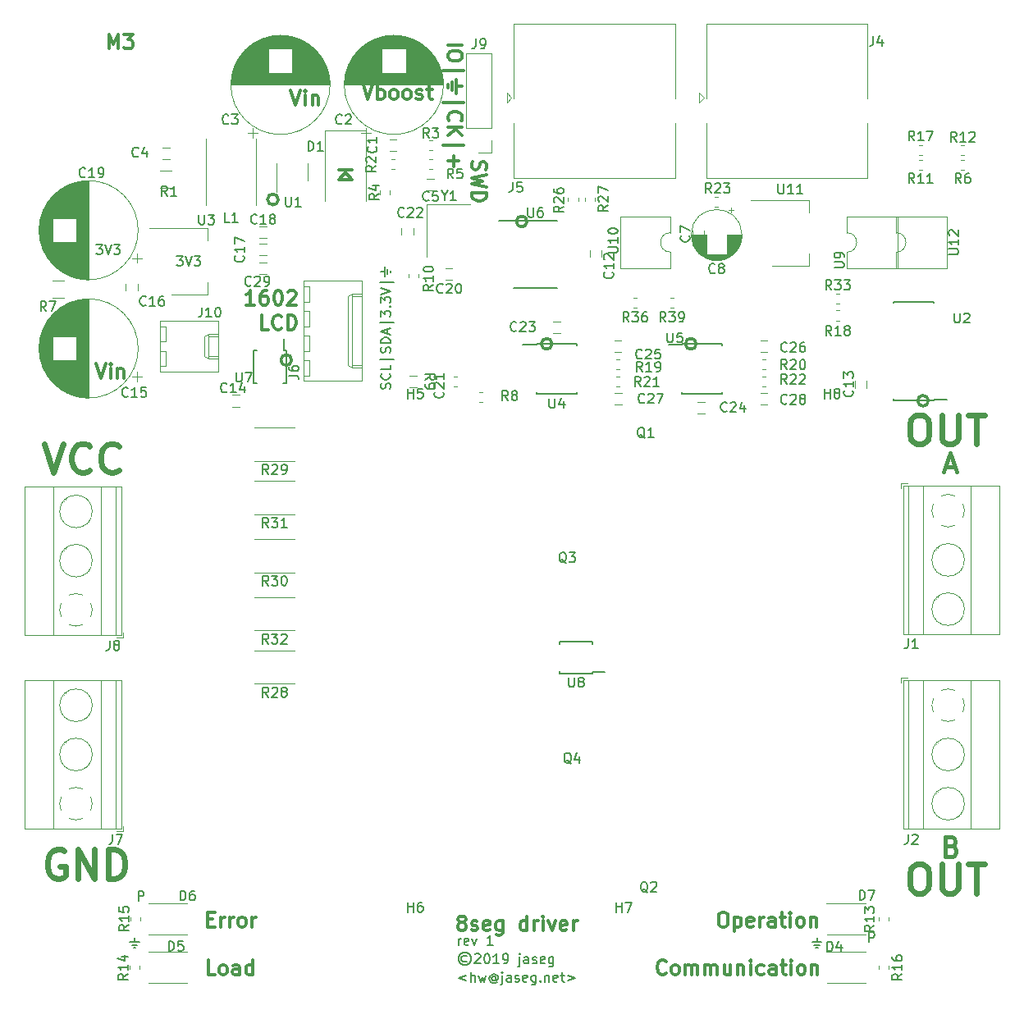
<source format=gbr>
G04 #@! TF.GenerationSoftware,KiCad,Pcbnew,(5.0.1)*
G04 #@! TF.CreationDate,2019-01-31T11:11:09+09:00*
G04 #@! TF.ProjectId,driver,6472697665722E6B696361645F706362,rev?*
G04 #@! TF.SameCoordinates,Original*
G04 #@! TF.FileFunction,Legend,Top*
G04 #@! TF.FilePolarity,Positive*
%FSLAX46Y46*%
G04 Gerber Fmt 4.6, Leading zero omitted, Abs format (unit mm)*
G04 Created by KiCad (PCBNEW (5.0.1)) date Thu Jan 31 11:11:09 2019*
%MOMM*%
%LPD*%
G01*
G04 APERTURE LIST*
%ADD10C,0.200000*%
%ADD11C,0.300000*%
%ADD12C,0.600000*%
%ADD13C,0.450000*%
%ADD14C,0.120000*%
%ADD15C,0.150000*%
G04 APERTURE END LIST*
D10*
X114499999Y-149662380D02*
X114499999Y-148995714D01*
X114499999Y-149186190D02*
X114547618Y-149090952D01*
X114595237Y-149043333D01*
X114690475Y-148995714D01*
X114785714Y-148995714D01*
X115499999Y-149614761D02*
X115404761Y-149662380D01*
X115214285Y-149662380D01*
X115119047Y-149614761D01*
X115071428Y-149519523D01*
X115071428Y-149138571D01*
X115119047Y-149043333D01*
X115214285Y-148995714D01*
X115404761Y-148995714D01*
X115499999Y-149043333D01*
X115547618Y-149138571D01*
X115547618Y-149233809D01*
X115071428Y-149329047D01*
X115880952Y-148995714D02*
X116119047Y-149662380D01*
X116357142Y-148995714D01*
X118023809Y-149662380D02*
X117452380Y-149662380D01*
X117738095Y-149662380D02*
X117738095Y-148662380D01*
X117642856Y-148805238D01*
X117547618Y-148900476D01*
X117452380Y-148948095D01*
X115261904Y-152785714D02*
X114500000Y-153071428D01*
X115261904Y-153357142D01*
X115738095Y-153452380D02*
X115738095Y-152452380D01*
X116166666Y-153452380D02*
X116166666Y-152928571D01*
X116119047Y-152833333D01*
X116023809Y-152785714D01*
X115880952Y-152785714D01*
X115785714Y-152833333D01*
X115738095Y-152880952D01*
X116547619Y-152785714D02*
X116738095Y-153452380D01*
X116928571Y-152976190D01*
X117119047Y-153452380D01*
X117309523Y-152785714D01*
X118309523Y-152976190D02*
X118261904Y-152928571D01*
X118166666Y-152880952D01*
X118071428Y-152880952D01*
X117976190Y-152928571D01*
X117928571Y-152976190D01*
X117880952Y-153071428D01*
X117880952Y-153166666D01*
X117928571Y-153261904D01*
X117976190Y-153309523D01*
X118071428Y-153357142D01*
X118166666Y-153357142D01*
X118261904Y-153309523D01*
X118309523Y-153261904D01*
X118309523Y-152880952D02*
X118309523Y-153261904D01*
X118357142Y-153309523D01*
X118404761Y-153309523D01*
X118500000Y-153261904D01*
X118547619Y-153166666D01*
X118547619Y-152928571D01*
X118452380Y-152785714D01*
X118309523Y-152690476D01*
X118119047Y-152642857D01*
X117928571Y-152690476D01*
X117785714Y-152785714D01*
X117690476Y-152928571D01*
X117642857Y-153119047D01*
X117690476Y-153309523D01*
X117785714Y-153452380D01*
X117928571Y-153547619D01*
X118119047Y-153595238D01*
X118309523Y-153547619D01*
X118452380Y-153452380D01*
X118976190Y-152785714D02*
X118976190Y-153642857D01*
X118928571Y-153738095D01*
X118833333Y-153785714D01*
X118785714Y-153785714D01*
X118976190Y-152452380D02*
X118928571Y-152500000D01*
X118976190Y-152547619D01*
X119023809Y-152500000D01*
X118976190Y-152452380D01*
X118976190Y-152547619D01*
X119880952Y-153452380D02*
X119880952Y-152928571D01*
X119833333Y-152833333D01*
X119738095Y-152785714D01*
X119547619Y-152785714D01*
X119452380Y-152833333D01*
X119880952Y-153404761D02*
X119785714Y-153452380D01*
X119547619Y-153452380D01*
X119452380Y-153404761D01*
X119404761Y-153309523D01*
X119404761Y-153214285D01*
X119452380Y-153119047D01*
X119547619Y-153071428D01*
X119785714Y-153071428D01*
X119880952Y-153023809D01*
X120309523Y-153404761D02*
X120404761Y-153452380D01*
X120595238Y-153452380D01*
X120690476Y-153404761D01*
X120738095Y-153309523D01*
X120738095Y-153261904D01*
X120690476Y-153166666D01*
X120595238Y-153119047D01*
X120452380Y-153119047D01*
X120357142Y-153071428D01*
X120309523Y-152976190D01*
X120309523Y-152928571D01*
X120357142Y-152833333D01*
X120452380Y-152785714D01*
X120595238Y-152785714D01*
X120690476Y-152833333D01*
X121547619Y-153404761D02*
X121452380Y-153452380D01*
X121261904Y-153452380D01*
X121166666Y-153404761D01*
X121119047Y-153309523D01*
X121119047Y-152928571D01*
X121166666Y-152833333D01*
X121261904Y-152785714D01*
X121452380Y-152785714D01*
X121547619Y-152833333D01*
X121595238Y-152928571D01*
X121595238Y-153023809D01*
X121119047Y-153119047D01*
X122452380Y-152785714D02*
X122452380Y-153595238D01*
X122404761Y-153690476D01*
X122357142Y-153738095D01*
X122261904Y-153785714D01*
X122119047Y-153785714D01*
X122023809Y-153738095D01*
X122452380Y-153404761D02*
X122357142Y-153452380D01*
X122166666Y-153452380D01*
X122071428Y-153404761D01*
X122023809Y-153357142D01*
X121976190Y-153261904D01*
X121976190Y-152976190D01*
X122023809Y-152880952D01*
X122071428Y-152833333D01*
X122166666Y-152785714D01*
X122357142Y-152785714D01*
X122452380Y-152833333D01*
X122928571Y-153357142D02*
X122976190Y-153404761D01*
X122928571Y-153452380D01*
X122880952Y-153404761D01*
X122928571Y-153357142D01*
X122928571Y-153452380D01*
X123404761Y-152785714D02*
X123404761Y-153452380D01*
X123404761Y-152880952D02*
X123452380Y-152833333D01*
X123547619Y-152785714D01*
X123690476Y-152785714D01*
X123785714Y-152833333D01*
X123833333Y-152928571D01*
X123833333Y-153452380D01*
X124690476Y-153404761D02*
X124595238Y-153452380D01*
X124404761Y-153452380D01*
X124309523Y-153404761D01*
X124261904Y-153309523D01*
X124261904Y-152928571D01*
X124309523Y-152833333D01*
X124404761Y-152785714D01*
X124595238Y-152785714D01*
X124690476Y-152833333D01*
X124738095Y-152928571D01*
X124738095Y-153023809D01*
X124261904Y-153119047D01*
X125023809Y-152785714D02*
X125404761Y-152785714D01*
X125166666Y-152452380D02*
X125166666Y-153309523D01*
X125214285Y-153404761D01*
X125309523Y-153452380D01*
X125404761Y-153452380D01*
X125738095Y-152785714D02*
X126500000Y-153071428D01*
X125738095Y-153357142D01*
D11*
X162950000Y-93500000D02*
G75*
G03X162950000Y-93500000I-550000J0D01*
G01*
X121550000Y-75000000D02*
G75*
G03X121550000Y-75000000I-550000J0D01*
G01*
X113371428Y-56764285D02*
X114871428Y-56764285D01*
X114871428Y-57764285D02*
X114871428Y-58050000D01*
X114800000Y-58192857D01*
X114657142Y-58335714D01*
X114371428Y-58407142D01*
X113871428Y-58407142D01*
X113585714Y-58335714D01*
X113442857Y-58192857D01*
X113371428Y-58050000D01*
X113371428Y-57764285D01*
X113442857Y-57621428D01*
X113585714Y-57478571D01*
X113871428Y-57407142D01*
X114371428Y-57407142D01*
X114657142Y-57478571D01*
X114800000Y-57621428D01*
X114871428Y-57764285D01*
X112871428Y-59407142D02*
X115014285Y-59407142D01*
X114228571Y-60335714D02*
X114228571Y-61764285D01*
X113800000Y-60621428D02*
X113800000Y-61478571D01*
X114871428Y-61050000D02*
X114228571Y-61050000D01*
X113371428Y-61192857D02*
X113371428Y-60907142D01*
X112871428Y-62692857D02*
X115014285Y-62692857D01*
X113514285Y-64621428D02*
X113442857Y-64550000D01*
X113371428Y-64335714D01*
X113371428Y-64192857D01*
X113442857Y-63978571D01*
X113585714Y-63835714D01*
X113728571Y-63764285D01*
X114014285Y-63692857D01*
X114228571Y-63692857D01*
X114514285Y-63764285D01*
X114657142Y-63835714D01*
X114800000Y-63978571D01*
X114871428Y-64192857D01*
X114871428Y-64335714D01*
X114800000Y-64550000D01*
X114728571Y-64621428D01*
X113371428Y-65264285D02*
X114871428Y-65264285D01*
X113371428Y-66121428D02*
X114228571Y-65478571D01*
X114871428Y-66121428D02*
X114014285Y-65264285D01*
X112871428Y-67121428D02*
X115014285Y-67121428D01*
X113942857Y-68192857D02*
X113942857Y-69335714D01*
X113371428Y-68764285D02*
X114514285Y-68764285D01*
D12*
X161750000Y-94957142D02*
X162321428Y-94957142D01*
X162607142Y-95100000D01*
X162892857Y-95385714D01*
X163035714Y-95957142D01*
X163035714Y-96957142D01*
X162892857Y-97528571D01*
X162607142Y-97814285D01*
X162321428Y-97957142D01*
X161750000Y-97957142D01*
X161464285Y-97814285D01*
X161178571Y-97528571D01*
X161035714Y-96957142D01*
X161035714Y-95957142D01*
X161178571Y-95385714D01*
X161464285Y-95100000D01*
X161750000Y-94957142D01*
X164321428Y-94957142D02*
X164321428Y-97385714D01*
X164464285Y-97671428D01*
X164607142Y-97814285D01*
X164892857Y-97957142D01*
X165464285Y-97957142D01*
X165750000Y-97814285D01*
X165892857Y-97671428D01*
X166035714Y-97385714D01*
X166035714Y-94957142D01*
X167035714Y-94957142D02*
X168750000Y-94957142D01*
X167892857Y-97957142D02*
X167892857Y-94957142D01*
D11*
X97250000Y-89300000D02*
G75*
G03X97250000Y-89300000I-550000J0D01*
G01*
X77064285Y-89678571D02*
X77564285Y-91178571D01*
X78064285Y-89678571D01*
X78564285Y-91178571D02*
X78564285Y-90178571D01*
X78564285Y-89678571D02*
X78492857Y-89750000D01*
X78564285Y-89821428D01*
X78635714Y-89750000D01*
X78564285Y-89678571D01*
X78564285Y-89821428D01*
X79278571Y-90178571D02*
X79278571Y-91178571D01*
X79278571Y-90321428D02*
X79350000Y-90250000D01*
X79492857Y-90178571D01*
X79707142Y-90178571D01*
X79850000Y-90250000D01*
X79921428Y-90392857D01*
X79921428Y-91178571D01*
X104628571Y-60878571D02*
X105128571Y-62378571D01*
X105628571Y-60878571D01*
X106128571Y-62378571D02*
X106128571Y-60878571D01*
X106128571Y-61450000D02*
X106271428Y-61378571D01*
X106557142Y-61378571D01*
X106700000Y-61450000D01*
X106771428Y-61521428D01*
X106842857Y-61664285D01*
X106842857Y-62092857D01*
X106771428Y-62235714D01*
X106700000Y-62307142D01*
X106557142Y-62378571D01*
X106271428Y-62378571D01*
X106128571Y-62307142D01*
X107700000Y-62378571D02*
X107557142Y-62307142D01*
X107485714Y-62235714D01*
X107414285Y-62092857D01*
X107414285Y-61664285D01*
X107485714Y-61521428D01*
X107557142Y-61450000D01*
X107700000Y-61378571D01*
X107914285Y-61378571D01*
X108057142Y-61450000D01*
X108128571Y-61521428D01*
X108200000Y-61664285D01*
X108200000Y-62092857D01*
X108128571Y-62235714D01*
X108057142Y-62307142D01*
X107914285Y-62378571D01*
X107700000Y-62378571D01*
X109057142Y-62378571D02*
X108914285Y-62307142D01*
X108842857Y-62235714D01*
X108771428Y-62092857D01*
X108771428Y-61664285D01*
X108842857Y-61521428D01*
X108914285Y-61450000D01*
X109057142Y-61378571D01*
X109271428Y-61378571D01*
X109414285Y-61450000D01*
X109485714Y-61521428D01*
X109557142Y-61664285D01*
X109557142Y-62092857D01*
X109485714Y-62235714D01*
X109414285Y-62307142D01*
X109271428Y-62378571D01*
X109057142Y-62378571D01*
X110128571Y-62307142D02*
X110271428Y-62378571D01*
X110557142Y-62378571D01*
X110700000Y-62307142D01*
X110771428Y-62164285D01*
X110771428Y-62092857D01*
X110700000Y-61950000D01*
X110557142Y-61878571D01*
X110342857Y-61878571D01*
X110200000Y-61807142D01*
X110128571Y-61664285D01*
X110128571Y-61592857D01*
X110200000Y-61450000D01*
X110342857Y-61378571D01*
X110557142Y-61378571D01*
X110700000Y-61450000D01*
X111200000Y-61378571D02*
X111771428Y-61378571D01*
X111414285Y-60878571D02*
X111414285Y-62164285D01*
X111485714Y-62307142D01*
X111628571Y-62378571D01*
X111771428Y-62378571D01*
X97164285Y-61478571D02*
X97664285Y-62978571D01*
X98164285Y-61478571D01*
X98664285Y-62978571D02*
X98664285Y-61978571D01*
X98664285Y-61478571D02*
X98592857Y-61550000D01*
X98664285Y-61621428D01*
X98735714Y-61550000D01*
X98664285Y-61478571D01*
X98664285Y-61621428D01*
X99378571Y-61978571D02*
X99378571Y-62978571D01*
X99378571Y-62121428D02*
X99450000Y-62050000D01*
X99592857Y-61978571D01*
X99807142Y-61978571D01*
X99950000Y-62050000D01*
X100021428Y-62192857D01*
X100021428Y-62978571D01*
X102100000Y-69700000D02*
X103500000Y-69700000D01*
X102800000Y-69900000D02*
X102100000Y-70700000D01*
X103500000Y-70700000D02*
X102800000Y-69900000D01*
X102200000Y-70700000D02*
X103500000Y-70700000D01*
D10*
X85386904Y-78577380D02*
X86005952Y-78577380D01*
X85672619Y-78958333D01*
X85815476Y-78958333D01*
X85910714Y-79005952D01*
X85958333Y-79053571D01*
X86005952Y-79148809D01*
X86005952Y-79386904D01*
X85958333Y-79482142D01*
X85910714Y-79529761D01*
X85815476Y-79577380D01*
X85529761Y-79577380D01*
X85434523Y-79529761D01*
X85386904Y-79482142D01*
X86291666Y-78577380D02*
X86625000Y-79577380D01*
X86958333Y-78577380D01*
X87196428Y-78577380D02*
X87815476Y-78577380D01*
X87482142Y-78958333D01*
X87625000Y-78958333D01*
X87720238Y-79005952D01*
X87767857Y-79053571D01*
X87815476Y-79148809D01*
X87815476Y-79386904D01*
X87767857Y-79482142D01*
X87720238Y-79529761D01*
X87625000Y-79577380D01*
X87339285Y-79577380D01*
X87244047Y-79529761D01*
X87196428Y-79482142D01*
X77086904Y-77377380D02*
X77705952Y-77377380D01*
X77372619Y-77758333D01*
X77515476Y-77758333D01*
X77610714Y-77805952D01*
X77658333Y-77853571D01*
X77705952Y-77948809D01*
X77705952Y-78186904D01*
X77658333Y-78282142D01*
X77610714Y-78329761D01*
X77515476Y-78377380D01*
X77229761Y-78377380D01*
X77134523Y-78329761D01*
X77086904Y-78282142D01*
X77991666Y-77377380D02*
X78325000Y-78377380D01*
X78658333Y-77377380D01*
X78896428Y-77377380D02*
X79515476Y-77377380D01*
X79182142Y-77758333D01*
X79325000Y-77758333D01*
X79420238Y-77805952D01*
X79467857Y-77853571D01*
X79515476Y-77948809D01*
X79515476Y-78186904D01*
X79467857Y-78282142D01*
X79420238Y-78329761D01*
X79325000Y-78377380D01*
X79039285Y-78377380D01*
X78944047Y-78329761D01*
X78896428Y-78282142D01*
D11*
X89378571Y-152728571D02*
X88664285Y-152728571D01*
X88664285Y-151228571D01*
X90092857Y-152728571D02*
X89950000Y-152657142D01*
X89878571Y-152585714D01*
X89807142Y-152442857D01*
X89807142Y-152014285D01*
X89878571Y-151871428D01*
X89950000Y-151800000D01*
X90092857Y-151728571D01*
X90307142Y-151728571D01*
X90450000Y-151800000D01*
X90521428Y-151871428D01*
X90592857Y-152014285D01*
X90592857Y-152442857D01*
X90521428Y-152585714D01*
X90450000Y-152657142D01*
X90307142Y-152728571D01*
X90092857Y-152728571D01*
X91878571Y-152728571D02*
X91878571Y-151942857D01*
X91807142Y-151800000D01*
X91664285Y-151728571D01*
X91378571Y-151728571D01*
X91235714Y-151800000D01*
X91878571Y-152657142D02*
X91735714Y-152728571D01*
X91378571Y-152728571D01*
X91235714Y-152657142D01*
X91164285Y-152514285D01*
X91164285Y-152371428D01*
X91235714Y-152228571D01*
X91378571Y-152157142D01*
X91735714Y-152157142D01*
X91878571Y-152085714D01*
X93235714Y-152728571D02*
X93235714Y-151228571D01*
X93235714Y-152657142D02*
X93092857Y-152728571D01*
X92807142Y-152728571D01*
X92664285Y-152657142D01*
X92592857Y-152585714D01*
X92521428Y-152442857D01*
X92521428Y-152014285D01*
X92592857Y-151871428D01*
X92664285Y-151800000D01*
X92807142Y-151728571D01*
X93092857Y-151728571D01*
X93235714Y-151800000D01*
X88607142Y-146992857D02*
X89107142Y-146992857D01*
X89321428Y-147778571D02*
X88607142Y-147778571D01*
X88607142Y-146278571D01*
X89321428Y-146278571D01*
X89964285Y-147778571D02*
X89964285Y-146778571D01*
X89964285Y-147064285D02*
X90035714Y-146921428D01*
X90107142Y-146850000D01*
X90250000Y-146778571D01*
X90392857Y-146778571D01*
X90892857Y-147778571D02*
X90892857Y-146778571D01*
X90892857Y-147064285D02*
X90964285Y-146921428D01*
X91035714Y-146850000D01*
X91178571Y-146778571D01*
X91321428Y-146778571D01*
X92035714Y-147778571D02*
X91892857Y-147707142D01*
X91821428Y-147635714D01*
X91750000Y-147492857D01*
X91750000Y-147064285D01*
X91821428Y-146921428D01*
X91892857Y-146850000D01*
X92035714Y-146778571D01*
X92250000Y-146778571D01*
X92392857Y-146850000D01*
X92464285Y-146921428D01*
X92535714Y-147064285D01*
X92535714Y-147492857D01*
X92464285Y-147635714D01*
X92392857Y-147707142D01*
X92250000Y-147778571D01*
X92035714Y-147778571D01*
X93178571Y-147778571D02*
X93178571Y-146778571D01*
X93178571Y-147064285D02*
X93250000Y-146921428D01*
X93321428Y-146850000D01*
X93464285Y-146778571D01*
X93607142Y-146778571D01*
X135882142Y-152560714D02*
X135810714Y-152632142D01*
X135596428Y-152703571D01*
X135453571Y-152703571D01*
X135239285Y-152632142D01*
X135096428Y-152489285D01*
X135025000Y-152346428D01*
X134953571Y-152060714D01*
X134953571Y-151846428D01*
X135025000Y-151560714D01*
X135096428Y-151417857D01*
X135239285Y-151275000D01*
X135453571Y-151203571D01*
X135596428Y-151203571D01*
X135810714Y-151275000D01*
X135882142Y-151346428D01*
X136739285Y-152703571D02*
X136596428Y-152632142D01*
X136525000Y-152560714D01*
X136453571Y-152417857D01*
X136453571Y-151989285D01*
X136525000Y-151846428D01*
X136596428Y-151775000D01*
X136739285Y-151703571D01*
X136953571Y-151703571D01*
X137096428Y-151775000D01*
X137167857Y-151846428D01*
X137239285Y-151989285D01*
X137239285Y-152417857D01*
X137167857Y-152560714D01*
X137096428Y-152632142D01*
X136953571Y-152703571D01*
X136739285Y-152703571D01*
X137882142Y-152703571D02*
X137882142Y-151703571D01*
X137882142Y-151846428D02*
X137953571Y-151775000D01*
X138096428Y-151703571D01*
X138310714Y-151703571D01*
X138453571Y-151775000D01*
X138525000Y-151917857D01*
X138525000Y-152703571D01*
X138525000Y-151917857D02*
X138596428Y-151775000D01*
X138739285Y-151703571D01*
X138953571Y-151703571D01*
X139096428Y-151775000D01*
X139167857Y-151917857D01*
X139167857Y-152703571D01*
X139882142Y-152703571D02*
X139882142Y-151703571D01*
X139882142Y-151846428D02*
X139953571Y-151775000D01*
X140096428Y-151703571D01*
X140310714Y-151703571D01*
X140453571Y-151775000D01*
X140525000Y-151917857D01*
X140525000Y-152703571D01*
X140525000Y-151917857D02*
X140596428Y-151775000D01*
X140739285Y-151703571D01*
X140953571Y-151703571D01*
X141096428Y-151775000D01*
X141167857Y-151917857D01*
X141167857Y-152703571D01*
X142525000Y-151703571D02*
X142525000Y-152703571D01*
X141882142Y-151703571D02*
X141882142Y-152489285D01*
X141953571Y-152632142D01*
X142096428Y-152703571D01*
X142310714Y-152703571D01*
X142453571Y-152632142D01*
X142525000Y-152560714D01*
X143239285Y-151703571D02*
X143239285Y-152703571D01*
X143239285Y-151846428D02*
X143310714Y-151775000D01*
X143453571Y-151703571D01*
X143667857Y-151703571D01*
X143810714Y-151775000D01*
X143882142Y-151917857D01*
X143882142Y-152703571D01*
X144596428Y-152703571D02*
X144596428Y-151703571D01*
X144596428Y-151203571D02*
X144525000Y-151275000D01*
X144596428Y-151346428D01*
X144667857Y-151275000D01*
X144596428Y-151203571D01*
X144596428Y-151346428D01*
X145953571Y-152632142D02*
X145810714Y-152703571D01*
X145525000Y-152703571D01*
X145382142Y-152632142D01*
X145310714Y-152560714D01*
X145239285Y-152417857D01*
X145239285Y-151989285D01*
X145310714Y-151846428D01*
X145382142Y-151775000D01*
X145525000Y-151703571D01*
X145810714Y-151703571D01*
X145953571Y-151775000D01*
X147239285Y-152703571D02*
X147239285Y-151917857D01*
X147167857Y-151775000D01*
X147025000Y-151703571D01*
X146739285Y-151703571D01*
X146596428Y-151775000D01*
X147239285Y-152632142D02*
X147096428Y-152703571D01*
X146739285Y-152703571D01*
X146596428Y-152632142D01*
X146525000Y-152489285D01*
X146525000Y-152346428D01*
X146596428Y-152203571D01*
X146739285Y-152132142D01*
X147096428Y-152132142D01*
X147239285Y-152060714D01*
X147739285Y-151703571D02*
X148310714Y-151703571D01*
X147953571Y-151203571D02*
X147953571Y-152489285D01*
X148025000Y-152632142D01*
X148167857Y-152703571D01*
X148310714Y-152703571D01*
X148810714Y-152703571D02*
X148810714Y-151703571D01*
X148810714Y-151203571D02*
X148739285Y-151275000D01*
X148810714Y-151346428D01*
X148882142Y-151275000D01*
X148810714Y-151203571D01*
X148810714Y-151346428D01*
X149739285Y-152703571D02*
X149596428Y-152632142D01*
X149525000Y-152560714D01*
X149453571Y-152417857D01*
X149453571Y-151989285D01*
X149525000Y-151846428D01*
X149596428Y-151775000D01*
X149739285Y-151703571D01*
X149953571Y-151703571D01*
X150096428Y-151775000D01*
X150167857Y-151846428D01*
X150239285Y-151989285D01*
X150239285Y-152417857D01*
X150167857Y-152560714D01*
X150096428Y-152632142D01*
X149953571Y-152703571D01*
X149739285Y-152703571D01*
X150882142Y-151703571D02*
X150882142Y-152703571D01*
X150882142Y-151846428D02*
X150953571Y-151775000D01*
X151096428Y-151703571D01*
X151310714Y-151703571D01*
X151453571Y-151775000D01*
X151525000Y-151917857D01*
X151525000Y-152703571D01*
X141650000Y-146278571D02*
X141935714Y-146278571D01*
X142078571Y-146350000D01*
X142221428Y-146492857D01*
X142292857Y-146778571D01*
X142292857Y-147278571D01*
X142221428Y-147564285D01*
X142078571Y-147707142D01*
X141935714Y-147778571D01*
X141650000Y-147778571D01*
X141507142Y-147707142D01*
X141364285Y-147564285D01*
X141292857Y-147278571D01*
X141292857Y-146778571D01*
X141364285Y-146492857D01*
X141507142Y-146350000D01*
X141650000Y-146278571D01*
X142935714Y-146778571D02*
X142935714Y-148278571D01*
X142935714Y-146850000D02*
X143078571Y-146778571D01*
X143364285Y-146778571D01*
X143507142Y-146850000D01*
X143578571Y-146921428D01*
X143650000Y-147064285D01*
X143650000Y-147492857D01*
X143578571Y-147635714D01*
X143507142Y-147707142D01*
X143364285Y-147778571D01*
X143078571Y-147778571D01*
X142935714Y-147707142D01*
X144864285Y-147707142D02*
X144721428Y-147778571D01*
X144435714Y-147778571D01*
X144292857Y-147707142D01*
X144221428Y-147564285D01*
X144221428Y-146992857D01*
X144292857Y-146850000D01*
X144435714Y-146778571D01*
X144721428Y-146778571D01*
X144864285Y-146850000D01*
X144935714Y-146992857D01*
X144935714Y-147135714D01*
X144221428Y-147278571D01*
X145578571Y-147778571D02*
X145578571Y-146778571D01*
X145578571Y-147064285D02*
X145650000Y-146921428D01*
X145721428Y-146850000D01*
X145864285Y-146778571D01*
X146007142Y-146778571D01*
X147150000Y-147778571D02*
X147150000Y-146992857D01*
X147078571Y-146850000D01*
X146935714Y-146778571D01*
X146650000Y-146778571D01*
X146507142Y-146850000D01*
X147150000Y-147707142D02*
X147007142Y-147778571D01*
X146650000Y-147778571D01*
X146507142Y-147707142D01*
X146435714Y-147564285D01*
X146435714Y-147421428D01*
X146507142Y-147278571D01*
X146650000Y-147207142D01*
X147007142Y-147207142D01*
X147150000Y-147135714D01*
X147650000Y-146778571D02*
X148221428Y-146778571D01*
X147864285Y-146278571D02*
X147864285Y-147564285D01*
X147935714Y-147707142D01*
X148078571Y-147778571D01*
X148221428Y-147778571D01*
X148721428Y-147778571D02*
X148721428Y-146778571D01*
X148721428Y-146278571D02*
X148650000Y-146350000D01*
X148721428Y-146421428D01*
X148792857Y-146350000D01*
X148721428Y-146278571D01*
X148721428Y-146421428D01*
X149650000Y-147778571D02*
X149507142Y-147707142D01*
X149435714Y-147635714D01*
X149364285Y-147492857D01*
X149364285Y-147064285D01*
X149435714Y-146921428D01*
X149507142Y-146850000D01*
X149650000Y-146778571D01*
X149864285Y-146778571D01*
X150007142Y-146850000D01*
X150078571Y-146921428D01*
X150150000Y-147064285D01*
X150150000Y-147492857D01*
X150078571Y-147635714D01*
X150007142Y-147707142D01*
X149864285Y-147778571D01*
X149650000Y-147778571D01*
X150792857Y-146778571D02*
X150792857Y-147778571D01*
X150792857Y-146921428D02*
X150864285Y-146850000D01*
X151007142Y-146778571D01*
X151221428Y-146778571D01*
X151364285Y-146850000D01*
X151435714Y-146992857D01*
X151435714Y-147778571D01*
X78385714Y-57178571D02*
X78385714Y-55678571D01*
X78885714Y-56750000D01*
X79385714Y-55678571D01*
X79385714Y-57178571D01*
X79957142Y-55678571D02*
X80885714Y-55678571D01*
X80385714Y-56250000D01*
X80600000Y-56250000D01*
X80742857Y-56321428D01*
X80814285Y-56392857D01*
X80885714Y-56535714D01*
X80885714Y-56892857D01*
X80814285Y-57035714D01*
X80742857Y-57107142D01*
X80600000Y-57178571D01*
X80171428Y-57178571D01*
X80028571Y-57107142D01*
X79957142Y-57035714D01*
D10*
X115309523Y-150795476D02*
X115214285Y-150747857D01*
X115023809Y-150747857D01*
X114928571Y-150795476D01*
X114833332Y-150890714D01*
X114785713Y-150985952D01*
X114785713Y-151176428D01*
X114833332Y-151271666D01*
X114928571Y-151366904D01*
X115023809Y-151414523D01*
X115214285Y-151414523D01*
X115309523Y-151366904D01*
X115119047Y-150414523D02*
X114880952Y-150462142D01*
X114642856Y-150605000D01*
X114499999Y-150843095D01*
X114452380Y-151081190D01*
X114499999Y-151319285D01*
X114642856Y-151557380D01*
X114880952Y-151700238D01*
X115119047Y-151747857D01*
X115357142Y-151700238D01*
X115595237Y-151557380D01*
X115738094Y-151319285D01*
X115785713Y-151081190D01*
X115738094Y-150843095D01*
X115595237Y-150605000D01*
X115357142Y-150462142D01*
X115119047Y-150414523D01*
X116166666Y-150652619D02*
X116214285Y-150605000D01*
X116309523Y-150557380D01*
X116547618Y-150557380D01*
X116642856Y-150605000D01*
X116690475Y-150652619D01*
X116738094Y-150747857D01*
X116738094Y-150843095D01*
X116690475Y-150985952D01*
X116119047Y-151557380D01*
X116738094Y-151557380D01*
X117357142Y-150557380D02*
X117452380Y-150557380D01*
X117547618Y-150605000D01*
X117595237Y-150652619D01*
X117642856Y-150747857D01*
X117690475Y-150938333D01*
X117690475Y-151176428D01*
X117642856Y-151366904D01*
X117595237Y-151462142D01*
X117547618Y-151509761D01*
X117452380Y-151557380D01*
X117357142Y-151557380D01*
X117261904Y-151509761D01*
X117214285Y-151462142D01*
X117166666Y-151366904D01*
X117119047Y-151176428D01*
X117119047Y-150938333D01*
X117166666Y-150747857D01*
X117214285Y-150652619D01*
X117261904Y-150605000D01*
X117357142Y-150557380D01*
X118642856Y-151557380D02*
X118071428Y-151557380D01*
X118357142Y-151557380D02*
X118357142Y-150557380D01*
X118261904Y-150700238D01*
X118166666Y-150795476D01*
X118071428Y-150843095D01*
X119119047Y-151557380D02*
X119309523Y-151557380D01*
X119404761Y-151509761D01*
X119452380Y-151462142D01*
X119547618Y-151319285D01*
X119595237Y-151128809D01*
X119595237Y-150747857D01*
X119547618Y-150652619D01*
X119499999Y-150605000D01*
X119404761Y-150557380D01*
X119214285Y-150557380D01*
X119119047Y-150605000D01*
X119071428Y-150652619D01*
X119023809Y-150747857D01*
X119023809Y-150985952D01*
X119071428Y-151081190D01*
X119119047Y-151128809D01*
X119214285Y-151176428D01*
X119404761Y-151176428D01*
X119499999Y-151128809D01*
X119547618Y-151081190D01*
X119595237Y-150985952D01*
X120785713Y-150890714D02*
X120785713Y-151747857D01*
X120738094Y-151843095D01*
X120642856Y-151890714D01*
X120595237Y-151890714D01*
X120785713Y-150557380D02*
X120738094Y-150605000D01*
X120785713Y-150652619D01*
X120833332Y-150605000D01*
X120785713Y-150557380D01*
X120785713Y-150652619D01*
X121690475Y-151557380D02*
X121690475Y-151033571D01*
X121642856Y-150938333D01*
X121547618Y-150890714D01*
X121357142Y-150890714D01*
X121261904Y-150938333D01*
X121690475Y-151509761D02*
X121595237Y-151557380D01*
X121357142Y-151557380D01*
X121261904Y-151509761D01*
X121214285Y-151414523D01*
X121214285Y-151319285D01*
X121261904Y-151224047D01*
X121357142Y-151176428D01*
X121595237Y-151176428D01*
X121690475Y-151128809D01*
X122119047Y-151509761D02*
X122214285Y-151557380D01*
X122404761Y-151557380D01*
X122499999Y-151509761D01*
X122547618Y-151414523D01*
X122547618Y-151366904D01*
X122499999Y-151271666D01*
X122404761Y-151224047D01*
X122261904Y-151224047D01*
X122166666Y-151176428D01*
X122119047Y-151081190D01*
X122119047Y-151033571D01*
X122166666Y-150938333D01*
X122261904Y-150890714D01*
X122404761Y-150890714D01*
X122499999Y-150938333D01*
X123357142Y-151509761D02*
X123261904Y-151557380D01*
X123071428Y-151557380D01*
X122976190Y-151509761D01*
X122928571Y-151414523D01*
X122928571Y-151033571D01*
X122976190Y-150938333D01*
X123071428Y-150890714D01*
X123261904Y-150890714D01*
X123357142Y-150938333D01*
X123404761Y-151033571D01*
X123404761Y-151128809D01*
X122928571Y-151224047D01*
X124261904Y-150890714D02*
X124261904Y-151700238D01*
X124214285Y-151795476D01*
X124166666Y-151843095D01*
X124071428Y-151890714D01*
X123928571Y-151890714D01*
X123833332Y-151843095D01*
X124261904Y-151509761D02*
X124166666Y-151557380D01*
X123976190Y-151557380D01*
X123880952Y-151509761D01*
X123833332Y-151462142D01*
X123785713Y-151366904D01*
X123785713Y-151081190D01*
X123833332Y-150985952D01*
X123880952Y-150938333D01*
X123976190Y-150890714D01*
X124166666Y-150890714D01*
X124261904Y-150938333D01*
D11*
X114678571Y-147321428D02*
X114535714Y-147250000D01*
X114464285Y-147178571D01*
X114392857Y-147035714D01*
X114392857Y-146964285D01*
X114464285Y-146821428D01*
X114535714Y-146750000D01*
X114678571Y-146678571D01*
X114964285Y-146678571D01*
X115107142Y-146750000D01*
X115178571Y-146821428D01*
X115250000Y-146964285D01*
X115250000Y-147035714D01*
X115178571Y-147178571D01*
X115107142Y-147250000D01*
X114964285Y-147321428D01*
X114678571Y-147321428D01*
X114535714Y-147392857D01*
X114464285Y-147464285D01*
X114392857Y-147607142D01*
X114392857Y-147892857D01*
X114464285Y-148035714D01*
X114535714Y-148107142D01*
X114678571Y-148178571D01*
X114964285Y-148178571D01*
X115107142Y-148107142D01*
X115178571Y-148035714D01*
X115250000Y-147892857D01*
X115250000Y-147607142D01*
X115178571Y-147464285D01*
X115107142Y-147392857D01*
X114964285Y-147321428D01*
X115821428Y-148107142D02*
X115964285Y-148178571D01*
X116250000Y-148178571D01*
X116392857Y-148107142D01*
X116464285Y-147964285D01*
X116464285Y-147892857D01*
X116392857Y-147750000D01*
X116250000Y-147678571D01*
X116035714Y-147678571D01*
X115892857Y-147607142D01*
X115821428Y-147464285D01*
X115821428Y-147392857D01*
X115892857Y-147250000D01*
X116035714Y-147178571D01*
X116250000Y-147178571D01*
X116392857Y-147250000D01*
X117678571Y-148107142D02*
X117535714Y-148178571D01*
X117250000Y-148178571D01*
X117107142Y-148107142D01*
X117035714Y-147964285D01*
X117035714Y-147392857D01*
X117107142Y-147250000D01*
X117250000Y-147178571D01*
X117535714Y-147178571D01*
X117678571Y-147250000D01*
X117750000Y-147392857D01*
X117750000Y-147535714D01*
X117035714Y-147678571D01*
X119035714Y-147178571D02*
X119035714Y-148392857D01*
X118964285Y-148535714D01*
X118892857Y-148607142D01*
X118750000Y-148678571D01*
X118535714Y-148678571D01*
X118392857Y-148607142D01*
X119035714Y-148107142D02*
X118892857Y-148178571D01*
X118607142Y-148178571D01*
X118464285Y-148107142D01*
X118392857Y-148035714D01*
X118321428Y-147892857D01*
X118321428Y-147464285D01*
X118392857Y-147321428D01*
X118464285Y-147250000D01*
X118607142Y-147178571D01*
X118892857Y-147178571D01*
X119035714Y-147250000D01*
X121535714Y-148178571D02*
X121535714Y-146678571D01*
X121535714Y-148107142D02*
X121392857Y-148178571D01*
X121107142Y-148178571D01*
X120964285Y-148107142D01*
X120892857Y-148035714D01*
X120821428Y-147892857D01*
X120821428Y-147464285D01*
X120892857Y-147321428D01*
X120964285Y-147250000D01*
X121107142Y-147178571D01*
X121392857Y-147178571D01*
X121535714Y-147250000D01*
X122250000Y-148178571D02*
X122250000Y-147178571D01*
X122250000Y-147464285D02*
X122321428Y-147321428D01*
X122392857Y-147250000D01*
X122535714Y-147178571D01*
X122678571Y-147178571D01*
X123178571Y-148178571D02*
X123178571Y-147178571D01*
X123178571Y-146678571D02*
X123107142Y-146750000D01*
X123178571Y-146821428D01*
X123250000Y-146750000D01*
X123178571Y-146678571D01*
X123178571Y-146821428D01*
X123750000Y-147178571D02*
X124107142Y-148178571D01*
X124464285Y-147178571D01*
X125607142Y-148107142D02*
X125464285Y-148178571D01*
X125178571Y-148178571D01*
X125035714Y-148107142D01*
X124964285Y-147964285D01*
X124964285Y-147392857D01*
X125035714Y-147250000D01*
X125178571Y-147178571D01*
X125464285Y-147178571D01*
X125607142Y-147250000D01*
X125678571Y-147392857D01*
X125678571Y-147535714D01*
X124964285Y-147678571D01*
X126321428Y-148178571D02*
X126321428Y-147178571D01*
X126321428Y-147464285D02*
X126392857Y-147321428D01*
X126464285Y-147250000D01*
X126607142Y-147178571D01*
X126750000Y-147178571D01*
X95875000Y-72725000D02*
G75*
G03X95875000Y-72725000I-550000J0D01*
G01*
X139000000Y-87625000D02*
G75*
G03X139000000Y-87625000I-550000J0D01*
G01*
X124125000Y-87625000D02*
G75*
G03X124125000Y-87625000I-550000J0D01*
G01*
D10*
X80573809Y-149380952D02*
X81526190Y-149380952D01*
X80764285Y-149666666D02*
X81335714Y-149666666D01*
X81050000Y-148952380D02*
X81050000Y-149380952D01*
X81145238Y-149952380D02*
X80954761Y-149952380D01*
X150973809Y-149355952D02*
X151926190Y-149355952D01*
X151164285Y-149641666D02*
X151735714Y-149641666D01*
X151450000Y-148927380D02*
X151450000Y-149355952D01*
X151545238Y-149927380D02*
X151354761Y-149927380D01*
X156838095Y-149352380D02*
X156838095Y-148352380D01*
X157219047Y-148352380D01*
X157314285Y-148400000D01*
X157361904Y-148447619D01*
X157409523Y-148542857D01*
X157409523Y-148685714D01*
X157361904Y-148780952D01*
X157314285Y-148828571D01*
X157219047Y-148876190D01*
X156838095Y-148876190D01*
X81438095Y-145102380D02*
X81438095Y-144102380D01*
X81819047Y-144102380D01*
X81914285Y-144150000D01*
X81961904Y-144197619D01*
X82009523Y-144292857D01*
X82009523Y-144435714D01*
X81961904Y-144530952D01*
X81914285Y-144578571D01*
X81819047Y-144626190D01*
X81438095Y-144626190D01*
X107404761Y-92261904D02*
X107452380Y-92119047D01*
X107452380Y-91880952D01*
X107404761Y-91785714D01*
X107357142Y-91738095D01*
X107261904Y-91690476D01*
X107166666Y-91690476D01*
X107071428Y-91738095D01*
X107023809Y-91785714D01*
X106976190Y-91880952D01*
X106928571Y-92071428D01*
X106880952Y-92166666D01*
X106833333Y-92214285D01*
X106738095Y-92261904D01*
X106642857Y-92261904D01*
X106547619Y-92214285D01*
X106500000Y-92166666D01*
X106452380Y-92071428D01*
X106452380Y-91833333D01*
X106500000Y-91690476D01*
X107357142Y-90690476D02*
X107404761Y-90738095D01*
X107452380Y-90880952D01*
X107452380Y-90976190D01*
X107404761Y-91119047D01*
X107309523Y-91214285D01*
X107214285Y-91261904D01*
X107023809Y-91309523D01*
X106880952Y-91309523D01*
X106690476Y-91261904D01*
X106595238Y-91214285D01*
X106500000Y-91119047D01*
X106452380Y-90976190D01*
X106452380Y-90880952D01*
X106500000Y-90738095D01*
X106547619Y-90690476D01*
X107452380Y-89785714D02*
X107452380Y-90261904D01*
X106452380Y-90261904D01*
X107785714Y-89214285D02*
X106357142Y-89214285D01*
X107404761Y-88547619D02*
X107452380Y-88404761D01*
X107452380Y-88166666D01*
X107404761Y-88071428D01*
X107357142Y-88023809D01*
X107261904Y-87976190D01*
X107166666Y-87976190D01*
X107071428Y-88023809D01*
X107023809Y-88071428D01*
X106976190Y-88166666D01*
X106928571Y-88357142D01*
X106880952Y-88452380D01*
X106833333Y-88500000D01*
X106738095Y-88547619D01*
X106642857Y-88547619D01*
X106547619Y-88500000D01*
X106500000Y-88452380D01*
X106452380Y-88357142D01*
X106452380Y-88119047D01*
X106500000Y-87976190D01*
X107452380Y-87547619D02*
X106452380Y-87547619D01*
X106452380Y-87309523D01*
X106500000Y-87166666D01*
X106595238Y-87071428D01*
X106690476Y-87023809D01*
X106880952Y-86976190D01*
X107023809Y-86976190D01*
X107214285Y-87023809D01*
X107309523Y-87071428D01*
X107404761Y-87166666D01*
X107452380Y-87309523D01*
X107452380Y-87547619D01*
X107166666Y-86595238D02*
X107166666Y-86119047D01*
X107452380Y-86690476D02*
X106452380Y-86357142D01*
X107452380Y-86023809D01*
X107785714Y-85452380D02*
X106357142Y-85452380D01*
X106452380Y-84833333D02*
X106452380Y-84214285D01*
X106833333Y-84547619D01*
X106833333Y-84404761D01*
X106880952Y-84309523D01*
X106928571Y-84261904D01*
X107023809Y-84214285D01*
X107261904Y-84214285D01*
X107357142Y-84261904D01*
X107404761Y-84309523D01*
X107452380Y-84404761D01*
X107452380Y-84690476D01*
X107404761Y-84785714D01*
X107357142Y-84833333D01*
X107357142Y-83785714D02*
X107404761Y-83738095D01*
X107452380Y-83785714D01*
X107404761Y-83833333D01*
X107357142Y-83785714D01*
X107452380Y-83785714D01*
X106452380Y-83404761D02*
X106452380Y-82785714D01*
X106833333Y-83119047D01*
X106833333Y-82976190D01*
X106880952Y-82880952D01*
X106928571Y-82833333D01*
X107023809Y-82785714D01*
X107261904Y-82785714D01*
X107357142Y-82833333D01*
X107404761Y-82880952D01*
X107452380Y-82976190D01*
X107452380Y-83261904D01*
X107404761Y-83357142D01*
X107357142Y-83404761D01*
X106452380Y-82500000D02*
X107452380Y-82166666D01*
X106452380Y-81833333D01*
X107785714Y-81261904D02*
X106357142Y-81261904D01*
X106880952Y-80642857D02*
X106880952Y-79690476D01*
X107166666Y-80452380D02*
X107166666Y-79880952D01*
X106452380Y-80166666D02*
X106880952Y-80166666D01*
X107452380Y-80071428D02*
X107452380Y-80261904D01*
D11*
X93433571Y-83603571D02*
X92576428Y-83603571D01*
X93005000Y-83603571D02*
X93005000Y-82103571D01*
X92862142Y-82317857D01*
X92719285Y-82460714D01*
X92576428Y-82532142D01*
X94719285Y-82103571D02*
X94433571Y-82103571D01*
X94290714Y-82175000D01*
X94219285Y-82246428D01*
X94076428Y-82460714D01*
X94005000Y-82746428D01*
X94005000Y-83317857D01*
X94076428Y-83460714D01*
X94147857Y-83532142D01*
X94290714Y-83603571D01*
X94576428Y-83603571D01*
X94719285Y-83532142D01*
X94790714Y-83460714D01*
X94862142Y-83317857D01*
X94862142Y-82960714D01*
X94790714Y-82817857D01*
X94719285Y-82746428D01*
X94576428Y-82675000D01*
X94290714Y-82675000D01*
X94147857Y-82746428D01*
X94076428Y-82817857D01*
X94005000Y-82960714D01*
X95790714Y-82103571D02*
X95933571Y-82103571D01*
X96076428Y-82175000D01*
X96147857Y-82246428D01*
X96219285Y-82389285D01*
X96290714Y-82675000D01*
X96290714Y-83032142D01*
X96219285Y-83317857D01*
X96147857Y-83460714D01*
X96076428Y-83532142D01*
X95933571Y-83603571D01*
X95790714Y-83603571D01*
X95647857Y-83532142D01*
X95576428Y-83460714D01*
X95505000Y-83317857D01*
X95433571Y-83032142D01*
X95433571Y-82675000D01*
X95505000Y-82389285D01*
X95576428Y-82246428D01*
X95647857Y-82175000D01*
X95790714Y-82103571D01*
X96862142Y-82246428D02*
X96933571Y-82175000D01*
X97076428Y-82103571D01*
X97433571Y-82103571D01*
X97576428Y-82175000D01*
X97647857Y-82246428D01*
X97719285Y-82389285D01*
X97719285Y-82532142D01*
X97647857Y-82746428D01*
X96790714Y-83603571D01*
X97719285Y-83603571D01*
X94862142Y-86153571D02*
X94147857Y-86153571D01*
X94147857Y-84653571D01*
X96219285Y-86010714D02*
X96147857Y-86082142D01*
X95933571Y-86153571D01*
X95790714Y-86153571D01*
X95576428Y-86082142D01*
X95433571Y-85939285D01*
X95362142Y-85796428D01*
X95290714Y-85510714D01*
X95290714Y-85296428D01*
X95362142Y-85010714D01*
X95433571Y-84867857D01*
X95576428Y-84725000D01*
X95790714Y-84653571D01*
X95933571Y-84653571D01*
X96147857Y-84725000D01*
X96219285Y-84796428D01*
X96862142Y-86153571D02*
X96862142Y-84653571D01*
X97219285Y-84653571D01*
X97433571Y-84725000D01*
X97576428Y-84867857D01*
X97647857Y-85010714D01*
X97719285Y-85296428D01*
X97719285Y-85510714D01*
X97647857Y-85796428D01*
X97576428Y-85939285D01*
X97433571Y-86082142D01*
X97219285Y-86153571D01*
X96862142Y-86153571D01*
X115942857Y-68814285D02*
X115871428Y-69028571D01*
X115871428Y-69385714D01*
X115942857Y-69528571D01*
X116014285Y-69600000D01*
X116157142Y-69671428D01*
X116300000Y-69671428D01*
X116442857Y-69600000D01*
X116514285Y-69528571D01*
X116585714Y-69385714D01*
X116657142Y-69100000D01*
X116728571Y-68957142D01*
X116800000Y-68885714D01*
X116942857Y-68814285D01*
X117085714Y-68814285D01*
X117228571Y-68885714D01*
X117300000Y-68957142D01*
X117371428Y-69100000D01*
X117371428Y-69457142D01*
X117300000Y-69671428D01*
X117371428Y-70171428D02*
X115871428Y-70528571D01*
X116942857Y-70814285D01*
X115871428Y-71100000D01*
X117371428Y-71457142D01*
X115871428Y-72028571D02*
X117371428Y-72028571D01*
X117371428Y-72385714D01*
X117300000Y-72600000D01*
X117157142Y-72742857D01*
X117014285Y-72814285D01*
X116728571Y-72885714D01*
X116514285Y-72885714D01*
X116228571Y-72814285D01*
X116085714Y-72742857D01*
X115942857Y-72600000D01*
X115871428Y-72385714D01*
X115871428Y-72028571D01*
D13*
X165342857Y-139457142D02*
X165628571Y-139552380D01*
X165723809Y-139647619D01*
X165819047Y-139838095D01*
X165819047Y-140123809D01*
X165723809Y-140314285D01*
X165628571Y-140409523D01*
X165438095Y-140504761D01*
X164676190Y-140504761D01*
X164676190Y-138504761D01*
X165342857Y-138504761D01*
X165533333Y-138600000D01*
X165628571Y-138695238D01*
X165723809Y-138885714D01*
X165723809Y-139076190D01*
X165628571Y-139266666D01*
X165533333Y-139361904D01*
X165342857Y-139457142D01*
X164676190Y-139457142D01*
D12*
X161750000Y-141307142D02*
X162321428Y-141307142D01*
X162607142Y-141450000D01*
X162892857Y-141735714D01*
X163035714Y-142307142D01*
X163035714Y-143307142D01*
X162892857Y-143878571D01*
X162607142Y-144164285D01*
X162321428Y-144307142D01*
X161750000Y-144307142D01*
X161464285Y-144164285D01*
X161178571Y-143878571D01*
X161035714Y-143307142D01*
X161035714Y-142307142D01*
X161178571Y-141735714D01*
X161464285Y-141450000D01*
X161750000Y-141307142D01*
X164321428Y-141307142D02*
X164321428Y-143735714D01*
X164464285Y-144021428D01*
X164607142Y-144164285D01*
X164892857Y-144307142D01*
X165464285Y-144307142D01*
X165750000Y-144164285D01*
X165892857Y-144021428D01*
X166035714Y-143735714D01*
X166035714Y-141307142D01*
X167035714Y-141307142D02*
X168750000Y-141307142D01*
X167892857Y-144307142D02*
X167892857Y-141307142D01*
D13*
X164723809Y-100283333D02*
X165676190Y-100283333D01*
X164533333Y-100854761D02*
X165200000Y-98854761D01*
X165866666Y-100854761D01*
D12*
X71700000Y-97907142D02*
X72700000Y-100907142D01*
X73700000Y-97907142D01*
X76414285Y-100621428D02*
X76271428Y-100764285D01*
X75842857Y-100907142D01*
X75557142Y-100907142D01*
X75128571Y-100764285D01*
X74842857Y-100478571D01*
X74700000Y-100192857D01*
X74557142Y-99621428D01*
X74557142Y-99192857D01*
X74700000Y-98621428D01*
X74842857Y-98335714D01*
X75128571Y-98050000D01*
X75557142Y-97907142D01*
X75842857Y-97907142D01*
X76271428Y-98050000D01*
X76414285Y-98192857D01*
X79414285Y-100621428D02*
X79271428Y-100764285D01*
X78842857Y-100907142D01*
X78557142Y-100907142D01*
X78128571Y-100764285D01*
X77842857Y-100478571D01*
X77700000Y-100192857D01*
X77557142Y-99621428D01*
X77557142Y-99192857D01*
X77700000Y-98621428D01*
X77842857Y-98335714D01*
X78128571Y-98050000D01*
X78557142Y-97907142D01*
X78842857Y-97907142D01*
X79271428Y-98050000D01*
X79414285Y-98192857D01*
X73764285Y-139950000D02*
X73478571Y-139807142D01*
X73050000Y-139807142D01*
X72621428Y-139950000D01*
X72335714Y-140235714D01*
X72192857Y-140521428D01*
X72050000Y-141092857D01*
X72050000Y-141521428D01*
X72192857Y-142092857D01*
X72335714Y-142378571D01*
X72621428Y-142664285D01*
X73050000Y-142807142D01*
X73335714Y-142807142D01*
X73764285Y-142664285D01*
X73907142Y-142521428D01*
X73907142Y-141521428D01*
X73335714Y-141521428D01*
X75192857Y-142807142D02*
X75192857Y-139807142D01*
X76907142Y-142807142D01*
X76907142Y-139807142D01*
X78335714Y-142807142D02*
X78335714Y-139807142D01*
X79050000Y-139807142D01*
X79478571Y-139950000D01*
X79764285Y-140235714D01*
X79907142Y-140521428D01*
X80050000Y-141092857D01*
X80050000Y-141521428D01*
X79907142Y-142092857D01*
X79764285Y-142378571D01*
X79478571Y-142664285D01*
X79050000Y-142807142D01*
X78335714Y-142807142D01*
D14*
G04 #@! TO.C,J6*
X99100000Y-81680000D02*
X98480000Y-81680000D01*
X99100000Y-83280000D02*
X99100000Y-81680000D01*
X98480000Y-83280000D02*
X99100000Y-83280000D01*
X99100000Y-84220000D02*
X98480000Y-84220000D01*
X99100000Y-85820000D02*
X99100000Y-84220000D01*
X98480000Y-85820000D02*
X99100000Y-85820000D01*
X99100000Y-86760000D02*
X98480000Y-86760000D01*
X99100000Y-88360000D02*
X99100000Y-86760000D01*
X98480000Y-88360000D02*
X99100000Y-88360000D01*
X99100000Y-89300000D02*
X98480000Y-89300000D01*
X99100000Y-90900000D02*
X99100000Y-89300000D01*
X98480000Y-90900000D02*
X99100000Y-90900000D01*
X104480000Y-82730000D02*
X103480000Y-82730000D01*
X104480000Y-89850000D02*
X103480000Y-89850000D01*
X103050000Y-82730000D02*
X103480000Y-82480000D01*
X103050000Y-89850000D02*
X103050000Y-82730000D01*
X103480000Y-90100000D02*
X103050000Y-89850000D01*
X103480000Y-82480000D02*
X104480000Y-82480000D01*
X103480000Y-90100000D02*
X103480000Y-82480000D01*
X104480000Y-90100000D02*
X103480000Y-90100000D01*
X98480000Y-81110000D02*
X98480000Y-91470000D01*
X104480000Y-81110000D02*
X98480000Y-81110000D01*
X104480000Y-91470000D02*
X104480000Y-81110000D01*
X98480000Y-91470000D02*
X104480000Y-91470000D01*
D15*
G04 #@! TO.C,U7*
X96675000Y-88325000D02*
X96450000Y-88325000D01*
X96675000Y-91675000D02*
X96375000Y-91675000D01*
X93325000Y-91675000D02*
X93625000Y-91675000D01*
X93325000Y-88325000D02*
X93625000Y-88325000D01*
X96675000Y-88325000D02*
X96675000Y-91675000D01*
X93325000Y-88325000D02*
X93325000Y-91675000D01*
X96450000Y-88325000D02*
X96450000Y-87100000D01*
G04 #@! TO.C,U6*
X120175000Y-81850000D02*
X124625000Y-81850000D01*
X118650000Y-74950000D02*
X124625000Y-74950000D01*
D14*
G04 #@! TO.C,R3*
X111428733Y-66590000D02*
X111771267Y-66590000D01*
X111428733Y-67610000D02*
X111771267Y-67610000D01*
G04 #@! TO.C,R39*
X136671267Y-82890000D02*
X136328733Y-82890000D01*
X136671267Y-83910000D02*
X136328733Y-83910000D01*
G04 #@! TO.C,U12*
X159640000Y-76160000D02*
G75*
G02X159640000Y-78160000I0J-1000000D01*
G01*
X159640000Y-78160000D02*
X159640000Y-79810000D01*
X159640000Y-79810000D02*
X164840000Y-79810000D01*
X164840000Y-79810000D02*
X164840000Y-74510000D01*
X164840000Y-74510000D02*
X159640000Y-74510000D01*
X159640000Y-74510000D02*
X159640000Y-76160000D01*
G04 #@! TO.C,C1*
X107350000Y-66500000D02*
X108050000Y-66500000D01*
X108050000Y-67700000D02*
X107350000Y-67700000D01*
G04 #@! TO.C,C4*
X84650000Y-68550000D02*
X83950000Y-68550000D01*
X83950000Y-67350000D02*
X84650000Y-67350000D01*
G04 #@! TO.C,C5*
X111924999Y-71774999D02*
X111224999Y-71774999D01*
X111224999Y-70574999D02*
X111924999Y-70574999D01*
G04 #@! TO.C,C12*
X129200000Y-77950000D02*
X129200000Y-78650000D01*
X128000000Y-78650000D02*
X128000000Y-77950000D01*
G04 #@! TO.C,C13*
X156600000Y-91450000D02*
X156600000Y-92150000D01*
X155400000Y-92150000D02*
X155400000Y-91450000D01*
G04 #@! TO.C,C14*
X91850000Y-94100000D02*
X91150000Y-94100000D01*
X91150000Y-92900000D02*
X91850000Y-92900000D01*
G04 #@! TO.C,C16*
X80150000Y-82100000D02*
X80150000Y-81400000D01*
X81350000Y-81400000D02*
X81350000Y-82100000D01*
G04 #@! TO.C,C17*
X94650000Y-78500000D02*
X93950000Y-78500000D01*
X93950000Y-77300000D02*
X94650000Y-77300000D01*
G04 #@! TO.C,C18*
X94650000Y-76700000D02*
X93950000Y-76700000D01*
X93950000Y-75500000D02*
X94650000Y-75500000D01*
G04 #@! TO.C,C20*
X113850000Y-81050000D02*
X113150000Y-81050000D01*
X113150000Y-79850000D02*
X113850000Y-79850000D01*
G04 #@! TO.C,C21*
X109450000Y-90900000D02*
X110150000Y-90900000D01*
X110150000Y-92100000D02*
X109450000Y-92100000D01*
G04 #@! TO.C,C22*
X108600000Y-76400000D02*
X108600000Y-75700000D01*
X109800000Y-75700000D02*
X109800000Y-76400000D01*
G04 #@! TO.C,C23*
X124250000Y-85300000D02*
X124950000Y-85300000D01*
X124950000Y-86500000D02*
X124250000Y-86500000D01*
G04 #@! TO.C,C24*
X139850000Y-94850000D02*
X139150000Y-94850000D01*
X139150000Y-93650000D02*
X139850000Y-93650000D01*
G04 #@! TO.C,C25*
X130550000Y-87300000D02*
X131250000Y-87300000D01*
X131250000Y-88500000D02*
X130550000Y-88500000D01*
G04 #@! TO.C,C26*
X145650000Y-87300000D02*
X146350000Y-87300000D01*
X146350000Y-88500000D02*
X145650000Y-88500000D01*
G04 #@! TO.C,C27*
X130600000Y-92700000D02*
X131300000Y-92700000D01*
X131300000Y-93900000D02*
X130600000Y-93900000D01*
G04 #@! TO.C,C28*
X146350000Y-93900000D02*
X145650000Y-93900000D01*
X145650000Y-92700000D02*
X146350000Y-92700000D01*
G04 #@! TO.C,C29*
X94650000Y-80400000D02*
X93950000Y-80400000D01*
X93950000Y-79200000D02*
X94650000Y-79200000D01*
G04 #@! TO.C,D1*
X104950000Y-65600000D02*
X100650000Y-65600000D01*
X100650000Y-65600000D02*
X100650000Y-72900000D01*
X104950000Y-65600000D02*
X104950000Y-72900000D01*
G04 #@! TO.C,D4*
X156450000Y-150400000D02*
X152450000Y-150400000D01*
X156500000Y-153600000D02*
X152500000Y-153600000D01*
G04 #@! TO.C,D5*
X86500000Y-153600000D02*
X82500000Y-153600000D01*
X86450000Y-150400000D02*
X82450000Y-150400000D01*
G04 #@! TO.C,D6*
X86500000Y-148600000D02*
X82500000Y-148600000D01*
X86450000Y-145400000D02*
X82450000Y-145400000D01*
G04 #@! TO.C,D7*
X156450000Y-145400000D02*
X152450000Y-145400000D01*
X156500000Y-148600000D02*
X152500000Y-148600000D01*
G04 #@! TO.C,J1*
X163465244Y-105523318D02*
G75*
G02X163320000Y-104840000I1534756J683318D01*
G01*
X165683042Y-106375426D02*
G75*
G02X164316000Y-106375000I-683042J1535426D01*
G01*
X166535426Y-104156958D02*
G75*
G02X166535000Y-105524000I-1535426J-683042D01*
G01*
X164316958Y-103304574D02*
G75*
G02X165684000Y-103305000I683042J-1535426D01*
G01*
X163319747Y-104868805D02*
G75*
G02X163465000Y-104156000I1680253J28805D01*
G01*
X166680000Y-109920000D02*
G75*
G03X166680000Y-109920000I-1680000J0D01*
G01*
X166680000Y-115000000D02*
G75*
G03X166680000Y-115000000I-1680000J0D01*
G01*
X160900000Y-102240000D02*
X160900000Y-117600000D01*
X162400000Y-102240000D02*
X162400000Y-117600000D01*
X167301000Y-102240000D02*
X167301000Y-117600000D01*
X170261000Y-102240000D02*
X170261000Y-117600000D01*
X160340000Y-102240000D02*
X160340000Y-117600000D01*
X170261000Y-102240000D02*
X160340000Y-102240000D01*
X170261000Y-117600000D02*
X160340000Y-117600000D01*
X166069000Y-111195000D02*
X166023000Y-111148000D01*
X163761000Y-108886000D02*
X163726000Y-108851000D01*
X166275000Y-110990000D02*
X166239000Y-110955000D01*
X163977000Y-108693000D02*
X163931000Y-108646000D01*
X166069000Y-116275000D02*
X166023000Y-116228000D01*
X163761000Y-113966000D02*
X163726000Y-113931000D01*
X166275000Y-116070000D02*
X166239000Y-116035000D01*
X163977000Y-113773000D02*
X163931000Y-113726000D01*
X160840000Y-102000000D02*
X160100000Y-102000000D01*
X160100000Y-102000000D02*
X160100000Y-102500000D01*
G04 #@! TO.C,J2*
X160100000Y-122080000D02*
X160100000Y-122580000D01*
X160840000Y-122080000D02*
X160100000Y-122080000D01*
X163977000Y-133853000D02*
X163931000Y-133806000D01*
X166275000Y-136150000D02*
X166239000Y-136115000D01*
X163761000Y-134046000D02*
X163726000Y-134011000D01*
X166069000Y-136355000D02*
X166023000Y-136308000D01*
X163977000Y-128773000D02*
X163931000Y-128726000D01*
X166275000Y-131070000D02*
X166239000Y-131035000D01*
X163761000Y-128966000D02*
X163726000Y-128931000D01*
X166069000Y-131275000D02*
X166023000Y-131228000D01*
X170261000Y-137680000D02*
X160340000Y-137680000D01*
X170261000Y-122320000D02*
X160340000Y-122320000D01*
X160340000Y-122320000D02*
X160340000Y-137680000D01*
X170261000Y-122320000D02*
X170261000Y-137680000D01*
X167301000Y-122320000D02*
X167301000Y-137680000D01*
X162400000Y-122320000D02*
X162400000Y-137680000D01*
X160900000Y-122320000D02*
X160900000Y-137680000D01*
X166680000Y-135080000D02*
G75*
G03X166680000Y-135080000I-1680000J0D01*
G01*
X166680000Y-130000000D02*
G75*
G03X166680000Y-130000000I-1680000J0D01*
G01*
X163319747Y-124948805D02*
G75*
G02X163465000Y-124236000I1680253J28805D01*
G01*
X164316958Y-123384574D02*
G75*
G02X165684000Y-123385000I683042J-1535426D01*
G01*
X166535426Y-124236958D02*
G75*
G02X166535000Y-125604000I-1535426J-683042D01*
G01*
X165683042Y-126455426D02*
G75*
G02X164316000Y-126455000I-683042J1535426D01*
G01*
X163465244Y-125603318D02*
G75*
G02X163320000Y-124920000I1534756J683318D01*
G01*
G04 #@! TO.C,J7*
X79900000Y-137920000D02*
X79900000Y-137420000D01*
X79160000Y-137920000D02*
X79900000Y-137920000D01*
X76023000Y-126147000D02*
X76069000Y-126194000D01*
X73725000Y-123850000D02*
X73761000Y-123885000D01*
X76239000Y-125954000D02*
X76274000Y-125989000D01*
X73931000Y-123645000D02*
X73977000Y-123692000D01*
X76023000Y-131227000D02*
X76069000Y-131274000D01*
X73725000Y-128930000D02*
X73761000Y-128965000D01*
X76239000Y-131034000D02*
X76274000Y-131069000D01*
X73931000Y-128725000D02*
X73977000Y-128772000D01*
X69739000Y-122320000D02*
X79660000Y-122320000D01*
X69739000Y-137680000D02*
X79660000Y-137680000D01*
X79660000Y-137680000D02*
X79660000Y-122320000D01*
X69739000Y-137680000D02*
X69739000Y-122320000D01*
X72699000Y-137680000D02*
X72699000Y-122320000D01*
X77600000Y-137680000D02*
X77600000Y-122320000D01*
X79100000Y-137680000D02*
X79100000Y-122320000D01*
X76680000Y-124920000D02*
G75*
G03X76680000Y-124920000I-1680000J0D01*
G01*
X76680000Y-130000000D02*
G75*
G03X76680000Y-130000000I-1680000J0D01*
G01*
X76680253Y-135051195D02*
G75*
G02X76535000Y-135764000I-1680253J-28805D01*
G01*
X75683042Y-136615426D02*
G75*
G02X74316000Y-136615000I-683042J1535426D01*
G01*
X73464574Y-135763042D02*
G75*
G02X73465000Y-134396000I1535426J683042D01*
G01*
X74316958Y-133544574D02*
G75*
G02X75684000Y-133545000I683042J-1535426D01*
G01*
X76534756Y-134396682D02*
G75*
G02X76680000Y-135080000I-1534756J-683318D01*
G01*
G04 #@! TO.C,J8*
X76534756Y-114396682D02*
G75*
G02X76680000Y-115080000I-1534756J-683318D01*
G01*
X74316958Y-113544574D02*
G75*
G02X75684000Y-113545000I683042J-1535426D01*
G01*
X73464574Y-115763042D02*
G75*
G02X73465000Y-114396000I1535426J683042D01*
G01*
X75683042Y-116615426D02*
G75*
G02X74316000Y-116615000I-683042J1535426D01*
G01*
X76680253Y-115051195D02*
G75*
G02X76535000Y-115764000I-1680253J-28805D01*
G01*
X76680000Y-110000000D02*
G75*
G03X76680000Y-110000000I-1680000J0D01*
G01*
X76680000Y-104920000D02*
G75*
G03X76680000Y-104920000I-1680000J0D01*
G01*
X79100000Y-117680000D02*
X79100000Y-102320000D01*
X77600000Y-117680000D02*
X77600000Y-102320000D01*
X72699000Y-117680000D02*
X72699000Y-102320000D01*
X69739000Y-117680000D02*
X69739000Y-102320000D01*
X79660000Y-117680000D02*
X79660000Y-102320000D01*
X69739000Y-117680000D02*
X79660000Y-117680000D01*
X69739000Y-102320000D02*
X79660000Y-102320000D01*
X73931000Y-108725000D02*
X73977000Y-108772000D01*
X76239000Y-111034000D02*
X76274000Y-111069000D01*
X73725000Y-108930000D02*
X73761000Y-108965000D01*
X76023000Y-111227000D02*
X76069000Y-111274000D01*
X73931000Y-103645000D02*
X73977000Y-103692000D01*
X76239000Y-105954000D02*
X76274000Y-105989000D01*
X73725000Y-103850000D02*
X73761000Y-103885000D01*
X76023000Y-106147000D02*
X76069000Y-106194000D01*
X79160000Y-117920000D02*
X79900000Y-117920000D01*
X79900000Y-117920000D02*
X79900000Y-117420000D01*
G04 #@! TO.C,L1*
X93550000Y-66450000D02*
X93550000Y-73350000D01*
X88450000Y-66450000D02*
X88450000Y-73350000D01*
G04 #@! TO.C,R2*
X107528733Y-69610000D02*
X107871267Y-69610000D01*
X107528733Y-68590000D02*
X107871267Y-68590000D01*
G04 #@! TO.C,R4*
X107410000Y-72171267D02*
X107410000Y-71828733D01*
X106390000Y-72171267D02*
X106390000Y-71828733D01*
G04 #@! TO.C,R5*
X111428733Y-68590000D02*
X111771267Y-68590000D01*
X111428733Y-69610000D02*
X111771267Y-69610000D01*
G04 #@! TO.C,R7*
X72597936Y-81090000D02*
X73802064Y-81090000D01*
X72597936Y-82910000D02*
X73802064Y-82910000D01*
G04 #@! TO.C,R8*
X116971267Y-92640000D02*
X116628733Y-92640000D01*
X116971267Y-93660000D02*
X116628733Y-93660000D01*
G04 #@! TO.C,R9*
X114321267Y-92010000D02*
X113978733Y-92010000D01*
X114321267Y-90990000D02*
X113978733Y-90990000D01*
G04 #@! TO.C,R10*
X110310000Y-80771267D02*
X110310000Y-80428733D01*
X109290000Y-80771267D02*
X109290000Y-80428733D01*
G04 #@! TO.C,R13*
X157840000Y-147171267D02*
X157840000Y-146828733D01*
X158860000Y-147171267D02*
X158860000Y-146828733D01*
G04 #@! TO.C,R14*
X81560000Y-152171267D02*
X81560000Y-151828733D01*
X80540000Y-152171267D02*
X80540000Y-151828733D01*
G04 #@! TO.C,R15*
X81610000Y-147171267D02*
X81610000Y-146828733D01*
X80590000Y-147171267D02*
X80590000Y-146828733D01*
G04 #@! TO.C,R16*
X157840000Y-151828733D02*
X157840000Y-152171267D01*
X158860000Y-151828733D02*
X158860000Y-152171267D01*
G04 #@! TO.C,R19*
X131071267Y-90210000D02*
X130728733Y-90210000D01*
X131071267Y-89190000D02*
X130728733Y-89190000D01*
G04 #@! TO.C,R20*
X146171267Y-89190000D02*
X145828733Y-89190000D01*
X146171267Y-90210000D02*
X145828733Y-90210000D01*
G04 #@! TO.C,R21*
X131071267Y-92010000D02*
X130728733Y-92010000D01*
X131071267Y-90990000D02*
X130728733Y-90990000D01*
G04 #@! TO.C,R22*
X146171267Y-90990000D02*
X145828733Y-90990000D01*
X146171267Y-92010000D02*
X145828733Y-92010000D01*
G04 #@! TO.C,R23*
X141271267Y-73460000D02*
X140928733Y-73460000D01*
X141271267Y-72440000D02*
X140928733Y-72440000D01*
G04 #@! TO.C,R26*
X126810000Y-72528733D02*
X126810000Y-72871267D01*
X125790000Y-72528733D02*
X125790000Y-72871267D01*
G04 #@! TO.C,R27*
X127490000Y-72528733D02*
X127490000Y-72871267D01*
X128510000Y-72528733D02*
X128510000Y-72871267D01*
G04 #@! TO.C,R28*
X97552064Y-119290000D02*
X93447936Y-119290000D01*
X97552064Y-122710000D02*
X93447936Y-122710000D01*
G04 #@! TO.C,R29*
X97552064Y-99710000D02*
X93447936Y-99710000D01*
X97552064Y-96290000D02*
X93447936Y-96290000D01*
G04 #@! TO.C,R30*
X97552064Y-111210000D02*
X93447936Y-111210000D01*
X97552064Y-107790000D02*
X93447936Y-107790000D01*
G04 #@! TO.C,R31*
X97552064Y-101790000D02*
X93447936Y-101790000D01*
X97552064Y-105210000D02*
X93447936Y-105210000D01*
G04 #@! TO.C,R32*
X97552064Y-117210000D02*
X93447936Y-117210000D01*
X97552064Y-113790000D02*
X93447936Y-113790000D01*
G04 #@! TO.C,R33*
X153428733Y-82490000D02*
X153771267Y-82490000D01*
X153428733Y-83510000D02*
X153771267Y-83510000D01*
G04 #@! TO.C,R36*
X132528733Y-82890000D02*
X132871267Y-82890000D01*
X132528733Y-83910000D02*
X132871267Y-83910000D01*
G04 #@! TO.C,U1*
X98910000Y-70800000D02*
X98910000Y-69000000D01*
X95690000Y-69000000D02*
X95690000Y-71950000D01*
G04 #@! TO.C,U3*
X88610000Y-82510000D02*
X88610000Y-81250000D01*
X88610000Y-75690000D02*
X88610000Y-76950000D01*
X84850000Y-82510000D02*
X88610000Y-82510000D01*
X82600000Y-75690000D02*
X88610000Y-75690000D01*
G04 #@! TO.C,U9*
X154560000Y-74510000D02*
X154560000Y-76160000D01*
X159760000Y-74510000D02*
X154560000Y-74510000D01*
X159760000Y-79810000D02*
X159760000Y-74510000D01*
X154560000Y-79810000D02*
X159760000Y-79810000D01*
X154560000Y-78160000D02*
X154560000Y-79810000D01*
X154560000Y-76160000D02*
G75*
G02X154560000Y-78160000I0J-1000000D01*
G01*
G04 #@! TO.C,U10*
X136330000Y-78160000D02*
G75*
G02X136330000Y-76160000I0J1000000D01*
G01*
X136330000Y-76160000D02*
X136330000Y-74510000D01*
X136330000Y-74510000D02*
X131130000Y-74510000D01*
X131130000Y-74510000D02*
X131130000Y-79810000D01*
X131130000Y-79810000D02*
X136330000Y-79810000D01*
X136330000Y-79810000D02*
X136330000Y-78160000D01*
G04 #@! TO.C,Y1*
X115650000Y-73250000D02*
X111150000Y-73250000D01*
X111150000Y-73250000D02*
X111150000Y-78650000D01*
D15*
G04 #@! TO.C,U4*
X122525000Y-87675000D02*
X121125000Y-87675000D01*
X122525000Y-92775000D02*
X126675000Y-92775000D01*
X122525000Y-87625000D02*
X126675000Y-87625000D01*
X122525000Y-92775000D02*
X122525000Y-92630000D01*
X126675000Y-92775000D02*
X126675000Y-92630000D01*
X126675000Y-87625000D02*
X126675000Y-87770000D01*
X122525000Y-87625000D02*
X122525000Y-87675000D01*
G04 #@! TO.C,U5*
X137525000Y-87625000D02*
X137525000Y-87675000D01*
X141675000Y-87625000D02*
X141675000Y-87770000D01*
X141675000Y-92775000D02*
X141675000Y-92630000D01*
X137525000Y-92775000D02*
X137525000Y-92630000D01*
X137525000Y-87625000D02*
X141675000Y-87625000D01*
X137525000Y-92775000D02*
X141675000Y-92775000D01*
X137525000Y-87675000D02*
X136125000Y-87675000D01*
D14*
G04 #@! TO.C,C2*
X104425000Y-65879646D02*
X105425000Y-65879646D01*
X104925000Y-66379646D02*
X104925000Y-65379646D01*
X107201000Y-55819000D02*
X108399000Y-55819000D01*
X106938000Y-55859000D02*
X108662000Y-55859000D01*
X106738000Y-55899000D02*
X108862000Y-55899000D01*
X106570000Y-55939000D02*
X109030000Y-55939000D01*
X106422000Y-55979000D02*
X109178000Y-55979000D01*
X106290000Y-56019000D02*
X109310000Y-56019000D01*
X106170000Y-56059000D02*
X109430000Y-56059000D01*
X106058000Y-56099000D02*
X109542000Y-56099000D01*
X105954000Y-56139000D02*
X109646000Y-56139000D01*
X105856000Y-56179000D02*
X109744000Y-56179000D01*
X105763000Y-56219000D02*
X109837000Y-56219000D01*
X105675000Y-56259000D02*
X109925000Y-56259000D01*
X105591000Y-56299000D02*
X110009000Y-56299000D01*
X105511000Y-56339000D02*
X110089000Y-56339000D01*
X105435000Y-56379000D02*
X110165000Y-56379000D01*
X105361000Y-56419000D02*
X110239000Y-56419000D01*
X105290000Y-56459000D02*
X110310000Y-56459000D01*
X105221000Y-56499000D02*
X110379000Y-56499000D01*
X105155000Y-56539000D02*
X110445000Y-56539000D01*
X105091000Y-56579000D02*
X110509000Y-56579000D01*
X105030000Y-56619000D02*
X110570000Y-56619000D01*
X104970000Y-56659000D02*
X110630000Y-56659000D01*
X104911000Y-56699000D02*
X110689000Y-56699000D01*
X104855000Y-56739000D02*
X110745000Y-56739000D01*
X104800000Y-56779000D02*
X110800000Y-56779000D01*
X104746000Y-56819000D02*
X110854000Y-56819000D01*
X104694000Y-56859000D02*
X110906000Y-56859000D01*
X104644000Y-56899000D02*
X110956000Y-56899000D01*
X104594000Y-56939000D02*
X111006000Y-56939000D01*
X104546000Y-56979000D02*
X111054000Y-56979000D01*
X104499000Y-57019000D02*
X111101000Y-57019000D01*
X104453000Y-57059000D02*
X111147000Y-57059000D01*
X104408000Y-57099000D02*
X111192000Y-57099000D01*
X104364000Y-57139000D02*
X111236000Y-57139000D01*
X109041000Y-57179000D02*
X111278000Y-57179000D01*
X104322000Y-57179000D02*
X106559000Y-57179000D01*
X109041000Y-57219000D02*
X111320000Y-57219000D01*
X104280000Y-57219000D02*
X106559000Y-57219000D01*
X109041000Y-57259000D02*
X111361000Y-57259000D01*
X104239000Y-57259000D02*
X106559000Y-57259000D01*
X109041000Y-57299000D02*
X111401000Y-57299000D01*
X104199000Y-57299000D02*
X106559000Y-57299000D01*
X109041000Y-57339000D02*
X111440000Y-57339000D01*
X104160000Y-57339000D02*
X106559000Y-57339000D01*
X109041000Y-57379000D02*
X111479000Y-57379000D01*
X104121000Y-57379000D02*
X106559000Y-57379000D01*
X109041000Y-57419000D02*
X111516000Y-57419000D01*
X104084000Y-57419000D02*
X106559000Y-57419000D01*
X109041000Y-57459000D02*
X111553000Y-57459000D01*
X104047000Y-57459000D02*
X106559000Y-57459000D01*
X109041000Y-57499000D02*
X111589000Y-57499000D01*
X104011000Y-57499000D02*
X106559000Y-57499000D01*
X109041000Y-57539000D02*
X111624000Y-57539000D01*
X103976000Y-57539000D02*
X106559000Y-57539000D01*
X109041000Y-57579000D02*
X111658000Y-57579000D01*
X103942000Y-57579000D02*
X106559000Y-57579000D01*
X109041000Y-57619000D02*
X111692000Y-57619000D01*
X103908000Y-57619000D02*
X106559000Y-57619000D01*
X109041000Y-57659000D02*
X111725000Y-57659000D01*
X103875000Y-57659000D02*
X106559000Y-57659000D01*
X109041000Y-57699000D02*
X111757000Y-57699000D01*
X103843000Y-57699000D02*
X106559000Y-57699000D01*
X109041000Y-57739000D02*
X111789000Y-57739000D01*
X103811000Y-57739000D02*
X106559000Y-57739000D01*
X109041000Y-57779000D02*
X111820000Y-57779000D01*
X103780000Y-57779000D02*
X106559000Y-57779000D01*
X109041000Y-57819000D02*
X111850000Y-57819000D01*
X103750000Y-57819000D02*
X106559000Y-57819000D01*
X109041000Y-57859000D02*
X111880000Y-57859000D01*
X103720000Y-57859000D02*
X106559000Y-57859000D01*
X109041000Y-57899000D02*
X111910000Y-57899000D01*
X103690000Y-57899000D02*
X106559000Y-57899000D01*
X109041000Y-57939000D02*
X111938000Y-57939000D01*
X103662000Y-57939000D02*
X106559000Y-57939000D01*
X109041000Y-57979000D02*
X111966000Y-57979000D01*
X103634000Y-57979000D02*
X106559000Y-57979000D01*
X109041000Y-58019000D02*
X111994000Y-58019000D01*
X103606000Y-58019000D02*
X106559000Y-58019000D01*
X109041000Y-58059000D02*
X112021000Y-58059000D01*
X103579000Y-58059000D02*
X106559000Y-58059000D01*
X109041000Y-58099000D02*
X112047000Y-58099000D01*
X103553000Y-58099000D02*
X106559000Y-58099000D01*
X109041000Y-58139000D02*
X112073000Y-58139000D01*
X103527000Y-58139000D02*
X106559000Y-58139000D01*
X109041000Y-58179000D02*
X112098000Y-58179000D01*
X103502000Y-58179000D02*
X106559000Y-58179000D01*
X109041000Y-58219000D02*
X112123000Y-58219000D01*
X103477000Y-58219000D02*
X106559000Y-58219000D01*
X109041000Y-58259000D02*
X112147000Y-58259000D01*
X103453000Y-58259000D02*
X106559000Y-58259000D01*
X109041000Y-58299000D02*
X112171000Y-58299000D01*
X103429000Y-58299000D02*
X106559000Y-58299000D01*
X109041000Y-58339000D02*
X112195000Y-58339000D01*
X103405000Y-58339000D02*
X106559000Y-58339000D01*
X109041000Y-58379000D02*
X112217000Y-58379000D01*
X103383000Y-58379000D02*
X106559000Y-58379000D01*
X109041000Y-58419000D02*
X112240000Y-58419000D01*
X103360000Y-58419000D02*
X106559000Y-58419000D01*
X109041000Y-58459000D02*
X112262000Y-58459000D01*
X103338000Y-58459000D02*
X106559000Y-58459000D01*
X109041000Y-58499000D02*
X112283000Y-58499000D01*
X103317000Y-58499000D02*
X106559000Y-58499000D01*
X109041000Y-58539000D02*
X112304000Y-58539000D01*
X103296000Y-58539000D02*
X106559000Y-58539000D01*
X109041000Y-58579000D02*
X112325000Y-58579000D01*
X103275000Y-58579000D02*
X106559000Y-58579000D01*
X109041000Y-58619000D02*
X112345000Y-58619000D01*
X103255000Y-58619000D02*
X106559000Y-58619000D01*
X109041000Y-58659000D02*
X112364000Y-58659000D01*
X103236000Y-58659000D02*
X106559000Y-58659000D01*
X109041000Y-58699000D02*
X112384000Y-58699000D01*
X103216000Y-58699000D02*
X106559000Y-58699000D01*
X109041000Y-58739000D02*
X112403000Y-58739000D01*
X103197000Y-58739000D02*
X106559000Y-58739000D01*
X109041000Y-58779000D02*
X112421000Y-58779000D01*
X103179000Y-58779000D02*
X106559000Y-58779000D01*
X109041000Y-58819000D02*
X112439000Y-58819000D01*
X103161000Y-58819000D02*
X106559000Y-58819000D01*
X109041000Y-58859000D02*
X112457000Y-58859000D01*
X103143000Y-58859000D02*
X106559000Y-58859000D01*
X109041000Y-58899000D02*
X112474000Y-58899000D01*
X103126000Y-58899000D02*
X106559000Y-58899000D01*
X109041000Y-58939000D02*
X112490000Y-58939000D01*
X103110000Y-58939000D02*
X106559000Y-58939000D01*
X109041000Y-58979000D02*
X112507000Y-58979000D01*
X103093000Y-58979000D02*
X106559000Y-58979000D01*
X109041000Y-59019000D02*
X112523000Y-59019000D01*
X103077000Y-59019000D02*
X106559000Y-59019000D01*
X109041000Y-59059000D02*
X112538000Y-59059000D01*
X103062000Y-59059000D02*
X106559000Y-59059000D01*
X109041000Y-59099000D02*
X112554000Y-59099000D01*
X103046000Y-59099000D02*
X106559000Y-59099000D01*
X109041000Y-59139000D02*
X112568000Y-59139000D01*
X103032000Y-59139000D02*
X106559000Y-59139000D01*
X109041000Y-59179000D02*
X112583000Y-59179000D01*
X103017000Y-59179000D02*
X106559000Y-59179000D01*
X109041000Y-59219000D02*
X112597000Y-59219000D01*
X103003000Y-59219000D02*
X106559000Y-59219000D01*
X109041000Y-59259000D02*
X112611000Y-59259000D01*
X102989000Y-59259000D02*
X106559000Y-59259000D01*
X109041000Y-59299000D02*
X112624000Y-59299000D01*
X102976000Y-59299000D02*
X106559000Y-59299000D01*
X109041000Y-59339000D02*
X112637000Y-59339000D01*
X102963000Y-59339000D02*
X106559000Y-59339000D01*
X109041000Y-59379000D02*
X112650000Y-59379000D01*
X102950000Y-59379000D02*
X106559000Y-59379000D01*
X109041000Y-59419000D02*
X112662000Y-59419000D01*
X102938000Y-59419000D02*
X106559000Y-59419000D01*
X109041000Y-59459000D02*
X112674000Y-59459000D01*
X102926000Y-59459000D02*
X106559000Y-59459000D01*
X109041000Y-59499000D02*
X112685000Y-59499000D01*
X102915000Y-59499000D02*
X106559000Y-59499000D01*
X109041000Y-59539000D02*
X112697000Y-59539000D01*
X102903000Y-59539000D02*
X106559000Y-59539000D01*
X109041000Y-59579000D02*
X112707000Y-59579000D01*
X102893000Y-59579000D02*
X106559000Y-59579000D01*
X109041000Y-59619000D02*
X112718000Y-59619000D01*
X102882000Y-59619000D02*
X106559000Y-59619000D01*
X102872000Y-59659000D02*
X112728000Y-59659000D01*
X102862000Y-59699000D02*
X112738000Y-59699000D01*
X102853000Y-59739000D02*
X112747000Y-59739000D01*
X102844000Y-59779000D02*
X112756000Y-59779000D01*
X102835000Y-59819000D02*
X112765000Y-59819000D01*
X102826000Y-59859000D02*
X112774000Y-59859000D01*
X102818000Y-59899000D02*
X112782000Y-59899000D01*
X102810000Y-59939000D02*
X112790000Y-59939000D01*
X102803000Y-59979000D02*
X112797000Y-59979000D01*
X102796000Y-60019000D02*
X112804000Y-60019000D01*
X102789000Y-60059000D02*
X112811000Y-60059000D01*
X102782000Y-60099000D02*
X112818000Y-60099000D01*
X102776000Y-60139000D02*
X112824000Y-60139000D01*
X102770000Y-60179000D02*
X112830000Y-60179000D01*
X102765000Y-60220000D02*
X112835000Y-60220000D01*
X102760000Y-60260000D02*
X112840000Y-60260000D01*
X102755000Y-60300000D02*
X112845000Y-60300000D01*
X102750000Y-60340000D02*
X112850000Y-60340000D01*
X102746000Y-60380000D02*
X112854000Y-60380000D01*
X102742000Y-60420000D02*
X112858000Y-60420000D01*
X102738000Y-60460000D02*
X112862000Y-60460000D01*
X102735000Y-60500000D02*
X112865000Y-60500000D01*
X102732000Y-60540000D02*
X112868000Y-60540000D01*
X102730000Y-60580000D02*
X112870000Y-60580000D01*
X102727000Y-60620000D02*
X112873000Y-60620000D01*
X102725000Y-60660000D02*
X112875000Y-60660000D01*
X102723000Y-60700000D02*
X112877000Y-60700000D01*
X102722000Y-60740000D02*
X112878000Y-60740000D01*
X102721000Y-60780000D02*
X112879000Y-60780000D01*
X102720000Y-60820000D02*
X112880000Y-60820000D01*
X102720000Y-60860000D02*
X112880000Y-60860000D01*
X102720000Y-60900000D02*
X112880000Y-60900000D01*
X112920000Y-60900000D02*
G75*
G03X112920000Y-60900000I-5120000J0D01*
G01*
G04 #@! TO.C,C3*
X101220000Y-60900000D02*
G75*
G03X101220000Y-60900000I-5120000J0D01*
G01*
X91020000Y-60900000D02*
X101180000Y-60900000D01*
X91020000Y-60860000D02*
X101180000Y-60860000D01*
X91020000Y-60820000D02*
X101180000Y-60820000D01*
X91021000Y-60780000D02*
X101179000Y-60780000D01*
X91022000Y-60740000D02*
X101178000Y-60740000D01*
X91023000Y-60700000D02*
X101177000Y-60700000D01*
X91025000Y-60660000D02*
X101175000Y-60660000D01*
X91027000Y-60620000D02*
X101173000Y-60620000D01*
X91030000Y-60580000D02*
X101170000Y-60580000D01*
X91032000Y-60540000D02*
X101168000Y-60540000D01*
X91035000Y-60500000D02*
X101165000Y-60500000D01*
X91038000Y-60460000D02*
X101162000Y-60460000D01*
X91042000Y-60420000D02*
X101158000Y-60420000D01*
X91046000Y-60380000D02*
X101154000Y-60380000D01*
X91050000Y-60340000D02*
X101150000Y-60340000D01*
X91055000Y-60300000D02*
X101145000Y-60300000D01*
X91060000Y-60260000D02*
X101140000Y-60260000D01*
X91065000Y-60220000D02*
X101135000Y-60220000D01*
X91070000Y-60179000D02*
X101130000Y-60179000D01*
X91076000Y-60139000D02*
X101124000Y-60139000D01*
X91082000Y-60099000D02*
X101118000Y-60099000D01*
X91089000Y-60059000D02*
X101111000Y-60059000D01*
X91096000Y-60019000D02*
X101104000Y-60019000D01*
X91103000Y-59979000D02*
X101097000Y-59979000D01*
X91110000Y-59939000D02*
X101090000Y-59939000D01*
X91118000Y-59899000D02*
X101082000Y-59899000D01*
X91126000Y-59859000D02*
X101074000Y-59859000D01*
X91135000Y-59819000D02*
X101065000Y-59819000D01*
X91144000Y-59779000D02*
X101056000Y-59779000D01*
X91153000Y-59739000D02*
X101047000Y-59739000D01*
X91162000Y-59699000D02*
X101038000Y-59699000D01*
X91172000Y-59659000D02*
X101028000Y-59659000D01*
X91182000Y-59619000D02*
X94859000Y-59619000D01*
X97341000Y-59619000D02*
X101018000Y-59619000D01*
X91193000Y-59579000D02*
X94859000Y-59579000D01*
X97341000Y-59579000D02*
X101007000Y-59579000D01*
X91203000Y-59539000D02*
X94859000Y-59539000D01*
X97341000Y-59539000D02*
X100997000Y-59539000D01*
X91215000Y-59499000D02*
X94859000Y-59499000D01*
X97341000Y-59499000D02*
X100985000Y-59499000D01*
X91226000Y-59459000D02*
X94859000Y-59459000D01*
X97341000Y-59459000D02*
X100974000Y-59459000D01*
X91238000Y-59419000D02*
X94859000Y-59419000D01*
X97341000Y-59419000D02*
X100962000Y-59419000D01*
X91250000Y-59379000D02*
X94859000Y-59379000D01*
X97341000Y-59379000D02*
X100950000Y-59379000D01*
X91263000Y-59339000D02*
X94859000Y-59339000D01*
X97341000Y-59339000D02*
X100937000Y-59339000D01*
X91276000Y-59299000D02*
X94859000Y-59299000D01*
X97341000Y-59299000D02*
X100924000Y-59299000D01*
X91289000Y-59259000D02*
X94859000Y-59259000D01*
X97341000Y-59259000D02*
X100911000Y-59259000D01*
X91303000Y-59219000D02*
X94859000Y-59219000D01*
X97341000Y-59219000D02*
X100897000Y-59219000D01*
X91317000Y-59179000D02*
X94859000Y-59179000D01*
X97341000Y-59179000D02*
X100883000Y-59179000D01*
X91332000Y-59139000D02*
X94859000Y-59139000D01*
X97341000Y-59139000D02*
X100868000Y-59139000D01*
X91346000Y-59099000D02*
X94859000Y-59099000D01*
X97341000Y-59099000D02*
X100854000Y-59099000D01*
X91362000Y-59059000D02*
X94859000Y-59059000D01*
X97341000Y-59059000D02*
X100838000Y-59059000D01*
X91377000Y-59019000D02*
X94859000Y-59019000D01*
X97341000Y-59019000D02*
X100823000Y-59019000D01*
X91393000Y-58979000D02*
X94859000Y-58979000D01*
X97341000Y-58979000D02*
X100807000Y-58979000D01*
X91410000Y-58939000D02*
X94859000Y-58939000D01*
X97341000Y-58939000D02*
X100790000Y-58939000D01*
X91426000Y-58899000D02*
X94859000Y-58899000D01*
X97341000Y-58899000D02*
X100774000Y-58899000D01*
X91443000Y-58859000D02*
X94859000Y-58859000D01*
X97341000Y-58859000D02*
X100757000Y-58859000D01*
X91461000Y-58819000D02*
X94859000Y-58819000D01*
X97341000Y-58819000D02*
X100739000Y-58819000D01*
X91479000Y-58779000D02*
X94859000Y-58779000D01*
X97341000Y-58779000D02*
X100721000Y-58779000D01*
X91497000Y-58739000D02*
X94859000Y-58739000D01*
X97341000Y-58739000D02*
X100703000Y-58739000D01*
X91516000Y-58699000D02*
X94859000Y-58699000D01*
X97341000Y-58699000D02*
X100684000Y-58699000D01*
X91536000Y-58659000D02*
X94859000Y-58659000D01*
X97341000Y-58659000D02*
X100664000Y-58659000D01*
X91555000Y-58619000D02*
X94859000Y-58619000D01*
X97341000Y-58619000D02*
X100645000Y-58619000D01*
X91575000Y-58579000D02*
X94859000Y-58579000D01*
X97341000Y-58579000D02*
X100625000Y-58579000D01*
X91596000Y-58539000D02*
X94859000Y-58539000D01*
X97341000Y-58539000D02*
X100604000Y-58539000D01*
X91617000Y-58499000D02*
X94859000Y-58499000D01*
X97341000Y-58499000D02*
X100583000Y-58499000D01*
X91638000Y-58459000D02*
X94859000Y-58459000D01*
X97341000Y-58459000D02*
X100562000Y-58459000D01*
X91660000Y-58419000D02*
X94859000Y-58419000D01*
X97341000Y-58419000D02*
X100540000Y-58419000D01*
X91683000Y-58379000D02*
X94859000Y-58379000D01*
X97341000Y-58379000D02*
X100517000Y-58379000D01*
X91705000Y-58339000D02*
X94859000Y-58339000D01*
X97341000Y-58339000D02*
X100495000Y-58339000D01*
X91729000Y-58299000D02*
X94859000Y-58299000D01*
X97341000Y-58299000D02*
X100471000Y-58299000D01*
X91753000Y-58259000D02*
X94859000Y-58259000D01*
X97341000Y-58259000D02*
X100447000Y-58259000D01*
X91777000Y-58219000D02*
X94859000Y-58219000D01*
X97341000Y-58219000D02*
X100423000Y-58219000D01*
X91802000Y-58179000D02*
X94859000Y-58179000D01*
X97341000Y-58179000D02*
X100398000Y-58179000D01*
X91827000Y-58139000D02*
X94859000Y-58139000D01*
X97341000Y-58139000D02*
X100373000Y-58139000D01*
X91853000Y-58099000D02*
X94859000Y-58099000D01*
X97341000Y-58099000D02*
X100347000Y-58099000D01*
X91879000Y-58059000D02*
X94859000Y-58059000D01*
X97341000Y-58059000D02*
X100321000Y-58059000D01*
X91906000Y-58019000D02*
X94859000Y-58019000D01*
X97341000Y-58019000D02*
X100294000Y-58019000D01*
X91934000Y-57979000D02*
X94859000Y-57979000D01*
X97341000Y-57979000D02*
X100266000Y-57979000D01*
X91962000Y-57939000D02*
X94859000Y-57939000D01*
X97341000Y-57939000D02*
X100238000Y-57939000D01*
X91990000Y-57899000D02*
X94859000Y-57899000D01*
X97341000Y-57899000D02*
X100210000Y-57899000D01*
X92020000Y-57859000D02*
X94859000Y-57859000D01*
X97341000Y-57859000D02*
X100180000Y-57859000D01*
X92050000Y-57819000D02*
X94859000Y-57819000D01*
X97341000Y-57819000D02*
X100150000Y-57819000D01*
X92080000Y-57779000D02*
X94859000Y-57779000D01*
X97341000Y-57779000D02*
X100120000Y-57779000D01*
X92111000Y-57739000D02*
X94859000Y-57739000D01*
X97341000Y-57739000D02*
X100089000Y-57739000D01*
X92143000Y-57699000D02*
X94859000Y-57699000D01*
X97341000Y-57699000D02*
X100057000Y-57699000D01*
X92175000Y-57659000D02*
X94859000Y-57659000D01*
X97341000Y-57659000D02*
X100025000Y-57659000D01*
X92208000Y-57619000D02*
X94859000Y-57619000D01*
X97341000Y-57619000D02*
X99992000Y-57619000D01*
X92242000Y-57579000D02*
X94859000Y-57579000D01*
X97341000Y-57579000D02*
X99958000Y-57579000D01*
X92276000Y-57539000D02*
X94859000Y-57539000D01*
X97341000Y-57539000D02*
X99924000Y-57539000D01*
X92311000Y-57499000D02*
X94859000Y-57499000D01*
X97341000Y-57499000D02*
X99889000Y-57499000D01*
X92347000Y-57459000D02*
X94859000Y-57459000D01*
X97341000Y-57459000D02*
X99853000Y-57459000D01*
X92384000Y-57419000D02*
X94859000Y-57419000D01*
X97341000Y-57419000D02*
X99816000Y-57419000D01*
X92421000Y-57379000D02*
X94859000Y-57379000D01*
X97341000Y-57379000D02*
X99779000Y-57379000D01*
X92460000Y-57339000D02*
X94859000Y-57339000D01*
X97341000Y-57339000D02*
X99740000Y-57339000D01*
X92499000Y-57299000D02*
X94859000Y-57299000D01*
X97341000Y-57299000D02*
X99701000Y-57299000D01*
X92539000Y-57259000D02*
X94859000Y-57259000D01*
X97341000Y-57259000D02*
X99661000Y-57259000D01*
X92580000Y-57219000D02*
X94859000Y-57219000D01*
X97341000Y-57219000D02*
X99620000Y-57219000D01*
X92622000Y-57179000D02*
X94859000Y-57179000D01*
X97341000Y-57179000D02*
X99578000Y-57179000D01*
X92664000Y-57139000D02*
X99536000Y-57139000D01*
X92708000Y-57099000D02*
X99492000Y-57099000D01*
X92753000Y-57059000D02*
X99447000Y-57059000D01*
X92799000Y-57019000D02*
X99401000Y-57019000D01*
X92846000Y-56979000D02*
X99354000Y-56979000D01*
X92894000Y-56939000D02*
X99306000Y-56939000D01*
X92944000Y-56899000D02*
X99256000Y-56899000D01*
X92994000Y-56859000D02*
X99206000Y-56859000D01*
X93046000Y-56819000D02*
X99154000Y-56819000D01*
X93100000Y-56779000D02*
X99100000Y-56779000D01*
X93155000Y-56739000D02*
X99045000Y-56739000D01*
X93211000Y-56699000D02*
X98989000Y-56699000D01*
X93270000Y-56659000D02*
X98930000Y-56659000D01*
X93330000Y-56619000D02*
X98870000Y-56619000D01*
X93391000Y-56579000D02*
X98809000Y-56579000D01*
X93455000Y-56539000D02*
X98745000Y-56539000D01*
X93521000Y-56499000D02*
X98679000Y-56499000D01*
X93590000Y-56459000D02*
X98610000Y-56459000D01*
X93661000Y-56419000D02*
X98539000Y-56419000D01*
X93735000Y-56379000D02*
X98465000Y-56379000D01*
X93811000Y-56339000D02*
X98389000Y-56339000D01*
X93891000Y-56299000D02*
X98309000Y-56299000D01*
X93975000Y-56259000D02*
X98225000Y-56259000D01*
X94063000Y-56219000D02*
X98137000Y-56219000D01*
X94156000Y-56179000D02*
X98044000Y-56179000D01*
X94254000Y-56139000D02*
X97946000Y-56139000D01*
X94358000Y-56099000D02*
X97842000Y-56099000D01*
X94470000Y-56059000D02*
X97730000Y-56059000D01*
X94590000Y-56019000D02*
X97610000Y-56019000D01*
X94722000Y-55979000D02*
X97478000Y-55979000D01*
X94870000Y-55939000D02*
X97330000Y-55939000D01*
X95038000Y-55899000D02*
X97162000Y-55899000D01*
X95238000Y-55859000D02*
X96962000Y-55859000D01*
X95501000Y-55819000D02*
X96699000Y-55819000D01*
X93225000Y-66379646D02*
X93225000Y-65379646D01*
X92725000Y-65879646D02*
X93725000Y-65879646D01*
G04 #@! TO.C,C15*
X81279646Y-91475000D02*
X81279646Y-90475000D01*
X81779646Y-90975000D02*
X80779646Y-90975000D01*
X71219000Y-88699000D02*
X71219000Y-87501000D01*
X71259000Y-88962000D02*
X71259000Y-87238000D01*
X71299000Y-89162000D02*
X71299000Y-87038000D01*
X71339000Y-89330000D02*
X71339000Y-86870000D01*
X71379000Y-89478000D02*
X71379000Y-86722000D01*
X71419000Y-89610000D02*
X71419000Y-86590000D01*
X71459000Y-89730000D02*
X71459000Y-86470000D01*
X71499000Y-89842000D02*
X71499000Y-86358000D01*
X71539000Y-89946000D02*
X71539000Y-86254000D01*
X71579000Y-90044000D02*
X71579000Y-86156000D01*
X71619000Y-90137000D02*
X71619000Y-86063000D01*
X71659000Y-90225000D02*
X71659000Y-85975000D01*
X71699000Y-90309000D02*
X71699000Y-85891000D01*
X71739000Y-90389000D02*
X71739000Y-85811000D01*
X71779000Y-90465000D02*
X71779000Y-85735000D01*
X71819000Y-90539000D02*
X71819000Y-85661000D01*
X71859000Y-90610000D02*
X71859000Y-85590000D01*
X71899000Y-90679000D02*
X71899000Y-85521000D01*
X71939000Y-90745000D02*
X71939000Y-85455000D01*
X71979000Y-90809000D02*
X71979000Y-85391000D01*
X72019000Y-90870000D02*
X72019000Y-85330000D01*
X72059000Y-90930000D02*
X72059000Y-85270000D01*
X72099000Y-90989000D02*
X72099000Y-85211000D01*
X72139000Y-91045000D02*
X72139000Y-85155000D01*
X72179000Y-91100000D02*
X72179000Y-85100000D01*
X72219000Y-91154000D02*
X72219000Y-85046000D01*
X72259000Y-91206000D02*
X72259000Y-84994000D01*
X72299000Y-91256000D02*
X72299000Y-84944000D01*
X72339000Y-91306000D02*
X72339000Y-84894000D01*
X72379000Y-91354000D02*
X72379000Y-84846000D01*
X72419000Y-91401000D02*
X72419000Y-84799000D01*
X72459000Y-91447000D02*
X72459000Y-84753000D01*
X72499000Y-91492000D02*
X72499000Y-84708000D01*
X72539000Y-91536000D02*
X72539000Y-84664000D01*
X72579000Y-86859000D02*
X72579000Y-84622000D01*
X72579000Y-91578000D02*
X72579000Y-89341000D01*
X72619000Y-86859000D02*
X72619000Y-84580000D01*
X72619000Y-91620000D02*
X72619000Y-89341000D01*
X72659000Y-86859000D02*
X72659000Y-84539000D01*
X72659000Y-91661000D02*
X72659000Y-89341000D01*
X72699000Y-86859000D02*
X72699000Y-84499000D01*
X72699000Y-91701000D02*
X72699000Y-89341000D01*
X72739000Y-86859000D02*
X72739000Y-84460000D01*
X72739000Y-91740000D02*
X72739000Y-89341000D01*
X72779000Y-86859000D02*
X72779000Y-84421000D01*
X72779000Y-91779000D02*
X72779000Y-89341000D01*
X72819000Y-86859000D02*
X72819000Y-84384000D01*
X72819000Y-91816000D02*
X72819000Y-89341000D01*
X72859000Y-86859000D02*
X72859000Y-84347000D01*
X72859000Y-91853000D02*
X72859000Y-89341000D01*
X72899000Y-86859000D02*
X72899000Y-84311000D01*
X72899000Y-91889000D02*
X72899000Y-89341000D01*
X72939000Y-86859000D02*
X72939000Y-84276000D01*
X72939000Y-91924000D02*
X72939000Y-89341000D01*
X72979000Y-86859000D02*
X72979000Y-84242000D01*
X72979000Y-91958000D02*
X72979000Y-89341000D01*
X73019000Y-86859000D02*
X73019000Y-84208000D01*
X73019000Y-91992000D02*
X73019000Y-89341000D01*
X73059000Y-86859000D02*
X73059000Y-84175000D01*
X73059000Y-92025000D02*
X73059000Y-89341000D01*
X73099000Y-86859000D02*
X73099000Y-84143000D01*
X73099000Y-92057000D02*
X73099000Y-89341000D01*
X73139000Y-86859000D02*
X73139000Y-84111000D01*
X73139000Y-92089000D02*
X73139000Y-89341000D01*
X73179000Y-86859000D02*
X73179000Y-84080000D01*
X73179000Y-92120000D02*
X73179000Y-89341000D01*
X73219000Y-86859000D02*
X73219000Y-84050000D01*
X73219000Y-92150000D02*
X73219000Y-89341000D01*
X73259000Y-86859000D02*
X73259000Y-84020000D01*
X73259000Y-92180000D02*
X73259000Y-89341000D01*
X73299000Y-86859000D02*
X73299000Y-83990000D01*
X73299000Y-92210000D02*
X73299000Y-89341000D01*
X73339000Y-86859000D02*
X73339000Y-83962000D01*
X73339000Y-92238000D02*
X73339000Y-89341000D01*
X73379000Y-86859000D02*
X73379000Y-83934000D01*
X73379000Y-92266000D02*
X73379000Y-89341000D01*
X73419000Y-86859000D02*
X73419000Y-83906000D01*
X73419000Y-92294000D02*
X73419000Y-89341000D01*
X73459000Y-86859000D02*
X73459000Y-83879000D01*
X73459000Y-92321000D02*
X73459000Y-89341000D01*
X73499000Y-86859000D02*
X73499000Y-83853000D01*
X73499000Y-92347000D02*
X73499000Y-89341000D01*
X73539000Y-86859000D02*
X73539000Y-83827000D01*
X73539000Y-92373000D02*
X73539000Y-89341000D01*
X73579000Y-86859000D02*
X73579000Y-83802000D01*
X73579000Y-92398000D02*
X73579000Y-89341000D01*
X73619000Y-86859000D02*
X73619000Y-83777000D01*
X73619000Y-92423000D02*
X73619000Y-89341000D01*
X73659000Y-86859000D02*
X73659000Y-83753000D01*
X73659000Y-92447000D02*
X73659000Y-89341000D01*
X73699000Y-86859000D02*
X73699000Y-83729000D01*
X73699000Y-92471000D02*
X73699000Y-89341000D01*
X73739000Y-86859000D02*
X73739000Y-83705000D01*
X73739000Y-92495000D02*
X73739000Y-89341000D01*
X73779000Y-86859000D02*
X73779000Y-83683000D01*
X73779000Y-92517000D02*
X73779000Y-89341000D01*
X73819000Y-86859000D02*
X73819000Y-83660000D01*
X73819000Y-92540000D02*
X73819000Y-89341000D01*
X73859000Y-86859000D02*
X73859000Y-83638000D01*
X73859000Y-92562000D02*
X73859000Y-89341000D01*
X73899000Y-86859000D02*
X73899000Y-83617000D01*
X73899000Y-92583000D02*
X73899000Y-89341000D01*
X73939000Y-86859000D02*
X73939000Y-83596000D01*
X73939000Y-92604000D02*
X73939000Y-89341000D01*
X73979000Y-86859000D02*
X73979000Y-83575000D01*
X73979000Y-92625000D02*
X73979000Y-89341000D01*
X74019000Y-86859000D02*
X74019000Y-83555000D01*
X74019000Y-92645000D02*
X74019000Y-89341000D01*
X74059000Y-86859000D02*
X74059000Y-83536000D01*
X74059000Y-92664000D02*
X74059000Y-89341000D01*
X74099000Y-86859000D02*
X74099000Y-83516000D01*
X74099000Y-92684000D02*
X74099000Y-89341000D01*
X74139000Y-86859000D02*
X74139000Y-83497000D01*
X74139000Y-92703000D02*
X74139000Y-89341000D01*
X74179000Y-86859000D02*
X74179000Y-83479000D01*
X74179000Y-92721000D02*
X74179000Y-89341000D01*
X74219000Y-86859000D02*
X74219000Y-83461000D01*
X74219000Y-92739000D02*
X74219000Y-89341000D01*
X74259000Y-86859000D02*
X74259000Y-83443000D01*
X74259000Y-92757000D02*
X74259000Y-89341000D01*
X74299000Y-86859000D02*
X74299000Y-83426000D01*
X74299000Y-92774000D02*
X74299000Y-89341000D01*
X74339000Y-86859000D02*
X74339000Y-83410000D01*
X74339000Y-92790000D02*
X74339000Y-89341000D01*
X74379000Y-86859000D02*
X74379000Y-83393000D01*
X74379000Y-92807000D02*
X74379000Y-89341000D01*
X74419000Y-86859000D02*
X74419000Y-83377000D01*
X74419000Y-92823000D02*
X74419000Y-89341000D01*
X74459000Y-86859000D02*
X74459000Y-83362000D01*
X74459000Y-92838000D02*
X74459000Y-89341000D01*
X74499000Y-86859000D02*
X74499000Y-83346000D01*
X74499000Y-92854000D02*
X74499000Y-89341000D01*
X74539000Y-86859000D02*
X74539000Y-83332000D01*
X74539000Y-92868000D02*
X74539000Y-89341000D01*
X74579000Y-86859000D02*
X74579000Y-83317000D01*
X74579000Y-92883000D02*
X74579000Y-89341000D01*
X74619000Y-86859000D02*
X74619000Y-83303000D01*
X74619000Y-92897000D02*
X74619000Y-89341000D01*
X74659000Y-86859000D02*
X74659000Y-83289000D01*
X74659000Y-92911000D02*
X74659000Y-89341000D01*
X74699000Y-86859000D02*
X74699000Y-83276000D01*
X74699000Y-92924000D02*
X74699000Y-89341000D01*
X74739000Y-86859000D02*
X74739000Y-83263000D01*
X74739000Y-92937000D02*
X74739000Y-89341000D01*
X74779000Y-86859000D02*
X74779000Y-83250000D01*
X74779000Y-92950000D02*
X74779000Y-89341000D01*
X74819000Y-86859000D02*
X74819000Y-83238000D01*
X74819000Y-92962000D02*
X74819000Y-89341000D01*
X74859000Y-86859000D02*
X74859000Y-83226000D01*
X74859000Y-92974000D02*
X74859000Y-89341000D01*
X74899000Y-86859000D02*
X74899000Y-83215000D01*
X74899000Y-92985000D02*
X74899000Y-89341000D01*
X74939000Y-86859000D02*
X74939000Y-83203000D01*
X74939000Y-92997000D02*
X74939000Y-89341000D01*
X74979000Y-86859000D02*
X74979000Y-83193000D01*
X74979000Y-93007000D02*
X74979000Y-89341000D01*
X75019000Y-86859000D02*
X75019000Y-83182000D01*
X75019000Y-93018000D02*
X75019000Y-89341000D01*
X75059000Y-93028000D02*
X75059000Y-83172000D01*
X75099000Y-93038000D02*
X75099000Y-83162000D01*
X75139000Y-93047000D02*
X75139000Y-83153000D01*
X75179000Y-93056000D02*
X75179000Y-83144000D01*
X75219000Y-93065000D02*
X75219000Y-83135000D01*
X75259000Y-93074000D02*
X75259000Y-83126000D01*
X75299000Y-93082000D02*
X75299000Y-83118000D01*
X75339000Y-93090000D02*
X75339000Y-83110000D01*
X75379000Y-93097000D02*
X75379000Y-83103000D01*
X75419000Y-93104000D02*
X75419000Y-83096000D01*
X75459000Y-93111000D02*
X75459000Y-83089000D01*
X75499000Y-93118000D02*
X75499000Y-83082000D01*
X75539000Y-93124000D02*
X75539000Y-83076000D01*
X75579000Y-93130000D02*
X75579000Y-83070000D01*
X75620000Y-93135000D02*
X75620000Y-83065000D01*
X75660000Y-93140000D02*
X75660000Y-83060000D01*
X75700000Y-93145000D02*
X75700000Y-83055000D01*
X75740000Y-93150000D02*
X75740000Y-83050000D01*
X75780000Y-93154000D02*
X75780000Y-83046000D01*
X75820000Y-93158000D02*
X75820000Y-83042000D01*
X75860000Y-93162000D02*
X75860000Y-83038000D01*
X75900000Y-93165000D02*
X75900000Y-83035000D01*
X75940000Y-93168000D02*
X75940000Y-83032000D01*
X75980000Y-93170000D02*
X75980000Y-83030000D01*
X76020000Y-93173000D02*
X76020000Y-83027000D01*
X76060000Y-93175000D02*
X76060000Y-83025000D01*
X76100000Y-93177000D02*
X76100000Y-83023000D01*
X76140000Y-93178000D02*
X76140000Y-83022000D01*
X76180000Y-93179000D02*
X76180000Y-83021000D01*
X76220000Y-93180000D02*
X76220000Y-83020000D01*
X76260000Y-93180000D02*
X76260000Y-83020000D01*
X76300000Y-93180000D02*
X76300000Y-83020000D01*
X81420000Y-88100000D02*
G75*
G03X81420000Y-88100000I-5120000J0D01*
G01*
G04 #@! TO.C,C19*
X81420000Y-75900000D02*
G75*
G03X81420000Y-75900000I-5120000J0D01*
G01*
X76300000Y-80980000D02*
X76300000Y-70820000D01*
X76260000Y-80980000D02*
X76260000Y-70820000D01*
X76220000Y-80980000D02*
X76220000Y-70820000D01*
X76180000Y-80979000D02*
X76180000Y-70821000D01*
X76140000Y-80978000D02*
X76140000Y-70822000D01*
X76100000Y-80977000D02*
X76100000Y-70823000D01*
X76060000Y-80975000D02*
X76060000Y-70825000D01*
X76020000Y-80973000D02*
X76020000Y-70827000D01*
X75980000Y-80970000D02*
X75980000Y-70830000D01*
X75940000Y-80968000D02*
X75940000Y-70832000D01*
X75900000Y-80965000D02*
X75900000Y-70835000D01*
X75860000Y-80962000D02*
X75860000Y-70838000D01*
X75820000Y-80958000D02*
X75820000Y-70842000D01*
X75780000Y-80954000D02*
X75780000Y-70846000D01*
X75740000Y-80950000D02*
X75740000Y-70850000D01*
X75700000Y-80945000D02*
X75700000Y-70855000D01*
X75660000Y-80940000D02*
X75660000Y-70860000D01*
X75620000Y-80935000D02*
X75620000Y-70865000D01*
X75579000Y-80930000D02*
X75579000Y-70870000D01*
X75539000Y-80924000D02*
X75539000Y-70876000D01*
X75499000Y-80918000D02*
X75499000Y-70882000D01*
X75459000Y-80911000D02*
X75459000Y-70889000D01*
X75419000Y-80904000D02*
X75419000Y-70896000D01*
X75379000Y-80897000D02*
X75379000Y-70903000D01*
X75339000Y-80890000D02*
X75339000Y-70910000D01*
X75299000Y-80882000D02*
X75299000Y-70918000D01*
X75259000Y-80874000D02*
X75259000Y-70926000D01*
X75219000Y-80865000D02*
X75219000Y-70935000D01*
X75179000Y-80856000D02*
X75179000Y-70944000D01*
X75139000Y-80847000D02*
X75139000Y-70953000D01*
X75099000Y-80838000D02*
X75099000Y-70962000D01*
X75059000Y-80828000D02*
X75059000Y-70972000D01*
X75019000Y-80818000D02*
X75019000Y-77141000D01*
X75019000Y-74659000D02*
X75019000Y-70982000D01*
X74979000Y-80807000D02*
X74979000Y-77141000D01*
X74979000Y-74659000D02*
X74979000Y-70993000D01*
X74939000Y-80797000D02*
X74939000Y-77141000D01*
X74939000Y-74659000D02*
X74939000Y-71003000D01*
X74899000Y-80785000D02*
X74899000Y-77141000D01*
X74899000Y-74659000D02*
X74899000Y-71015000D01*
X74859000Y-80774000D02*
X74859000Y-77141000D01*
X74859000Y-74659000D02*
X74859000Y-71026000D01*
X74819000Y-80762000D02*
X74819000Y-77141000D01*
X74819000Y-74659000D02*
X74819000Y-71038000D01*
X74779000Y-80750000D02*
X74779000Y-77141000D01*
X74779000Y-74659000D02*
X74779000Y-71050000D01*
X74739000Y-80737000D02*
X74739000Y-77141000D01*
X74739000Y-74659000D02*
X74739000Y-71063000D01*
X74699000Y-80724000D02*
X74699000Y-77141000D01*
X74699000Y-74659000D02*
X74699000Y-71076000D01*
X74659000Y-80711000D02*
X74659000Y-77141000D01*
X74659000Y-74659000D02*
X74659000Y-71089000D01*
X74619000Y-80697000D02*
X74619000Y-77141000D01*
X74619000Y-74659000D02*
X74619000Y-71103000D01*
X74579000Y-80683000D02*
X74579000Y-77141000D01*
X74579000Y-74659000D02*
X74579000Y-71117000D01*
X74539000Y-80668000D02*
X74539000Y-77141000D01*
X74539000Y-74659000D02*
X74539000Y-71132000D01*
X74499000Y-80654000D02*
X74499000Y-77141000D01*
X74499000Y-74659000D02*
X74499000Y-71146000D01*
X74459000Y-80638000D02*
X74459000Y-77141000D01*
X74459000Y-74659000D02*
X74459000Y-71162000D01*
X74419000Y-80623000D02*
X74419000Y-77141000D01*
X74419000Y-74659000D02*
X74419000Y-71177000D01*
X74379000Y-80607000D02*
X74379000Y-77141000D01*
X74379000Y-74659000D02*
X74379000Y-71193000D01*
X74339000Y-80590000D02*
X74339000Y-77141000D01*
X74339000Y-74659000D02*
X74339000Y-71210000D01*
X74299000Y-80574000D02*
X74299000Y-77141000D01*
X74299000Y-74659000D02*
X74299000Y-71226000D01*
X74259000Y-80557000D02*
X74259000Y-77141000D01*
X74259000Y-74659000D02*
X74259000Y-71243000D01*
X74219000Y-80539000D02*
X74219000Y-77141000D01*
X74219000Y-74659000D02*
X74219000Y-71261000D01*
X74179000Y-80521000D02*
X74179000Y-77141000D01*
X74179000Y-74659000D02*
X74179000Y-71279000D01*
X74139000Y-80503000D02*
X74139000Y-77141000D01*
X74139000Y-74659000D02*
X74139000Y-71297000D01*
X74099000Y-80484000D02*
X74099000Y-77141000D01*
X74099000Y-74659000D02*
X74099000Y-71316000D01*
X74059000Y-80464000D02*
X74059000Y-77141000D01*
X74059000Y-74659000D02*
X74059000Y-71336000D01*
X74019000Y-80445000D02*
X74019000Y-77141000D01*
X74019000Y-74659000D02*
X74019000Y-71355000D01*
X73979000Y-80425000D02*
X73979000Y-77141000D01*
X73979000Y-74659000D02*
X73979000Y-71375000D01*
X73939000Y-80404000D02*
X73939000Y-77141000D01*
X73939000Y-74659000D02*
X73939000Y-71396000D01*
X73899000Y-80383000D02*
X73899000Y-77141000D01*
X73899000Y-74659000D02*
X73899000Y-71417000D01*
X73859000Y-80362000D02*
X73859000Y-77141000D01*
X73859000Y-74659000D02*
X73859000Y-71438000D01*
X73819000Y-80340000D02*
X73819000Y-77141000D01*
X73819000Y-74659000D02*
X73819000Y-71460000D01*
X73779000Y-80317000D02*
X73779000Y-77141000D01*
X73779000Y-74659000D02*
X73779000Y-71483000D01*
X73739000Y-80295000D02*
X73739000Y-77141000D01*
X73739000Y-74659000D02*
X73739000Y-71505000D01*
X73699000Y-80271000D02*
X73699000Y-77141000D01*
X73699000Y-74659000D02*
X73699000Y-71529000D01*
X73659000Y-80247000D02*
X73659000Y-77141000D01*
X73659000Y-74659000D02*
X73659000Y-71553000D01*
X73619000Y-80223000D02*
X73619000Y-77141000D01*
X73619000Y-74659000D02*
X73619000Y-71577000D01*
X73579000Y-80198000D02*
X73579000Y-77141000D01*
X73579000Y-74659000D02*
X73579000Y-71602000D01*
X73539000Y-80173000D02*
X73539000Y-77141000D01*
X73539000Y-74659000D02*
X73539000Y-71627000D01*
X73499000Y-80147000D02*
X73499000Y-77141000D01*
X73499000Y-74659000D02*
X73499000Y-71653000D01*
X73459000Y-80121000D02*
X73459000Y-77141000D01*
X73459000Y-74659000D02*
X73459000Y-71679000D01*
X73419000Y-80094000D02*
X73419000Y-77141000D01*
X73419000Y-74659000D02*
X73419000Y-71706000D01*
X73379000Y-80066000D02*
X73379000Y-77141000D01*
X73379000Y-74659000D02*
X73379000Y-71734000D01*
X73339000Y-80038000D02*
X73339000Y-77141000D01*
X73339000Y-74659000D02*
X73339000Y-71762000D01*
X73299000Y-80010000D02*
X73299000Y-77141000D01*
X73299000Y-74659000D02*
X73299000Y-71790000D01*
X73259000Y-79980000D02*
X73259000Y-77141000D01*
X73259000Y-74659000D02*
X73259000Y-71820000D01*
X73219000Y-79950000D02*
X73219000Y-77141000D01*
X73219000Y-74659000D02*
X73219000Y-71850000D01*
X73179000Y-79920000D02*
X73179000Y-77141000D01*
X73179000Y-74659000D02*
X73179000Y-71880000D01*
X73139000Y-79889000D02*
X73139000Y-77141000D01*
X73139000Y-74659000D02*
X73139000Y-71911000D01*
X73099000Y-79857000D02*
X73099000Y-77141000D01*
X73099000Y-74659000D02*
X73099000Y-71943000D01*
X73059000Y-79825000D02*
X73059000Y-77141000D01*
X73059000Y-74659000D02*
X73059000Y-71975000D01*
X73019000Y-79792000D02*
X73019000Y-77141000D01*
X73019000Y-74659000D02*
X73019000Y-72008000D01*
X72979000Y-79758000D02*
X72979000Y-77141000D01*
X72979000Y-74659000D02*
X72979000Y-72042000D01*
X72939000Y-79724000D02*
X72939000Y-77141000D01*
X72939000Y-74659000D02*
X72939000Y-72076000D01*
X72899000Y-79689000D02*
X72899000Y-77141000D01*
X72899000Y-74659000D02*
X72899000Y-72111000D01*
X72859000Y-79653000D02*
X72859000Y-77141000D01*
X72859000Y-74659000D02*
X72859000Y-72147000D01*
X72819000Y-79616000D02*
X72819000Y-77141000D01*
X72819000Y-74659000D02*
X72819000Y-72184000D01*
X72779000Y-79579000D02*
X72779000Y-77141000D01*
X72779000Y-74659000D02*
X72779000Y-72221000D01*
X72739000Y-79540000D02*
X72739000Y-77141000D01*
X72739000Y-74659000D02*
X72739000Y-72260000D01*
X72699000Y-79501000D02*
X72699000Y-77141000D01*
X72699000Y-74659000D02*
X72699000Y-72299000D01*
X72659000Y-79461000D02*
X72659000Y-77141000D01*
X72659000Y-74659000D02*
X72659000Y-72339000D01*
X72619000Y-79420000D02*
X72619000Y-77141000D01*
X72619000Y-74659000D02*
X72619000Y-72380000D01*
X72579000Y-79378000D02*
X72579000Y-77141000D01*
X72579000Y-74659000D02*
X72579000Y-72422000D01*
X72539000Y-79336000D02*
X72539000Y-72464000D01*
X72499000Y-79292000D02*
X72499000Y-72508000D01*
X72459000Y-79247000D02*
X72459000Y-72553000D01*
X72419000Y-79201000D02*
X72419000Y-72599000D01*
X72379000Y-79154000D02*
X72379000Y-72646000D01*
X72339000Y-79106000D02*
X72339000Y-72694000D01*
X72299000Y-79056000D02*
X72299000Y-72744000D01*
X72259000Y-79006000D02*
X72259000Y-72794000D01*
X72219000Y-78954000D02*
X72219000Y-72846000D01*
X72179000Y-78900000D02*
X72179000Y-72900000D01*
X72139000Y-78845000D02*
X72139000Y-72955000D01*
X72099000Y-78789000D02*
X72099000Y-73011000D01*
X72059000Y-78730000D02*
X72059000Y-73070000D01*
X72019000Y-78670000D02*
X72019000Y-73130000D01*
X71979000Y-78609000D02*
X71979000Y-73191000D01*
X71939000Y-78545000D02*
X71939000Y-73255000D01*
X71899000Y-78479000D02*
X71899000Y-73321000D01*
X71859000Y-78410000D02*
X71859000Y-73390000D01*
X71819000Y-78339000D02*
X71819000Y-73461000D01*
X71779000Y-78265000D02*
X71779000Y-73535000D01*
X71739000Y-78189000D02*
X71739000Y-73611000D01*
X71699000Y-78109000D02*
X71699000Y-73691000D01*
X71659000Y-78025000D02*
X71659000Y-73775000D01*
X71619000Y-77937000D02*
X71619000Y-73863000D01*
X71579000Y-77844000D02*
X71579000Y-73956000D01*
X71539000Y-77746000D02*
X71539000Y-74054000D01*
X71499000Y-77642000D02*
X71499000Y-74158000D01*
X71459000Y-77530000D02*
X71459000Y-74270000D01*
X71419000Y-77410000D02*
X71419000Y-74390000D01*
X71379000Y-77278000D02*
X71379000Y-74522000D01*
X71339000Y-77130000D02*
X71339000Y-74670000D01*
X71299000Y-76962000D02*
X71299000Y-74838000D01*
X71259000Y-76762000D02*
X71259000Y-75038000D01*
X71219000Y-76499000D02*
X71219000Y-75301000D01*
X81779646Y-78775000D02*
X80779646Y-78775000D01*
X81279646Y-79275000D02*
X81279646Y-78275000D01*
G04 #@! TO.C,J9*
X117880000Y-57640000D02*
X115220000Y-57640000D01*
X117880000Y-65320000D02*
X117880000Y-57640000D01*
X115220000Y-65320000D02*
X115220000Y-57640000D01*
X117880000Y-65320000D02*
X115220000Y-65320000D01*
X117880000Y-66590000D02*
X117880000Y-67920000D01*
X117880000Y-67920000D02*
X116550000Y-67920000D01*
G04 #@! TO.C,R1*
X83647936Y-69740000D02*
X84852064Y-69740000D01*
X83647936Y-71560000D02*
X84852064Y-71560000D01*
G04 #@! TO.C,J10*
X83680000Y-90510000D02*
X89680000Y-90510000D01*
X89680000Y-90510000D02*
X89680000Y-85230000D01*
X89680000Y-85230000D02*
X83680000Y-85230000D01*
X83680000Y-85230000D02*
X83680000Y-90510000D01*
X89680000Y-89140000D02*
X88680000Y-89140000D01*
X88680000Y-89140000D02*
X88680000Y-86600000D01*
X88680000Y-86600000D02*
X89680000Y-86600000D01*
X88680000Y-89140000D02*
X88250000Y-88890000D01*
X88250000Y-88890000D02*
X88250000Y-86850000D01*
X88250000Y-86850000D02*
X88680000Y-86600000D01*
X89680000Y-88890000D02*
X88680000Y-88890000D01*
X89680000Y-86850000D02*
X88680000Y-86850000D01*
X83680000Y-89940000D02*
X84300000Y-89940000D01*
X84300000Y-89940000D02*
X84300000Y-88340000D01*
X84300000Y-88340000D02*
X83680000Y-88340000D01*
X83680000Y-87400000D02*
X84300000Y-87400000D01*
X84300000Y-87400000D02*
X84300000Y-85800000D01*
X84300000Y-85800000D02*
X83680000Y-85800000D01*
D15*
G04 #@! TO.C,U8*
X128275000Y-121674950D02*
X128275000Y-121499950D01*
X124925000Y-121674950D02*
X124925000Y-121424950D01*
X124925000Y-118324950D02*
X124925000Y-118574950D01*
X128275000Y-118324950D02*
X128275000Y-118574950D01*
X128275000Y-121674950D02*
X124925000Y-121674950D01*
X128275000Y-118324950D02*
X124925000Y-118324950D01*
X128275000Y-121499950D02*
X129525000Y-121499950D01*
D14*
G04 #@! TO.C,C7*
X138600000Y-76650000D02*
X138600000Y-75950000D01*
X139800000Y-75950000D02*
X139800000Y-76650000D01*
G04 #@! TO.C,C8*
X143719381Y-76385249D02*
G75*
G03X143719381Y-76385249I-2620000J0D01*
G01*
X140059381Y-76385249D02*
X138519381Y-76385249D01*
X143679381Y-76385249D02*
X142139381Y-76385249D01*
X140059381Y-76425249D02*
X138519381Y-76425249D01*
X143679381Y-76425249D02*
X142139381Y-76425249D01*
X143678381Y-76465249D02*
X142139381Y-76465249D01*
X140059381Y-76465249D02*
X138520381Y-76465249D01*
X143677381Y-76505249D02*
X142139381Y-76505249D01*
X140059381Y-76505249D02*
X138521381Y-76505249D01*
X143675381Y-76545249D02*
X142139381Y-76545249D01*
X140059381Y-76545249D02*
X138523381Y-76545249D01*
X143672381Y-76585249D02*
X142139381Y-76585249D01*
X140059381Y-76585249D02*
X138526381Y-76585249D01*
X143668381Y-76625249D02*
X142139381Y-76625249D01*
X140059381Y-76625249D02*
X138530381Y-76625249D01*
X143664381Y-76665249D02*
X142139381Y-76665249D01*
X140059381Y-76665249D02*
X138534381Y-76665249D01*
X143660381Y-76705249D02*
X142139381Y-76705249D01*
X140059381Y-76705249D02*
X138538381Y-76705249D01*
X143655381Y-76745249D02*
X142139381Y-76745249D01*
X140059381Y-76745249D02*
X138543381Y-76745249D01*
X143649381Y-76785249D02*
X142139381Y-76785249D01*
X140059381Y-76785249D02*
X138549381Y-76785249D01*
X143642381Y-76825249D02*
X142139381Y-76825249D01*
X140059381Y-76825249D02*
X138556381Y-76825249D01*
X143635381Y-76865249D02*
X142139381Y-76865249D01*
X140059381Y-76865249D02*
X138563381Y-76865249D01*
X143627381Y-76905249D02*
X142139381Y-76905249D01*
X140059381Y-76905249D02*
X138571381Y-76905249D01*
X143619381Y-76945249D02*
X142139381Y-76945249D01*
X140059381Y-76945249D02*
X138579381Y-76945249D01*
X143610381Y-76985249D02*
X142139381Y-76985249D01*
X140059381Y-76985249D02*
X138588381Y-76985249D01*
X143600381Y-77025249D02*
X142139381Y-77025249D01*
X140059381Y-77025249D02*
X138598381Y-77025249D01*
X143590381Y-77065249D02*
X142139381Y-77065249D01*
X140059381Y-77065249D02*
X138608381Y-77065249D01*
X143579381Y-77106249D02*
X142139381Y-77106249D01*
X140059381Y-77106249D02*
X138619381Y-77106249D01*
X143567381Y-77146249D02*
X142139381Y-77146249D01*
X140059381Y-77146249D02*
X138631381Y-77146249D01*
X143554381Y-77186249D02*
X142139381Y-77186249D01*
X140059381Y-77186249D02*
X138644381Y-77186249D01*
X143541381Y-77226249D02*
X142139381Y-77226249D01*
X140059381Y-77226249D02*
X138657381Y-77226249D01*
X143527381Y-77266249D02*
X142139381Y-77266249D01*
X140059381Y-77266249D02*
X138671381Y-77266249D01*
X143513381Y-77306249D02*
X142139381Y-77306249D01*
X140059381Y-77306249D02*
X138685381Y-77306249D01*
X143497381Y-77346249D02*
X142139381Y-77346249D01*
X140059381Y-77346249D02*
X138701381Y-77346249D01*
X143481381Y-77386249D02*
X142139381Y-77386249D01*
X140059381Y-77386249D02*
X138717381Y-77386249D01*
X143464381Y-77426249D02*
X142139381Y-77426249D01*
X140059381Y-77426249D02*
X138734381Y-77426249D01*
X143447381Y-77466249D02*
X142139381Y-77466249D01*
X140059381Y-77466249D02*
X138751381Y-77466249D01*
X143428381Y-77506249D02*
X142139381Y-77506249D01*
X140059381Y-77506249D02*
X138770381Y-77506249D01*
X143409381Y-77546249D02*
X142139381Y-77546249D01*
X140059381Y-77546249D02*
X138789381Y-77546249D01*
X143389381Y-77586249D02*
X142139381Y-77586249D01*
X140059381Y-77586249D02*
X138809381Y-77586249D01*
X143367381Y-77626249D02*
X142139381Y-77626249D01*
X140059381Y-77626249D02*
X138831381Y-77626249D01*
X143346381Y-77666249D02*
X142139381Y-77666249D01*
X140059381Y-77666249D02*
X138852381Y-77666249D01*
X143323381Y-77706249D02*
X142139381Y-77706249D01*
X140059381Y-77706249D02*
X138875381Y-77706249D01*
X143299381Y-77746249D02*
X142139381Y-77746249D01*
X140059381Y-77746249D02*
X138899381Y-77746249D01*
X143274381Y-77786249D02*
X142139381Y-77786249D01*
X140059381Y-77786249D02*
X138924381Y-77786249D01*
X143248381Y-77826249D02*
X142139381Y-77826249D01*
X140059381Y-77826249D02*
X138950381Y-77826249D01*
X143221381Y-77866249D02*
X142139381Y-77866249D01*
X140059381Y-77866249D02*
X138977381Y-77866249D01*
X143194381Y-77906249D02*
X142139381Y-77906249D01*
X140059381Y-77906249D02*
X139004381Y-77906249D01*
X143164381Y-77946249D02*
X142139381Y-77946249D01*
X140059381Y-77946249D02*
X139034381Y-77946249D01*
X143134381Y-77986249D02*
X142139381Y-77986249D01*
X140059381Y-77986249D02*
X139064381Y-77986249D01*
X143103381Y-78026249D02*
X142139381Y-78026249D01*
X140059381Y-78026249D02*
X139095381Y-78026249D01*
X143070381Y-78066249D02*
X142139381Y-78066249D01*
X140059381Y-78066249D02*
X139128381Y-78066249D01*
X143036381Y-78106249D02*
X142139381Y-78106249D01*
X140059381Y-78106249D02*
X139162381Y-78106249D01*
X143000381Y-78146249D02*
X142139381Y-78146249D01*
X140059381Y-78146249D02*
X139198381Y-78146249D01*
X142963381Y-78186249D02*
X142139381Y-78186249D01*
X140059381Y-78186249D02*
X139235381Y-78186249D01*
X142925381Y-78226249D02*
X142139381Y-78226249D01*
X140059381Y-78226249D02*
X139273381Y-78226249D01*
X142884381Y-78266249D02*
X142139381Y-78266249D01*
X140059381Y-78266249D02*
X139314381Y-78266249D01*
X142842381Y-78306249D02*
X142139381Y-78306249D01*
X140059381Y-78306249D02*
X139356381Y-78306249D01*
X142798381Y-78346249D02*
X142139381Y-78346249D01*
X140059381Y-78346249D02*
X139400381Y-78346249D01*
X142752381Y-78386249D02*
X142139381Y-78386249D01*
X140059381Y-78386249D02*
X139446381Y-78386249D01*
X142704381Y-78426249D02*
X139494381Y-78426249D01*
X142653381Y-78466249D02*
X139545381Y-78466249D01*
X142599381Y-78506249D02*
X139599381Y-78506249D01*
X142542381Y-78546249D02*
X139656381Y-78546249D01*
X142482381Y-78586249D02*
X139716381Y-78586249D01*
X142418381Y-78626249D02*
X139780381Y-78626249D01*
X142350381Y-78666249D02*
X139848381Y-78666249D01*
X142277381Y-78706249D02*
X139921381Y-78706249D01*
X142197381Y-78746249D02*
X140001381Y-78746249D01*
X142110381Y-78786249D02*
X140088381Y-78786249D01*
X142014381Y-78826249D02*
X140184381Y-78826249D01*
X141904381Y-78866249D02*
X140294381Y-78866249D01*
X141776381Y-78906249D02*
X140422381Y-78906249D01*
X141617381Y-78946249D02*
X140581381Y-78946249D01*
X141383381Y-78986249D02*
X140815381Y-78986249D01*
X142574381Y-73580474D02*
X142574381Y-74080474D01*
X142824381Y-73830474D02*
X142324381Y-73830474D01*
G04 #@! TO.C,R6*
X166671267Y-68640000D02*
X166328733Y-68640000D01*
X166671267Y-69660000D02*
X166328733Y-69660000D01*
G04 #@! TO.C,R12*
X166671267Y-68160000D02*
X166328733Y-68160000D01*
X166671267Y-67140000D02*
X166328733Y-67140000D01*
G04 #@! TO.C,R18*
X153428733Y-84190000D02*
X153771267Y-84190000D01*
X153428733Y-85210000D02*
X153771267Y-85210000D01*
G04 #@! TO.C,U11*
X150609381Y-79595249D02*
X150609381Y-78335249D01*
X150609381Y-72775249D02*
X150609381Y-74035249D01*
X146849381Y-79595249D02*
X150609381Y-79595249D01*
X144599381Y-72775249D02*
X150609381Y-72775249D01*
G04 #@! TO.C,J4*
X139300000Y-61700000D02*
X139800000Y-62200000D01*
X139300000Y-62700000D02*
X139300000Y-61700000D01*
X139800000Y-62200000D02*
X139300000Y-62700000D01*
X156680000Y-70515000D02*
X156680000Y-64840000D01*
X140040000Y-70515000D02*
X140040000Y-64840000D01*
X140040000Y-70515000D02*
X156680000Y-70515000D01*
X156680000Y-54635000D02*
X156680000Y-62340000D01*
X140040000Y-54635000D02*
X140040000Y-62340000D01*
X140040000Y-54635000D02*
X156680000Y-54635000D01*
G04 #@! TO.C,J5*
X120190000Y-54635000D02*
X136830000Y-54635000D01*
X120190000Y-54635000D02*
X120190000Y-62340000D01*
X136830000Y-54635000D02*
X136830000Y-62340000D01*
X120190000Y-70515000D02*
X136830000Y-70515000D01*
X120190000Y-70515000D02*
X120190000Y-64840000D01*
X136830000Y-70515000D02*
X136830000Y-64840000D01*
X119950000Y-62200000D02*
X119450000Y-62700000D01*
X119450000Y-62700000D02*
X119450000Y-61700000D01*
X119450000Y-61700000D02*
X119950000Y-62200000D01*
D15*
G04 #@! TO.C,U2*
X163475000Y-93425000D02*
X163475000Y-93400000D01*
X159325000Y-93425000D02*
X159325000Y-93320000D01*
X159325000Y-83275000D02*
X159325000Y-83380000D01*
X163475000Y-83275000D02*
X163475000Y-83380000D01*
X163475000Y-93425000D02*
X159325000Y-93425000D01*
X163475000Y-83275000D02*
X159325000Y-83275000D01*
X163475000Y-93400000D02*
X164850000Y-93400000D01*
D14*
G04 #@! TO.C,R11*
X162321267Y-69660000D02*
X161978733Y-69660000D01*
X162321267Y-68640000D02*
X161978733Y-68640000D01*
G04 #@! TO.C,R17*
X162321267Y-67140000D02*
X161978733Y-67140000D01*
X162321267Y-68160000D02*
X161978733Y-68160000D01*
G04 #@! TO.C,J6*
D15*
X96952380Y-90883333D02*
X97666666Y-90883333D01*
X97809523Y-90930952D01*
X97904761Y-91026190D01*
X97952380Y-91169047D01*
X97952380Y-91264285D01*
X96952380Y-89978571D02*
X96952380Y-90169047D01*
X97000000Y-90264285D01*
X97047619Y-90311904D01*
X97190476Y-90407142D01*
X97380952Y-90454761D01*
X97761904Y-90454761D01*
X97857142Y-90407142D01*
X97904761Y-90359523D01*
X97952380Y-90264285D01*
X97952380Y-90073809D01*
X97904761Y-89978571D01*
X97857142Y-89930952D01*
X97761904Y-89883333D01*
X97523809Y-89883333D01*
X97428571Y-89930952D01*
X97380952Y-89978571D01*
X97333333Y-90073809D01*
X97333333Y-90264285D01*
X97380952Y-90359523D01*
X97428571Y-90407142D01*
X97523809Y-90454761D01*
G04 #@! TO.C,U7*
X91538095Y-90552380D02*
X91538095Y-91361904D01*
X91585714Y-91457142D01*
X91633333Y-91504761D01*
X91728571Y-91552380D01*
X91919047Y-91552380D01*
X92014285Y-91504761D01*
X92061904Y-91457142D01*
X92109523Y-91361904D01*
X92109523Y-90552380D01*
X92490476Y-90552380D02*
X93157142Y-90552380D01*
X92728571Y-91552380D01*
G04 #@! TO.C,U6*
X121638095Y-73552380D02*
X121638095Y-74361904D01*
X121685714Y-74457142D01*
X121733333Y-74504761D01*
X121828571Y-74552380D01*
X122019047Y-74552380D01*
X122114285Y-74504761D01*
X122161904Y-74457142D01*
X122209523Y-74361904D01*
X122209523Y-73552380D01*
X123114285Y-73552380D02*
X122923809Y-73552380D01*
X122828571Y-73600000D01*
X122780952Y-73647619D01*
X122685714Y-73790476D01*
X122638095Y-73980952D01*
X122638095Y-74361904D01*
X122685714Y-74457142D01*
X122733333Y-74504761D01*
X122828571Y-74552380D01*
X123019047Y-74552380D01*
X123114285Y-74504761D01*
X123161904Y-74457142D01*
X123209523Y-74361904D01*
X123209523Y-74123809D01*
X123161904Y-74028571D01*
X123114285Y-73980952D01*
X123019047Y-73933333D01*
X122828571Y-73933333D01*
X122733333Y-73980952D01*
X122685714Y-74028571D01*
X122638095Y-74123809D01*
G04 #@! TO.C,R3*
X111433333Y-66352380D02*
X111100000Y-65876190D01*
X110861904Y-66352380D02*
X110861904Y-65352380D01*
X111242857Y-65352380D01*
X111338095Y-65400000D01*
X111385714Y-65447619D01*
X111433333Y-65542857D01*
X111433333Y-65685714D01*
X111385714Y-65780952D01*
X111338095Y-65828571D01*
X111242857Y-65876190D01*
X110861904Y-65876190D01*
X111766666Y-65352380D02*
X112385714Y-65352380D01*
X112052380Y-65733333D01*
X112195238Y-65733333D01*
X112290476Y-65780952D01*
X112338095Y-65828571D01*
X112385714Y-65923809D01*
X112385714Y-66161904D01*
X112338095Y-66257142D01*
X112290476Y-66304761D01*
X112195238Y-66352380D01*
X111909523Y-66352380D01*
X111814285Y-66304761D01*
X111766666Y-66257142D01*
G04 #@! TO.C,R39*
X135857142Y-85352380D02*
X135523809Y-84876190D01*
X135285714Y-85352380D02*
X135285714Y-84352380D01*
X135666666Y-84352380D01*
X135761904Y-84400000D01*
X135809523Y-84447619D01*
X135857142Y-84542857D01*
X135857142Y-84685714D01*
X135809523Y-84780952D01*
X135761904Y-84828571D01*
X135666666Y-84876190D01*
X135285714Y-84876190D01*
X136190476Y-84352380D02*
X136809523Y-84352380D01*
X136476190Y-84733333D01*
X136619047Y-84733333D01*
X136714285Y-84780952D01*
X136761904Y-84828571D01*
X136809523Y-84923809D01*
X136809523Y-85161904D01*
X136761904Y-85257142D01*
X136714285Y-85304761D01*
X136619047Y-85352380D01*
X136333333Y-85352380D01*
X136238095Y-85304761D01*
X136190476Y-85257142D01*
X137285714Y-85352380D02*
X137476190Y-85352380D01*
X137571428Y-85304761D01*
X137619047Y-85257142D01*
X137714285Y-85114285D01*
X137761904Y-84923809D01*
X137761904Y-84542857D01*
X137714285Y-84447619D01*
X137666666Y-84400000D01*
X137571428Y-84352380D01*
X137380952Y-84352380D01*
X137285714Y-84400000D01*
X137238095Y-84447619D01*
X137190476Y-84542857D01*
X137190476Y-84780952D01*
X137238095Y-84876190D01*
X137285714Y-84923809D01*
X137380952Y-84971428D01*
X137571428Y-84971428D01*
X137666666Y-84923809D01*
X137714285Y-84876190D01*
X137761904Y-84780952D01*
G04 #@! TO.C,U12*
X165052380Y-78398095D02*
X165861904Y-78398095D01*
X165957142Y-78350476D01*
X166004761Y-78302857D01*
X166052380Y-78207619D01*
X166052380Y-78017142D01*
X166004761Y-77921904D01*
X165957142Y-77874285D01*
X165861904Y-77826666D01*
X165052380Y-77826666D01*
X166052380Y-76826666D02*
X166052380Y-77398095D01*
X166052380Y-77112380D02*
X165052380Y-77112380D01*
X165195238Y-77207619D01*
X165290476Y-77302857D01*
X165338095Y-77398095D01*
X165147619Y-76445714D02*
X165100000Y-76398095D01*
X165052380Y-76302857D01*
X165052380Y-76064761D01*
X165100000Y-75969523D01*
X165147619Y-75921904D01*
X165242857Y-75874285D01*
X165338095Y-75874285D01*
X165480952Y-75921904D01*
X166052380Y-76493333D01*
X166052380Y-75874285D01*
G04 #@! TO.C,Q1*
X133704761Y-97347619D02*
X133609523Y-97300000D01*
X133514285Y-97204761D01*
X133371428Y-97061904D01*
X133276190Y-97014285D01*
X133180952Y-97014285D01*
X133228571Y-97252380D02*
X133133333Y-97204761D01*
X133038095Y-97109523D01*
X132990476Y-96919047D01*
X132990476Y-96585714D01*
X133038095Y-96395238D01*
X133133333Y-96300000D01*
X133228571Y-96252380D01*
X133419047Y-96252380D01*
X133514285Y-96300000D01*
X133609523Y-96395238D01*
X133657142Y-96585714D01*
X133657142Y-96919047D01*
X133609523Y-97109523D01*
X133514285Y-97204761D01*
X133419047Y-97252380D01*
X133228571Y-97252380D01*
X134609523Y-97252380D02*
X134038095Y-97252380D01*
X134323809Y-97252380D02*
X134323809Y-96252380D01*
X134228571Y-96395238D01*
X134133333Y-96490476D01*
X134038095Y-96538095D01*
G04 #@! TO.C,Q2*
X134004761Y-144247619D02*
X133909523Y-144200000D01*
X133814285Y-144104761D01*
X133671428Y-143961904D01*
X133576190Y-143914285D01*
X133480952Y-143914285D01*
X133528571Y-144152380D02*
X133433333Y-144104761D01*
X133338095Y-144009523D01*
X133290476Y-143819047D01*
X133290476Y-143485714D01*
X133338095Y-143295238D01*
X133433333Y-143200000D01*
X133528571Y-143152380D01*
X133719047Y-143152380D01*
X133814285Y-143200000D01*
X133909523Y-143295238D01*
X133957142Y-143485714D01*
X133957142Y-143819047D01*
X133909523Y-144009523D01*
X133814285Y-144104761D01*
X133719047Y-144152380D01*
X133528571Y-144152380D01*
X134338095Y-143247619D02*
X134385714Y-143200000D01*
X134480952Y-143152380D01*
X134719047Y-143152380D01*
X134814285Y-143200000D01*
X134861904Y-143247619D01*
X134909523Y-143342857D01*
X134909523Y-143438095D01*
X134861904Y-143580952D01*
X134290476Y-144152380D01*
X134909523Y-144152380D01*
G04 #@! TO.C,Q3*
X125604761Y-110247619D02*
X125509523Y-110200000D01*
X125414285Y-110104761D01*
X125271428Y-109961904D01*
X125176190Y-109914285D01*
X125080952Y-109914285D01*
X125128571Y-110152380D02*
X125033333Y-110104761D01*
X124938095Y-110009523D01*
X124890476Y-109819047D01*
X124890476Y-109485714D01*
X124938095Y-109295238D01*
X125033333Y-109200000D01*
X125128571Y-109152380D01*
X125319047Y-109152380D01*
X125414285Y-109200000D01*
X125509523Y-109295238D01*
X125557142Y-109485714D01*
X125557142Y-109819047D01*
X125509523Y-110009523D01*
X125414285Y-110104761D01*
X125319047Y-110152380D01*
X125128571Y-110152380D01*
X125890476Y-109152380D02*
X126509523Y-109152380D01*
X126176190Y-109533333D01*
X126319047Y-109533333D01*
X126414285Y-109580952D01*
X126461904Y-109628571D01*
X126509523Y-109723809D01*
X126509523Y-109961904D01*
X126461904Y-110057142D01*
X126414285Y-110104761D01*
X126319047Y-110152380D01*
X126033333Y-110152380D01*
X125938095Y-110104761D01*
X125890476Y-110057142D01*
G04 #@! TO.C,Q4*
X126104761Y-130947619D02*
X126009523Y-130900000D01*
X125914285Y-130804761D01*
X125771428Y-130661904D01*
X125676190Y-130614285D01*
X125580952Y-130614285D01*
X125628571Y-130852380D02*
X125533333Y-130804761D01*
X125438095Y-130709523D01*
X125390476Y-130519047D01*
X125390476Y-130185714D01*
X125438095Y-129995238D01*
X125533333Y-129900000D01*
X125628571Y-129852380D01*
X125819047Y-129852380D01*
X125914285Y-129900000D01*
X126009523Y-129995238D01*
X126057142Y-130185714D01*
X126057142Y-130519047D01*
X126009523Y-130709523D01*
X125914285Y-130804761D01*
X125819047Y-130852380D01*
X125628571Y-130852380D01*
X126914285Y-130185714D02*
X126914285Y-130852380D01*
X126676190Y-129804761D02*
X126438095Y-130519047D01*
X127057142Y-130519047D01*
G04 #@! TO.C,C1*
X105957142Y-67266666D02*
X106004761Y-67314285D01*
X106052380Y-67457142D01*
X106052380Y-67552380D01*
X106004761Y-67695238D01*
X105909523Y-67790476D01*
X105814285Y-67838095D01*
X105623809Y-67885714D01*
X105480952Y-67885714D01*
X105290476Y-67838095D01*
X105195238Y-67790476D01*
X105100000Y-67695238D01*
X105052380Y-67552380D01*
X105052380Y-67457142D01*
X105100000Y-67314285D01*
X105147619Y-67266666D01*
X106052380Y-66314285D02*
X106052380Y-66885714D01*
X106052380Y-66600000D02*
X105052380Y-66600000D01*
X105195238Y-66695238D01*
X105290476Y-66790476D01*
X105338095Y-66885714D01*
G04 #@! TO.C,C4*
X81433333Y-68257142D02*
X81385714Y-68304761D01*
X81242857Y-68352380D01*
X81147619Y-68352380D01*
X81004761Y-68304761D01*
X80909523Y-68209523D01*
X80861904Y-68114285D01*
X80814285Y-67923809D01*
X80814285Y-67780952D01*
X80861904Y-67590476D01*
X80909523Y-67495238D01*
X81004761Y-67400000D01*
X81147619Y-67352380D01*
X81242857Y-67352380D01*
X81385714Y-67400000D01*
X81433333Y-67447619D01*
X82290476Y-67685714D02*
X82290476Y-68352380D01*
X82052380Y-67304761D02*
X81814285Y-68019047D01*
X82433333Y-68019047D01*
G04 #@! TO.C,C5*
X111408332Y-72782141D02*
X111360713Y-72829760D01*
X111217856Y-72877379D01*
X111122618Y-72877379D01*
X110979760Y-72829760D01*
X110884522Y-72734522D01*
X110836903Y-72639284D01*
X110789284Y-72448808D01*
X110789284Y-72305951D01*
X110836903Y-72115475D01*
X110884522Y-72020237D01*
X110979760Y-71924999D01*
X111122618Y-71877379D01*
X111217856Y-71877379D01*
X111360713Y-71924999D01*
X111408332Y-71972618D01*
X112313094Y-71877379D02*
X111836903Y-71877379D01*
X111789284Y-72353570D01*
X111836903Y-72305951D01*
X111932141Y-72258332D01*
X112170237Y-72258332D01*
X112265475Y-72305951D01*
X112313094Y-72353570D01*
X112360713Y-72448808D01*
X112360713Y-72686903D01*
X112313094Y-72782141D01*
X112265475Y-72829760D01*
X112170237Y-72877379D01*
X111932141Y-72877379D01*
X111836903Y-72829760D01*
X111789284Y-72782141D01*
G04 #@! TO.C,C12*
X130357142Y-80242857D02*
X130404761Y-80290476D01*
X130452380Y-80433333D01*
X130452380Y-80528571D01*
X130404761Y-80671428D01*
X130309523Y-80766666D01*
X130214285Y-80814285D01*
X130023809Y-80861904D01*
X129880952Y-80861904D01*
X129690476Y-80814285D01*
X129595238Y-80766666D01*
X129500000Y-80671428D01*
X129452380Y-80528571D01*
X129452380Y-80433333D01*
X129500000Y-80290476D01*
X129547619Y-80242857D01*
X130452380Y-79290476D02*
X130452380Y-79861904D01*
X130452380Y-79576190D02*
X129452380Y-79576190D01*
X129595238Y-79671428D01*
X129690476Y-79766666D01*
X129738095Y-79861904D01*
X129547619Y-78909523D02*
X129500000Y-78861904D01*
X129452380Y-78766666D01*
X129452380Y-78528571D01*
X129500000Y-78433333D01*
X129547619Y-78385714D01*
X129642857Y-78338095D01*
X129738095Y-78338095D01*
X129880952Y-78385714D01*
X130452380Y-78957142D01*
X130452380Y-78338095D01*
G04 #@! TO.C,C13*
X155107142Y-92442857D02*
X155154761Y-92490476D01*
X155202380Y-92633333D01*
X155202380Y-92728571D01*
X155154761Y-92871428D01*
X155059523Y-92966666D01*
X154964285Y-93014285D01*
X154773809Y-93061904D01*
X154630952Y-93061904D01*
X154440476Y-93014285D01*
X154345238Y-92966666D01*
X154250000Y-92871428D01*
X154202380Y-92728571D01*
X154202380Y-92633333D01*
X154250000Y-92490476D01*
X154297619Y-92442857D01*
X155202380Y-91490476D02*
X155202380Y-92061904D01*
X155202380Y-91776190D02*
X154202380Y-91776190D01*
X154345238Y-91871428D01*
X154440476Y-91966666D01*
X154488095Y-92061904D01*
X154202380Y-91157142D02*
X154202380Y-90538095D01*
X154583333Y-90871428D01*
X154583333Y-90728571D01*
X154630952Y-90633333D01*
X154678571Y-90585714D01*
X154773809Y-90538095D01*
X155011904Y-90538095D01*
X155107142Y-90585714D01*
X155154761Y-90633333D01*
X155202380Y-90728571D01*
X155202380Y-91014285D01*
X155154761Y-91109523D01*
X155107142Y-91157142D01*
G04 #@! TO.C,C14*
X90557142Y-92557142D02*
X90509523Y-92604761D01*
X90366666Y-92652380D01*
X90271428Y-92652380D01*
X90128571Y-92604761D01*
X90033333Y-92509523D01*
X89985714Y-92414285D01*
X89938095Y-92223809D01*
X89938095Y-92080952D01*
X89985714Y-91890476D01*
X90033333Y-91795238D01*
X90128571Y-91700000D01*
X90271428Y-91652380D01*
X90366666Y-91652380D01*
X90509523Y-91700000D01*
X90557142Y-91747619D01*
X91509523Y-92652380D02*
X90938095Y-92652380D01*
X91223809Y-92652380D02*
X91223809Y-91652380D01*
X91128571Y-91795238D01*
X91033333Y-91890476D01*
X90938095Y-91938095D01*
X92366666Y-91985714D02*
X92366666Y-92652380D01*
X92128571Y-91604761D02*
X91890476Y-92319047D01*
X92509523Y-92319047D01*
G04 #@! TO.C,C16*
X82207142Y-83607142D02*
X82159523Y-83654761D01*
X82016666Y-83702380D01*
X81921428Y-83702380D01*
X81778571Y-83654761D01*
X81683333Y-83559523D01*
X81635714Y-83464285D01*
X81588095Y-83273809D01*
X81588095Y-83130952D01*
X81635714Y-82940476D01*
X81683333Y-82845238D01*
X81778571Y-82750000D01*
X81921428Y-82702380D01*
X82016666Y-82702380D01*
X82159523Y-82750000D01*
X82207142Y-82797619D01*
X83159523Y-83702380D02*
X82588095Y-83702380D01*
X82873809Y-83702380D02*
X82873809Y-82702380D01*
X82778571Y-82845238D01*
X82683333Y-82940476D01*
X82588095Y-82988095D01*
X84016666Y-82702380D02*
X83826190Y-82702380D01*
X83730952Y-82750000D01*
X83683333Y-82797619D01*
X83588095Y-82940476D01*
X83540476Y-83130952D01*
X83540476Y-83511904D01*
X83588095Y-83607142D01*
X83635714Y-83654761D01*
X83730952Y-83702380D01*
X83921428Y-83702380D01*
X84016666Y-83654761D01*
X84064285Y-83607142D01*
X84111904Y-83511904D01*
X84111904Y-83273809D01*
X84064285Y-83178571D01*
X84016666Y-83130952D01*
X83921428Y-83083333D01*
X83730952Y-83083333D01*
X83635714Y-83130952D01*
X83588095Y-83178571D01*
X83540476Y-83273809D01*
G04 #@! TO.C,C17*
X92257142Y-78542857D02*
X92304761Y-78590476D01*
X92352380Y-78733333D01*
X92352380Y-78828571D01*
X92304761Y-78971428D01*
X92209523Y-79066666D01*
X92114285Y-79114285D01*
X91923809Y-79161904D01*
X91780952Y-79161904D01*
X91590476Y-79114285D01*
X91495238Y-79066666D01*
X91400000Y-78971428D01*
X91352380Y-78828571D01*
X91352380Y-78733333D01*
X91400000Y-78590476D01*
X91447619Y-78542857D01*
X92352380Y-77590476D02*
X92352380Y-78161904D01*
X92352380Y-77876190D02*
X91352380Y-77876190D01*
X91495238Y-77971428D01*
X91590476Y-78066666D01*
X91638095Y-78161904D01*
X91352380Y-77257142D02*
X91352380Y-76590476D01*
X92352380Y-77019047D01*
G04 #@! TO.C,C18*
X93657142Y-75157142D02*
X93609523Y-75204761D01*
X93466666Y-75252380D01*
X93371428Y-75252380D01*
X93228571Y-75204761D01*
X93133333Y-75109523D01*
X93085714Y-75014285D01*
X93038095Y-74823809D01*
X93038095Y-74680952D01*
X93085714Y-74490476D01*
X93133333Y-74395238D01*
X93228571Y-74300000D01*
X93371428Y-74252380D01*
X93466666Y-74252380D01*
X93609523Y-74300000D01*
X93657142Y-74347619D01*
X94609523Y-75252380D02*
X94038095Y-75252380D01*
X94323809Y-75252380D02*
X94323809Y-74252380D01*
X94228571Y-74395238D01*
X94133333Y-74490476D01*
X94038095Y-74538095D01*
X95180952Y-74680952D02*
X95085714Y-74633333D01*
X95038095Y-74585714D01*
X94990476Y-74490476D01*
X94990476Y-74442857D01*
X95038095Y-74347619D01*
X95085714Y-74300000D01*
X95180952Y-74252380D01*
X95371428Y-74252380D01*
X95466666Y-74300000D01*
X95514285Y-74347619D01*
X95561904Y-74442857D01*
X95561904Y-74490476D01*
X95514285Y-74585714D01*
X95466666Y-74633333D01*
X95371428Y-74680952D01*
X95180952Y-74680952D01*
X95085714Y-74728571D01*
X95038095Y-74776190D01*
X94990476Y-74871428D01*
X94990476Y-75061904D01*
X95038095Y-75157142D01*
X95085714Y-75204761D01*
X95180952Y-75252380D01*
X95371428Y-75252380D01*
X95466666Y-75204761D01*
X95514285Y-75157142D01*
X95561904Y-75061904D01*
X95561904Y-74871428D01*
X95514285Y-74776190D01*
X95466666Y-74728571D01*
X95371428Y-74680952D01*
G04 #@! TO.C,C20*
X112857142Y-82307142D02*
X112809523Y-82354761D01*
X112666666Y-82402380D01*
X112571428Y-82402380D01*
X112428571Y-82354761D01*
X112333333Y-82259523D01*
X112285714Y-82164285D01*
X112238095Y-81973809D01*
X112238095Y-81830952D01*
X112285714Y-81640476D01*
X112333333Y-81545238D01*
X112428571Y-81450000D01*
X112571428Y-81402380D01*
X112666666Y-81402380D01*
X112809523Y-81450000D01*
X112857142Y-81497619D01*
X113238095Y-81497619D02*
X113285714Y-81450000D01*
X113380952Y-81402380D01*
X113619047Y-81402380D01*
X113714285Y-81450000D01*
X113761904Y-81497619D01*
X113809523Y-81592857D01*
X113809523Y-81688095D01*
X113761904Y-81830952D01*
X113190476Y-82402380D01*
X113809523Y-82402380D01*
X114428571Y-81402380D02*
X114523809Y-81402380D01*
X114619047Y-81450000D01*
X114666666Y-81497619D01*
X114714285Y-81592857D01*
X114761904Y-81783333D01*
X114761904Y-82021428D01*
X114714285Y-82211904D01*
X114666666Y-82307142D01*
X114619047Y-82354761D01*
X114523809Y-82402380D01*
X114428571Y-82402380D01*
X114333333Y-82354761D01*
X114285714Y-82307142D01*
X114238095Y-82211904D01*
X114190476Y-82021428D01*
X114190476Y-81783333D01*
X114238095Y-81592857D01*
X114285714Y-81497619D01*
X114333333Y-81450000D01*
X114428571Y-81402380D01*
G04 #@! TO.C,C21*
X112857142Y-92592857D02*
X112904761Y-92640476D01*
X112952380Y-92783333D01*
X112952380Y-92878571D01*
X112904761Y-93021428D01*
X112809523Y-93116666D01*
X112714285Y-93164285D01*
X112523809Y-93211904D01*
X112380952Y-93211904D01*
X112190476Y-93164285D01*
X112095238Y-93116666D01*
X112000000Y-93021428D01*
X111952380Y-92878571D01*
X111952380Y-92783333D01*
X112000000Y-92640476D01*
X112047619Y-92592857D01*
X112047619Y-92211904D02*
X112000000Y-92164285D01*
X111952380Y-92069047D01*
X111952380Y-91830952D01*
X112000000Y-91735714D01*
X112047619Y-91688095D01*
X112142857Y-91640476D01*
X112238095Y-91640476D01*
X112380952Y-91688095D01*
X112952380Y-92259523D01*
X112952380Y-91640476D01*
X112952380Y-90688095D02*
X112952380Y-91259523D01*
X112952380Y-90973809D02*
X111952380Y-90973809D01*
X112095238Y-91069047D01*
X112190476Y-91164285D01*
X112238095Y-91259523D01*
G04 #@! TO.C,C22*
X108857142Y-74457142D02*
X108809523Y-74504761D01*
X108666666Y-74552380D01*
X108571428Y-74552380D01*
X108428571Y-74504761D01*
X108333333Y-74409523D01*
X108285714Y-74314285D01*
X108238095Y-74123809D01*
X108238095Y-73980952D01*
X108285714Y-73790476D01*
X108333333Y-73695238D01*
X108428571Y-73600000D01*
X108571428Y-73552380D01*
X108666666Y-73552380D01*
X108809523Y-73600000D01*
X108857142Y-73647619D01*
X109238095Y-73647619D02*
X109285714Y-73600000D01*
X109380952Y-73552380D01*
X109619047Y-73552380D01*
X109714285Y-73600000D01*
X109761904Y-73647619D01*
X109809523Y-73742857D01*
X109809523Y-73838095D01*
X109761904Y-73980952D01*
X109190476Y-74552380D01*
X109809523Y-74552380D01*
X110190476Y-73647619D02*
X110238095Y-73600000D01*
X110333333Y-73552380D01*
X110571428Y-73552380D01*
X110666666Y-73600000D01*
X110714285Y-73647619D01*
X110761904Y-73742857D01*
X110761904Y-73838095D01*
X110714285Y-73980952D01*
X110142857Y-74552380D01*
X110761904Y-74552380D01*
G04 #@! TO.C,C23*
X120457142Y-86257142D02*
X120409523Y-86304761D01*
X120266666Y-86352380D01*
X120171428Y-86352380D01*
X120028571Y-86304761D01*
X119933333Y-86209523D01*
X119885714Y-86114285D01*
X119838095Y-85923809D01*
X119838095Y-85780952D01*
X119885714Y-85590476D01*
X119933333Y-85495238D01*
X120028571Y-85400000D01*
X120171428Y-85352380D01*
X120266666Y-85352380D01*
X120409523Y-85400000D01*
X120457142Y-85447619D01*
X120838095Y-85447619D02*
X120885714Y-85400000D01*
X120980952Y-85352380D01*
X121219047Y-85352380D01*
X121314285Y-85400000D01*
X121361904Y-85447619D01*
X121409523Y-85542857D01*
X121409523Y-85638095D01*
X121361904Y-85780952D01*
X120790476Y-86352380D01*
X121409523Y-86352380D01*
X121742857Y-85352380D02*
X122361904Y-85352380D01*
X122028571Y-85733333D01*
X122171428Y-85733333D01*
X122266666Y-85780952D01*
X122314285Y-85828571D01*
X122361904Y-85923809D01*
X122361904Y-86161904D01*
X122314285Y-86257142D01*
X122266666Y-86304761D01*
X122171428Y-86352380D01*
X121885714Y-86352380D01*
X121790476Y-86304761D01*
X121742857Y-86257142D01*
G04 #@! TO.C,C24*
X142157142Y-94557142D02*
X142109523Y-94604761D01*
X141966666Y-94652380D01*
X141871428Y-94652380D01*
X141728571Y-94604761D01*
X141633333Y-94509523D01*
X141585714Y-94414285D01*
X141538095Y-94223809D01*
X141538095Y-94080952D01*
X141585714Y-93890476D01*
X141633333Y-93795238D01*
X141728571Y-93700000D01*
X141871428Y-93652380D01*
X141966666Y-93652380D01*
X142109523Y-93700000D01*
X142157142Y-93747619D01*
X142538095Y-93747619D02*
X142585714Y-93700000D01*
X142680952Y-93652380D01*
X142919047Y-93652380D01*
X143014285Y-93700000D01*
X143061904Y-93747619D01*
X143109523Y-93842857D01*
X143109523Y-93938095D01*
X143061904Y-94080952D01*
X142490476Y-94652380D01*
X143109523Y-94652380D01*
X143966666Y-93985714D02*
X143966666Y-94652380D01*
X143728571Y-93604761D02*
X143490476Y-94319047D01*
X144109523Y-94319047D01*
G04 #@! TO.C,C25*
X133407142Y-89082142D02*
X133359523Y-89129761D01*
X133216666Y-89177380D01*
X133121428Y-89177380D01*
X132978571Y-89129761D01*
X132883333Y-89034523D01*
X132835714Y-88939285D01*
X132788095Y-88748809D01*
X132788095Y-88605952D01*
X132835714Y-88415476D01*
X132883333Y-88320238D01*
X132978571Y-88225000D01*
X133121428Y-88177380D01*
X133216666Y-88177380D01*
X133359523Y-88225000D01*
X133407142Y-88272619D01*
X133788095Y-88272619D02*
X133835714Y-88225000D01*
X133930952Y-88177380D01*
X134169047Y-88177380D01*
X134264285Y-88225000D01*
X134311904Y-88272619D01*
X134359523Y-88367857D01*
X134359523Y-88463095D01*
X134311904Y-88605952D01*
X133740476Y-89177380D01*
X134359523Y-89177380D01*
X135264285Y-88177380D02*
X134788095Y-88177380D01*
X134740476Y-88653571D01*
X134788095Y-88605952D01*
X134883333Y-88558333D01*
X135121428Y-88558333D01*
X135216666Y-88605952D01*
X135264285Y-88653571D01*
X135311904Y-88748809D01*
X135311904Y-88986904D01*
X135264285Y-89082142D01*
X135216666Y-89129761D01*
X135121428Y-89177380D01*
X134883333Y-89177380D01*
X134788095Y-89129761D01*
X134740476Y-89082142D01*
G04 #@! TO.C,C26*
X148357142Y-88357142D02*
X148309523Y-88404761D01*
X148166666Y-88452380D01*
X148071428Y-88452380D01*
X147928571Y-88404761D01*
X147833333Y-88309523D01*
X147785714Y-88214285D01*
X147738095Y-88023809D01*
X147738095Y-87880952D01*
X147785714Y-87690476D01*
X147833333Y-87595238D01*
X147928571Y-87500000D01*
X148071428Y-87452380D01*
X148166666Y-87452380D01*
X148309523Y-87500000D01*
X148357142Y-87547619D01*
X148738095Y-87547619D02*
X148785714Y-87500000D01*
X148880952Y-87452380D01*
X149119047Y-87452380D01*
X149214285Y-87500000D01*
X149261904Y-87547619D01*
X149309523Y-87642857D01*
X149309523Y-87738095D01*
X149261904Y-87880952D01*
X148690476Y-88452380D01*
X149309523Y-88452380D01*
X150166666Y-87452380D02*
X149976190Y-87452380D01*
X149880952Y-87500000D01*
X149833333Y-87547619D01*
X149738095Y-87690476D01*
X149690476Y-87880952D01*
X149690476Y-88261904D01*
X149738095Y-88357142D01*
X149785714Y-88404761D01*
X149880952Y-88452380D01*
X150071428Y-88452380D01*
X150166666Y-88404761D01*
X150214285Y-88357142D01*
X150261904Y-88261904D01*
X150261904Y-88023809D01*
X150214285Y-87928571D01*
X150166666Y-87880952D01*
X150071428Y-87833333D01*
X149880952Y-87833333D01*
X149785714Y-87880952D01*
X149738095Y-87928571D01*
X149690476Y-88023809D01*
G04 #@! TO.C,C27*
X133657142Y-93657142D02*
X133609523Y-93704761D01*
X133466666Y-93752380D01*
X133371428Y-93752380D01*
X133228571Y-93704761D01*
X133133333Y-93609523D01*
X133085714Y-93514285D01*
X133038095Y-93323809D01*
X133038095Y-93180952D01*
X133085714Y-92990476D01*
X133133333Y-92895238D01*
X133228571Y-92800000D01*
X133371428Y-92752380D01*
X133466666Y-92752380D01*
X133609523Y-92800000D01*
X133657142Y-92847619D01*
X134038095Y-92847619D02*
X134085714Y-92800000D01*
X134180952Y-92752380D01*
X134419047Y-92752380D01*
X134514285Y-92800000D01*
X134561904Y-92847619D01*
X134609523Y-92942857D01*
X134609523Y-93038095D01*
X134561904Y-93180952D01*
X133990476Y-93752380D01*
X134609523Y-93752380D01*
X134942857Y-92752380D02*
X135609523Y-92752380D01*
X135180952Y-93752380D01*
G04 #@! TO.C,C28*
X148357142Y-93757142D02*
X148309523Y-93804761D01*
X148166666Y-93852380D01*
X148071428Y-93852380D01*
X147928571Y-93804761D01*
X147833333Y-93709523D01*
X147785714Y-93614285D01*
X147738095Y-93423809D01*
X147738095Y-93280952D01*
X147785714Y-93090476D01*
X147833333Y-92995238D01*
X147928571Y-92900000D01*
X148071428Y-92852380D01*
X148166666Y-92852380D01*
X148309523Y-92900000D01*
X148357142Y-92947619D01*
X148738095Y-92947619D02*
X148785714Y-92900000D01*
X148880952Y-92852380D01*
X149119047Y-92852380D01*
X149214285Y-92900000D01*
X149261904Y-92947619D01*
X149309523Y-93042857D01*
X149309523Y-93138095D01*
X149261904Y-93280952D01*
X148690476Y-93852380D01*
X149309523Y-93852380D01*
X149880952Y-93280952D02*
X149785714Y-93233333D01*
X149738095Y-93185714D01*
X149690476Y-93090476D01*
X149690476Y-93042857D01*
X149738095Y-92947619D01*
X149785714Y-92900000D01*
X149880952Y-92852380D01*
X150071428Y-92852380D01*
X150166666Y-92900000D01*
X150214285Y-92947619D01*
X150261904Y-93042857D01*
X150261904Y-93090476D01*
X150214285Y-93185714D01*
X150166666Y-93233333D01*
X150071428Y-93280952D01*
X149880952Y-93280952D01*
X149785714Y-93328571D01*
X149738095Y-93376190D01*
X149690476Y-93471428D01*
X149690476Y-93661904D01*
X149738095Y-93757142D01*
X149785714Y-93804761D01*
X149880952Y-93852380D01*
X150071428Y-93852380D01*
X150166666Y-93804761D01*
X150214285Y-93757142D01*
X150261904Y-93661904D01*
X150261904Y-93471428D01*
X150214285Y-93376190D01*
X150166666Y-93328571D01*
X150071428Y-93280952D01*
G04 #@! TO.C,C29*
X93057142Y-81557142D02*
X93009523Y-81604761D01*
X92866666Y-81652380D01*
X92771428Y-81652380D01*
X92628571Y-81604761D01*
X92533333Y-81509523D01*
X92485714Y-81414285D01*
X92438095Y-81223809D01*
X92438095Y-81080952D01*
X92485714Y-80890476D01*
X92533333Y-80795238D01*
X92628571Y-80700000D01*
X92771428Y-80652380D01*
X92866666Y-80652380D01*
X93009523Y-80700000D01*
X93057142Y-80747619D01*
X93438095Y-80747619D02*
X93485714Y-80700000D01*
X93580952Y-80652380D01*
X93819047Y-80652380D01*
X93914285Y-80700000D01*
X93961904Y-80747619D01*
X94009523Y-80842857D01*
X94009523Y-80938095D01*
X93961904Y-81080952D01*
X93390476Y-81652380D01*
X94009523Y-81652380D01*
X94485714Y-81652380D02*
X94676190Y-81652380D01*
X94771428Y-81604761D01*
X94819047Y-81557142D01*
X94914285Y-81414285D01*
X94961904Y-81223809D01*
X94961904Y-80842857D01*
X94914285Y-80747619D01*
X94866666Y-80700000D01*
X94771428Y-80652380D01*
X94580952Y-80652380D01*
X94485714Y-80700000D01*
X94438095Y-80747619D01*
X94390476Y-80842857D01*
X94390476Y-81080952D01*
X94438095Y-81176190D01*
X94485714Y-81223809D01*
X94580952Y-81271428D01*
X94771428Y-81271428D01*
X94866666Y-81223809D01*
X94914285Y-81176190D01*
X94961904Y-81080952D01*
G04 #@! TO.C,D1*
X98961904Y-67702380D02*
X98961904Y-66702380D01*
X99200000Y-66702380D01*
X99342857Y-66750000D01*
X99438095Y-66845238D01*
X99485714Y-66940476D01*
X99533333Y-67130952D01*
X99533333Y-67273809D01*
X99485714Y-67464285D01*
X99438095Y-67559523D01*
X99342857Y-67654761D01*
X99200000Y-67702380D01*
X98961904Y-67702380D01*
X100485714Y-67702380D02*
X99914285Y-67702380D01*
X100200000Y-67702380D02*
X100200000Y-66702380D01*
X100104761Y-66845238D01*
X100009523Y-66940476D01*
X99914285Y-66988095D01*
G04 #@! TO.C,D4*
X152511904Y-150302380D02*
X152511904Y-149302380D01*
X152750000Y-149302380D01*
X152892857Y-149350000D01*
X152988095Y-149445238D01*
X153035714Y-149540476D01*
X153083333Y-149730952D01*
X153083333Y-149873809D01*
X153035714Y-150064285D01*
X152988095Y-150159523D01*
X152892857Y-150254761D01*
X152750000Y-150302380D01*
X152511904Y-150302380D01*
X153940476Y-149635714D02*
X153940476Y-150302380D01*
X153702380Y-149254761D02*
X153464285Y-149969047D01*
X154083333Y-149969047D01*
G04 #@! TO.C,D5*
X84561904Y-150252380D02*
X84561904Y-149252380D01*
X84800000Y-149252380D01*
X84942857Y-149300000D01*
X85038095Y-149395238D01*
X85085714Y-149490476D01*
X85133333Y-149680952D01*
X85133333Y-149823809D01*
X85085714Y-150014285D01*
X85038095Y-150109523D01*
X84942857Y-150204761D01*
X84800000Y-150252380D01*
X84561904Y-150252380D01*
X86038095Y-149252380D02*
X85561904Y-149252380D01*
X85514285Y-149728571D01*
X85561904Y-149680952D01*
X85657142Y-149633333D01*
X85895238Y-149633333D01*
X85990476Y-149680952D01*
X86038095Y-149728571D01*
X86085714Y-149823809D01*
X86085714Y-150061904D01*
X86038095Y-150157142D01*
X85990476Y-150204761D01*
X85895238Y-150252380D01*
X85657142Y-150252380D01*
X85561904Y-150204761D01*
X85514285Y-150157142D01*
G04 #@! TO.C,D6*
X85761904Y-145052380D02*
X85761904Y-144052380D01*
X86000000Y-144052380D01*
X86142857Y-144100000D01*
X86238095Y-144195238D01*
X86285714Y-144290476D01*
X86333333Y-144480952D01*
X86333333Y-144623809D01*
X86285714Y-144814285D01*
X86238095Y-144909523D01*
X86142857Y-145004761D01*
X86000000Y-145052380D01*
X85761904Y-145052380D01*
X87190476Y-144052380D02*
X87000000Y-144052380D01*
X86904761Y-144100000D01*
X86857142Y-144147619D01*
X86761904Y-144290476D01*
X86714285Y-144480952D01*
X86714285Y-144861904D01*
X86761904Y-144957142D01*
X86809523Y-145004761D01*
X86904761Y-145052380D01*
X87095238Y-145052380D01*
X87190476Y-145004761D01*
X87238095Y-144957142D01*
X87285714Y-144861904D01*
X87285714Y-144623809D01*
X87238095Y-144528571D01*
X87190476Y-144480952D01*
X87095238Y-144433333D01*
X86904761Y-144433333D01*
X86809523Y-144480952D01*
X86761904Y-144528571D01*
X86714285Y-144623809D01*
G04 #@! TO.C,D7*
X155861904Y-145002380D02*
X155861904Y-144002380D01*
X156100000Y-144002380D01*
X156242857Y-144050000D01*
X156338095Y-144145238D01*
X156385714Y-144240476D01*
X156433333Y-144430952D01*
X156433333Y-144573809D01*
X156385714Y-144764285D01*
X156338095Y-144859523D01*
X156242857Y-144954761D01*
X156100000Y-145002380D01*
X155861904Y-145002380D01*
X156766666Y-144002380D02*
X157433333Y-144002380D01*
X157004761Y-145002380D01*
G04 #@! TO.C,J1*
X160866666Y-118052380D02*
X160866666Y-118766666D01*
X160819047Y-118909523D01*
X160723809Y-119004761D01*
X160580952Y-119052380D01*
X160485714Y-119052380D01*
X161866666Y-119052380D02*
X161295238Y-119052380D01*
X161580952Y-119052380D02*
X161580952Y-118052380D01*
X161485714Y-118195238D01*
X161390476Y-118290476D01*
X161295238Y-118338095D01*
G04 #@! TO.C,J2*
X160866666Y-138252380D02*
X160866666Y-138966666D01*
X160819047Y-139109523D01*
X160723809Y-139204761D01*
X160580952Y-139252380D01*
X160485714Y-139252380D01*
X161295238Y-138347619D02*
X161342857Y-138300000D01*
X161438095Y-138252380D01*
X161676190Y-138252380D01*
X161771428Y-138300000D01*
X161819047Y-138347619D01*
X161866666Y-138442857D01*
X161866666Y-138538095D01*
X161819047Y-138680952D01*
X161247619Y-139252380D01*
X161866666Y-139252380D01*
G04 #@! TO.C,J7*
X78766666Y-138252380D02*
X78766666Y-138966666D01*
X78719047Y-139109523D01*
X78623809Y-139204761D01*
X78480952Y-139252380D01*
X78385714Y-139252380D01*
X79147619Y-138252380D02*
X79814285Y-138252380D01*
X79385714Y-139252380D01*
G04 #@! TO.C,J8*
X78466666Y-118252380D02*
X78466666Y-118966666D01*
X78419047Y-119109523D01*
X78323809Y-119204761D01*
X78180952Y-119252380D01*
X78085714Y-119252380D01*
X79085714Y-118680952D02*
X78990476Y-118633333D01*
X78942857Y-118585714D01*
X78895238Y-118490476D01*
X78895238Y-118442857D01*
X78942857Y-118347619D01*
X78990476Y-118300000D01*
X79085714Y-118252380D01*
X79276190Y-118252380D01*
X79371428Y-118300000D01*
X79419047Y-118347619D01*
X79466666Y-118442857D01*
X79466666Y-118490476D01*
X79419047Y-118585714D01*
X79371428Y-118633333D01*
X79276190Y-118680952D01*
X79085714Y-118680952D01*
X78990476Y-118728571D01*
X78942857Y-118776190D01*
X78895238Y-118871428D01*
X78895238Y-119061904D01*
X78942857Y-119157142D01*
X78990476Y-119204761D01*
X79085714Y-119252380D01*
X79276190Y-119252380D01*
X79371428Y-119204761D01*
X79419047Y-119157142D01*
X79466666Y-119061904D01*
X79466666Y-118871428D01*
X79419047Y-118776190D01*
X79371428Y-118728571D01*
X79276190Y-118680952D01*
G04 #@! TO.C,L1*
X90833333Y-75052380D02*
X90357142Y-75052380D01*
X90357142Y-74052380D01*
X91690476Y-75052380D02*
X91119047Y-75052380D01*
X91404761Y-75052380D02*
X91404761Y-74052380D01*
X91309523Y-74195238D01*
X91214285Y-74290476D01*
X91119047Y-74338095D01*
G04 #@! TO.C,R2*
X105952380Y-69266666D02*
X105476190Y-69600000D01*
X105952380Y-69838095D02*
X104952380Y-69838095D01*
X104952380Y-69457142D01*
X105000000Y-69361904D01*
X105047619Y-69314285D01*
X105142857Y-69266666D01*
X105285714Y-69266666D01*
X105380952Y-69314285D01*
X105428571Y-69361904D01*
X105476190Y-69457142D01*
X105476190Y-69838095D01*
X105047619Y-68885714D02*
X105000000Y-68838095D01*
X104952380Y-68742857D01*
X104952380Y-68504761D01*
X105000000Y-68409523D01*
X105047619Y-68361904D01*
X105142857Y-68314285D01*
X105238095Y-68314285D01*
X105380952Y-68361904D01*
X105952380Y-68933333D01*
X105952380Y-68314285D01*
G04 #@! TO.C,R4*
X106252380Y-72166666D02*
X105776190Y-72500000D01*
X106252380Y-72738095D02*
X105252380Y-72738095D01*
X105252380Y-72357142D01*
X105300000Y-72261904D01*
X105347619Y-72214285D01*
X105442857Y-72166666D01*
X105585714Y-72166666D01*
X105680952Y-72214285D01*
X105728571Y-72261904D01*
X105776190Y-72357142D01*
X105776190Y-72738095D01*
X105585714Y-71309523D02*
X106252380Y-71309523D01*
X105204761Y-71547619D02*
X105919047Y-71785714D01*
X105919047Y-71166666D01*
G04 #@! TO.C,R5*
X113933333Y-70552380D02*
X113600000Y-70076190D01*
X113361904Y-70552380D02*
X113361904Y-69552380D01*
X113742857Y-69552380D01*
X113838095Y-69600000D01*
X113885714Y-69647619D01*
X113933333Y-69742857D01*
X113933333Y-69885714D01*
X113885714Y-69980952D01*
X113838095Y-70028571D01*
X113742857Y-70076190D01*
X113361904Y-70076190D01*
X114838095Y-69552380D02*
X114361904Y-69552380D01*
X114314285Y-70028571D01*
X114361904Y-69980952D01*
X114457142Y-69933333D01*
X114695238Y-69933333D01*
X114790476Y-69980952D01*
X114838095Y-70028571D01*
X114885714Y-70123809D01*
X114885714Y-70361904D01*
X114838095Y-70457142D01*
X114790476Y-70504761D01*
X114695238Y-70552380D01*
X114457142Y-70552380D01*
X114361904Y-70504761D01*
X114314285Y-70457142D01*
G04 #@! TO.C,R7*
X71933333Y-84252380D02*
X71600000Y-83776190D01*
X71361904Y-84252380D02*
X71361904Y-83252380D01*
X71742857Y-83252380D01*
X71838095Y-83300000D01*
X71885714Y-83347619D01*
X71933333Y-83442857D01*
X71933333Y-83585714D01*
X71885714Y-83680952D01*
X71838095Y-83728571D01*
X71742857Y-83776190D01*
X71361904Y-83776190D01*
X72266666Y-83252380D02*
X72933333Y-83252380D01*
X72504761Y-84252380D01*
G04 #@! TO.C,R8*
X119583333Y-93452380D02*
X119250000Y-92976190D01*
X119011904Y-93452380D02*
X119011904Y-92452380D01*
X119392857Y-92452380D01*
X119488095Y-92500000D01*
X119535714Y-92547619D01*
X119583333Y-92642857D01*
X119583333Y-92785714D01*
X119535714Y-92880952D01*
X119488095Y-92928571D01*
X119392857Y-92976190D01*
X119011904Y-92976190D01*
X120154761Y-92880952D02*
X120059523Y-92833333D01*
X120011904Y-92785714D01*
X119964285Y-92690476D01*
X119964285Y-92642857D01*
X120011904Y-92547619D01*
X120059523Y-92500000D01*
X120154761Y-92452380D01*
X120345238Y-92452380D01*
X120440476Y-92500000D01*
X120488095Y-92547619D01*
X120535714Y-92642857D01*
X120535714Y-92690476D01*
X120488095Y-92785714D01*
X120440476Y-92833333D01*
X120345238Y-92880952D01*
X120154761Y-92880952D01*
X120059523Y-92928571D01*
X120011904Y-92976190D01*
X119964285Y-93071428D01*
X119964285Y-93261904D01*
X120011904Y-93357142D01*
X120059523Y-93404761D01*
X120154761Y-93452380D01*
X120345238Y-93452380D01*
X120440476Y-93404761D01*
X120488095Y-93357142D01*
X120535714Y-93261904D01*
X120535714Y-93071428D01*
X120488095Y-92976190D01*
X120440476Y-92928571D01*
X120345238Y-92880952D01*
G04 #@! TO.C,R9*
X111047619Y-91333333D02*
X111523809Y-91000000D01*
X111047619Y-90761904D02*
X112047619Y-90761904D01*
X112047619Y-91142857D01*
X112000000Y-91238095D01*
X111952380Y-91285714D01*
X111857142Y-91333333D01*
X111714285Y-91333333D01*
X111619047Y-91285714D01*
X111571428Y-91238095D01*
X111523809Y-91142857D01*
X111523809Y-90761904D01*
X111047619Y-91809523D02*
X111047619Y-92000000D01*
X111095238Y-92095238D01*
X111142857Y-92142857D01*
X111285714Y-92238095D01*
X111476190Y-92285714D01*
X111857142Y-92285714D01*
X111952380Y-92238095D01*
X112000000Y-92190476D01*
X112047619Y-92095238D01*
X112047619Y-91904761D01*
X112000000Y-91809523D01*
X111952380Y-91761904D01*
X111857142Y-91714285D01*
X111619047Y-91714285D01*
X111523809Y-91761904D01*
X111476190Y-91809523D01*
X111428571Y-91904761D01*
X111428571Y-92095238D01*
X111476190Y-92190476D01*
X111523809Y-92238095D01*
X111619047Y-92285714D01*
G04 #@! TO.C,R10*
X111852380Y-81542857D02*
X111376190Y-81876190D01*
X111852380Y-82114285D02*
X110852380Y-82114285D01*
X110852380Y-81733333D01*
X110900000Y-81638095D01*
X110947619Y-81590476D01*
X111042857Y-81542857D01*
X111185714Y-81542857D01*
X111280952Y-81590476D01*
X111328571Y-81638095D01*
X111376190Y-81733333D01*
X111376190Y-82114285D01*
X111852380Y-80590476D02*
X111852380Y-81161904D01*
X111852380Y-80876190D02*
X110852380Y-80876190D01*
X110995238Y-80971428D01*
X111090476Y-81066666D01*
X111138095Y-81161904D01*
X110852380Y-79971428D02*
X110852380Y-79876190D01*
X110900000Y-79780952D01*
X110947619Y-79733333D01*
X111042857Y-79685714D01*
X111233333Y-79638095D01*
X111471428Y-79638095D01*
X111661904Y-79685714D01*
X111757142Y-79733333D01*
X111804761Y-79780952D01*
X111852380Y-79876190D01*
X111852380Y-79971428D01*
X111804761Y-80066666D01*
X111757142Y-80114285D01*
X111661904Y-80161904D01*
X111471428Y-80209523D01*
X111233333Y-80209523D01*
X111042857Y-80161904D01*
X110947619Y-80114285D01*
X110900000Y-80066666D01*
X110852380Y-79971428D01*
G04 #@! TO.C,R13*
X157372380Y-147642857D02*
X156896190Y-147976190D01*
X157372380Y-148214285D02*
X156372380Y-148214285D01*
X156372380Y-147833333D01*
X156420000Y-147738095D01*
X156467619Y-147690476D01*
X156562857Y-147642857D01*
X156705714Y-147642857D01*
X156800952Y-147690476D01*
X156848571Y-147738095D01*
X156896190Y-147833333D01*
X156896190Y-148214285D01*
X157372380Y-146690476D02*
X157372380Y-147261904D01*
X157372380Y-146976190D02*
X156372380Y-146976190D01*
X156515238Y-147071428D01*
X156610476Y-147166666D01*
X156658095Y-147261904D01*
X156372380Y-146357142D02*
X156372380Y-145738095D01*
X156753333Y-146071428D01*
X156753333Y-145928571D01*
X156800952Y-145833333D01*
X156848571Y-145785714D01*
X156943809Y-145738095D01*
X157181904Y-145738095D01*
X157277142Y-145785714D01*
X157324761Y-145833333D01*
X157372380Y-145928571D01*
X157372380Y-146214285D01*
X157324761Y-146309523D01*
X157277142Y-146357142D01*
G04 #@! TO.C,R14*
X80352380Y-152642857D02*
X79876190Y-152976190D01*
X80352380Y-153214285D02*
X79352380Y-153214285D01*
X79352380Y-152833333D01*
X79400000Y-152738095D01*
X79447619Y-152690476D01*
X79542857Y-152642857D01*
X79685714Y-152642857D01*
X79780952Y-152690476D01*
X79828571Y-152738095D01*
X79876190Y-152833333D01*
X79876190Y-153214285D01*
X80352380Y-151690476D02*
X80352380Y-152261904D01*
X80352380Y-151976190D02*
X79352380Y-151976190D01*
X79495238Y-152071428D01*
X79590476Y-152166666D01*
X79638095Y-152261904D01*
X79685714Y-150833333D02*
X80352380Y-150833333D01*
X79304761Y-151071428D02*
X80019047Y-151309523D01*
X80019047Y-150690476D01*
G04 #@! TO.C,R15*
X80452380Y-147592857D02*
X79976190Y-147926190D01*
X80452380Y-148164285D02*
X79452380Y-148164285D01*
X79452380Y-147783333D01*
X79500000Y-147688095D01*
X79547619Y-147640476D01*
X79642857Y-147592857D01*
X79785714Y-147592857D01*
X79880952Y-147640476D01*
X79928571Y-147688095D01*
X79976190Y-147783333D01*
X79976190Y-148164285D01*
X80452380Y-146640476D02*
X80452380Y-147211904D01*
X80452380Y-146926190D02*
X79452380Y-146926190D01*
X79595238Y-147021428D01*
X79690476Y-147116666D01*
X79738095Y-147211904D01*
X79452380Y-145735714D02*
X79452380Y-146211904D01*
X79928571Y-146259523D01*
X79880952Y-146211904D01*
X79833333Y-146116666D01*
X79833333Y-145878571D01*
X79880952Y-145783333D01*
X79928571Y-145735714D01*
X80023809Y-145688095D01*
X80261904Y-145688095D01*
X80357142Y-145735714D01*
X80404761Y-145783333D01*
X80452380Y-145878571D01*
X80452380Y-146116666D01*
X80404761Y-146211904D01*
X80357142Y-146259523D01*
G04 #@! TO.C,R16*
X160232380Y-152642857D02*
X159756190Y-152976190D01*
X160232380Y-153214285D02*
X159232380Y-153214285D01*
X159232380Y-152833333D01*
X159280000Y-152738095D01*
X159327619Y-152690476D01*
X159422857Y-152642857D01*
X159565714Y-152642857D01*
X159660952Y-152690476D01*
X159708571Y-152738095D01*
X159756190Y-152833333D01*
X159756190Y-153214285D01*
X160232380Y-151690476D02*
X160232380Y-152261904D01*
X160232380Y-151976190D02*
X159232380Y-151976190D01*
X159375238Y-152071428D01*
X159470476Y-152166666D01*
X159518095Y-152261904D01*
X159232380Y-150833333D02*
X159232380Y-151023809D01*
X159280000Y-151119047D01*
X159327619Y-151166666D01*
X159470476Y-151261904D01*
X159660952Y-151309523D01*
X160041904Y-151309523D01*
X160137142Y-151261904D01*
X160184761Y-151214285D01*
X160232380Y-151119047D01*
X160232380Y-150928571D01*
X160184761Y-150833333D01*
X160137142Y-150785714D01*
X160041904Y-150738095D01*
X159803809Y-150738095D01*
X159708571Y-150785714D01*
X159660952Y-150833333D01*
X159613333Y-150928571D01*
X159613333Y-151119047D01*
X159660952Y-151214285D01*
X159708571Y-151261904D01*
X159803809Y-151309523D01*
G04 #@! TO.C,R19*
X133432142Y-90477380D02*
X133098809Y-90001190D01*
X132860714Y-90477380D02*
X132860714Y-89477380D01*
X133241666Y-89477380D01*
X133336904Y-89525000D01*
X133384523Y-89572619D01*
X133432142Y-89667857D01*
X133432142Y-89810714D01*
X133384523Y-89905952D01*
X133336904Y-89953571D01*
X133241666Y-90001190D01*
X132860714Y-90001190D01*
X134384523Y-90477380D02*
X133813095Y-90477380D01*
X134098809Y-90477380D02*
X134098809Y-89477380D01*
X134003571Y-89620238D01*
X133908333Y-89715476D01*
X133813095Y-89763095D01*
X134860714Y-90477380D02*
X135051190Y-90477380D01*
X135146428Y-90429761D01*
X135194047Y-90382142D01*
X135289285Y-90239285D01*
X135336904Y-90048809D01*
X135336904Y-89667857D01*
X135289285Y-89572619D01*
X135241666Y-89525000D01*
X135146428Y-89477380D01*
X134955952Y-89477380D01*
X134860714Y-89525000D01*
X134813095Y-89572619D01*
X134765476Y-89667857D01*
X134765476Y-89905952D01*
X134813095Y-90001190D01*
X134860714Y-90048809D01*
X134955952Y-90096428D01*
X135146428Y-90096428D01*
X135241666Y-90048809D01*
X135289285Y-90001190D01*
X135336904Y-89905952D01*
G04 #@! TO.C,R20*
X148357142Y-90252380D02*
X148023809Y-89776190D01*
X147785714Y-90252380D02*
X147785714Y-89252380D01*
X148166666Y-89252380D01*
X148261904Y-89300000D01*
X148309523Y-89347619D01*
X148357142Y-89442857D01*
X148357142Y-89585714D01*
X148309523Y-89680952D01*
X148261904Y-89728571D01*
X148166666Y-89776190D01*
X147785714Y-89776190D01*
X148738095Y-89347619D02*
X148785714Y-89300000D01*
X148880952Y-89252380D01*
X149119047Y-89252380D01*
X149214285Y-89300000D01*
X149261904Y-89347619D01*
X149309523Y-89442857D01*
X149309523Y-89538095D01*
X149261904Y-89680952D01*
X148690476Y-90252380D01*
X149309523Y-90252380D01*
X149928571Y-89252380D02*
X150023809Y-89252380D01*
X150119047Y-89300000D01*
X150166666Y-89347619D01*
X150214285Y-89442857D01*
X150261904Y-89633333D01*
X150261904Y-89871428D01*
X150214285Y-90061904D01*
X150166666Y-90157142D01*
X150119047Y-90204761D01*
X150023809Y-90252380D01*
X149928571Y-90252380D01*
X149833333Y-90204761D01*
X149785714Y-90157142D01*
X149738095Y-90061904D01*
X149690476Y-89871428D01*
X149690476Y-89633333D01*
X149738095Y-89442857D01*
X149785714Y-89347619D01*
X149833333Y-89300000D01*
X149928571Y-89252380D01*
G04 #@! TO.C,R21*
X133257142Y-92002380D02*
X132923809Y-91526190D01*
X132685714Y-92002380D02*
X132685714Y-91002380D01*
X133066666Y-91002380D01*
X133161904Y-91050000D01*
X133209523Y-91097619D01*
X133257142Y-91192857D01*
X133257142Y-91335714D01*
X133209523Y-91430952D01*
X133161904Y-91478571D01*
X133066666Y-91526190D01*
X132685714Y-91526190D01*
X133638095Y-91097619D02*
X133685714Y-91050000D01*
X133780952Y-91002380D01*
X134019047Y-91002380D01*
X134114285Y-91050000D01*
X134161904Y-91097619D01*
X134209523Y-91192857D01*
X134209523Y-91288095D01*
X134161904Y-91430952D01*
X133590476Y-92002380D01*
X134209523Y-92002380D01*
X135161904Y-92002380D02*
X134590476Y-92002380D01*
X134876190Y-92002380D02*
X134876190Y-91002380D01*
X134780952Y-91145238D01*
X134685714Y-91240476D01*
X134590476Y-91288095D01*
G04 #@! TO.C,R22*
X148357142Y-91752380D02*
X148023809Y-91276190D01*
X147785714Y-91752380D02*
X147785714Y-90752380D01*
X148166666Y-90752380D01*
X148261904Y-90800000D01*
X148309523Y-90847619D01*
X148357142Y-90942857D01*
X148357142Y-91085714D01*
X148309523Y-91180952D01*
X148261904Y-91228571D01*
X148166666Y-91276190D01*
X147785714Y-91276190D01*
X148738095Y-90847619D02*
X148785714Y-90800000D01*
X148880952Y-90752380D01*
X149119047Y-90752380D01*
X149214285Y-90800000D01*
X149261904Y-90847619D01*
X149309523Y-90942857D01*
X149309523Y-91038095D01*
X149261904Y-91180952D01*
X148690476Y-91752380D01*
X149309523Y-91752380D01*
X149690476Y-90847619D02*
X149738095Y-90800000D01*
X149833333Y-90752380D01*
X150071428Y-90752380D01*
X150166666Y-90800000D01*
X150214285Y-90847619D01*
X150261904Y-90942857D01*
X150261904Y-91038095D01*
X150214285Y-91180952D01*
X149642857Y-91752380D01*
X150261904Y-91752380D01*
G04 #@! TO.C,R23*
X140557142Y-72052380D02*
X140223809Y-71576190D01*
X139985714Y-72052380D02*
X139985714Y-71052380D01*
X140366666Y-71052380D01*
X140461904Y-71100000D01*
X140509523Y-71147619D01*
X140557142Y-71242857D01*
X140557142Y-71385714D01*
X140509523Y-71480952D01*
X140461904Y-71528571D01*
X140366666Y-71576190D01*
X139985714Y-71576190D01*
X140938095Y-71147619D02*
X140985714Y-71100000D01*
X141080952Y-71052380D01*
X141319047Y-71052380D01*
X141414285Y-71100000D01*
X141461904Y-71147619D01*
X141509523Y-71242857D01*
X141509523Y-71338095D01*
X141461904Y-71480952D01*
X140890476Y-72052380D01*
X141509523Y-72052380D01*
X141842857Y-71052380D02*
X142461904Y-71052380D01*
X142128571Y-71433333D01*
X142271428Y-71433333D01*
X142366666Y-71480952D01*
X142414285Y-71528571D01*
X142461904Y-71623809D01*
X142461904Y-71861904D01*
X142414285Y-71957142D01*
X142366666Y-72004761D01*
X142271428Y-72052380D01*
X141985714Y-72052380D01*
X141890476Y-72004761D01*
X141842857Y-71957142D01*
G04 #@! TO.C,R26*
X125302380Y-73442857D02*
X124826190Y-73776190D01*
X125302380Y-74014285D02*
X124302380Y-74014285D01*
X124302380Y-73633333D01*
X124350000Y-73538095D01*
X124397619Y-73490476D01*
X124492857Y-73442857D01*
X124635714Y-73442857D01*
X124730952Y-73490476D01*
X124778571Y-73538095D01*
X124826190Y-73633333D01*
X124826190Y-74014285D01*
X124397619Y-73061904D02*
X124350000Y-73014285D01*
X124302380Y-72919047D01*
X124302380Y-72680952D01*
X124350000Y-72585714D01*
X124397619Y-72538095D01*
X124492857Y-72490476D01*
X124588095Y-72490476D01*
X124730952Y-72538095D01*
X125302380Y-73109523D01*
X125302380Y-72490476D01*
X124302380Y-71633333D02*
X124302380Y-71823809D01*
X124350000Y-71919047D01*
X124397619Y-71966666D01*
X124540476Y-72061904D01*
X124730952Y-72109523D01*
X125111904Y-72109523D01*
X125207142Y-72061904D01*
X125254761Y-72014285D01*
X125302380Y-71919047D01*
X125302380Y-71728571D01*
X125254761Y-71633333D01*
X125207142Y-71585714D01*
X125111904Y-71538095D01*
X124873809Y-71538095D01*
X124778571Y-71585714D01*
X124730952Y-71633333D01*
X124683333Y-71728571D01*
X124683333Y-71919047D01*
X124730952Y-72014285D01*
X124778571Y-72061904D01*
X124873809Y-72109523D01*
G04 #@! TO.C,R27*
X129882380Y-73342857D02*
X129406190Y-73676190D01*
X129882380Y-73914285D02*
X128882380Y-73914285D01*
X128882380Y-73533333D01*
X128930000Y-73438095D01*
X128977619Y-73390476D01*
X129072857Y-73342857D01*
X129215714Y-73342857D01*
X129310952Y-73390476D01*
X129358571Y-73438095D01*
X129406190Y-73533333D01*
X129406190Y-73914285D01*
X128977619Y-72961904D02*
X128930000Y-72914285D01*
X128882380Y-72819047D01*
X128882380Y-72580952D01*
X128930000Y-72485714D01*
X128977619Y-72438095D01*
X129072857Y-72390476D01*
X129168095Y-72390476D01*
X129310952Y-72438095D01*
X129882380Y-73009523D01*
X129882380Y-72390476D01*
X128882380Y-72057142D02*
X128882380Y-71390476D01*
X129882380Y-71819047D01*
G04 #@! TO.C,R28*
X94857142Y-124072380D02*
X94523809Y-123596190D01*
X94285714Y-124072380D02*
X94285714Y-123072380D01*
X94666666Y-123072380D01*
X94761904Y-123120000D01*
X94809523Y-123167619D01*
X94857142Y-123262857D01*
X94857142Y-123405714D01*
X94809523Y-123500952D01*
X94761904Y-123548571D01*
X94666666Y-123596190D01*
X94285714Y-123596190D01*
X95238095Y-123167619D02*
X95285714Y-123120000D01*
X95380952Y-123072380D01*
X95619047Y-123072380D01*
X95714285Y-123120000D01*
X95761904Y-123167619D01*
X95809523Y-123262857D01*
X95809523Y-123358095D01*
X95761904Y-123500952D01*
X95190476Y-124072380D01*
X95809523Y-124072380D01*
X96380952Y-123500952D02*
X96285714Y-123453333D01*
X96238095Y-123405714D01*
X96190476Y-123310476D01*
X96190476Y-123262857D01*
X96238095Y-123167619D01*
X96285714Y-123120000D01*
X96380952Y-123072380D01*
X96571428Y-123072380D01*
X96666666Y-123120000D01*
X96714285Y-123167619D01*
X96761904Y-123262857D01*
X96761904Y-123310476D01*
X96714285Y-123405714D01*
X96666666Y-123453333D01*
X96571428Y-123500952D01*
X96380952Y-123500952D01*
X96285714Y-123548571D01*
X96238095Y-123596190D01*
X96190476Y-123691428D01*
X96190476Y-123881904D01*
X96238095Y-123977142D01*
X96285714Y-124024761D01*
X96380952Y-124072380D01*
X96571428Y-124072380D01*
X96666666Y-124024761D01*
X96714285Y-123977142D01*
X96761904Y-123881904D01*
X96761904Y-123691428D01*
X96714285Y-123596190D01*
X96666666Y-123548571D01*
X96571428Y-123500952D01*
G04 #@! TO.C,R29*
X94857142Y-101072380D02*
X94523809Y-100596190D01*
X94285714Y-101072380D02*
X94285714Y-100072380D01*
X94666666Y-100072380D01*
X94761904Y-100120000D01*
X94809523Y-100167619D01*
X94857142Y-100262857D01*
X94857142Y-100405714D01*
X94809523Y-100500952D01*
X94761904Y-100548571D01*
X94666666Y-100596190D01*
X94285714Y-100596190D01*
X95238095Y-100167619D02*
X95285714Y-100120000D01*
X95380952Y-100072380D01*
X95619047Y-100072380D01*
X95714285Y-100120000D01*
X95761904Y-100167619D01*
X95809523Y-100262857D01*
X95809523Y-100358095D01*
X95761904Y-100500952D01*
X95190476Y-101072380D01*
X95809523Y-101072380D01*
X96285714Y-101072380D02*
X96476190Y-101072380D01*
X96571428Y-101024761D01*
X96619047Y-100977142D01*
X96714285Y-100834285D01*
X96761904Y-100643809D01*
X96761904Y-100262857D01*
X96714285Y-100167619D01*
X96666666Y-100120000D01*
X96571428Y-100072380D01*
X96380952Y-100072380D01*
X96285714Y-100120000D01*
X96238095Y-100167619D01*
X96190476Y-100262857D01*
X96190476Y-100500952D01*
X96238095Y-100596190D01*
X96285714Y-100643809D01*
X96380952Y-100691428D01*
X96571428Y-100691428D01*
X96666666Y-100643809D01*
X96714285Y-100596190D01*
X96761904Y-100500952D01*
G04 #@! TO.C,R30*
X94857142Y-112572380D02*
X94523809Y-112096190D01*
X94285714Y-112572380D02*
X94285714Y-111572380D01*
X94666666Y-111572380D01*
X94761904Y-111620000D01*
X94809523Y-111667619D01*
X94857142Y-111762857D01*
X94857142Y-111905714D01*
X94809523Y-112000952D01*
X94761904Y-112048571D01*
X94666666Y-112096190D01*
X94285714Y-112096190D01*
X95190476Y-111572380D02*
X95809523Y-111572380D01*
X95476190Y-111953333D01*
X95619047Y-111953333D01*
X95714285Y-112000952D01*
X95761904Y-112048571D01*
X95809523Y-112143809D01*
X95809523Y-112381904D01*
X95761904Y-112477142D01*
X95714285Y-112524761D01*
X95619047Y-112572380D01*
X95333333Y-112572380D01*
X95238095Y-112524761D01*
X95190476Y-112477142D01*
X96428571Y-111572380D02*
X96523809Y-111572380D01*
X96619047Y-111620000D01*
X96666666Y-111667619D01*
X96714285Y-111762857D01*
X96761904Y-111953333D01*
X96761904Y-112191428D01*
X96714285Y-112381904D01*
X96666666Y-112477142D01*
X96619047Y-112524761D01*
X96523809Y-112572380D01*
X96428571Y-112572380D01*
X96333333Y-112524761D01*
X96285714Y-112477142D01*
X96238095Y-112381904D01*
X96190476Y-112191428D01*
X96190476Y-111953333D01*
X96238095Y-111762857D01*
X96285714Y-111667619D01*
X96333333Y-111620000D01*
X96428571Y-111572380D01*
G04 #@! TO.C,R31*
X94857142Y-106572380D02*
X94523809Y-106096190D01*
X94285714Y-106572380D02*
X94285714Y-105572380D01*
X94666666Y-105572380D01*
X94761904Y-105620000D01*
X94809523Y-105667619D01*
X94857142Y-105762857D01*
X94857142Y-105905714D01*
X94809523Y-106000952D01*
X94761904Y-106048571D01*
X94666666Y-106096190D01*
X94285714Y-106096190D01*
X95190476Y-105572380D02*
X95809523Y-105572380D01*
X95476190Y-105953333D01*
X95619047Y-105953333D01*
X95714285Y-106000952D01*
X95761904Y-106048571D01*
X95809523Y-106143809D01*
X95809523Y-106381904D01*
X95761904Y-106477142D01*
X95714285Y-106524761D01*
X95619047Y-106572380D01*
X95333333Y-106572380D01*
X95238095Y-106524761D01*
X95190476Y-106477142D01*
X96761904Y-106572380D02*
X96190476Y-106572380D01*
X96476190Y-106572380D02*
X96476190Y-105572380D01*
X96380952Y-105715238D01*
X96285714Y-105810476D01*
X96190476Y-105858095D01*
G04 #@! TO.C,R32*
X94857142Y-118572380D02*
X94523809Y-118096190D01*
X94285714Y-118572380D02*
X94285714Y-117572380D01*
X94666666Y-117572380D01*
X94761904Y-117620000D01*
X94809523Y-117667619D01*
X94857142Y-117762857D01*
X94857142Y-117905714D01*
X94809523Y-118000952D01*
X94761904Y-118048571D01*
X94666666Y-118096190D01*
X94285714Y-118096190D01*
X95190476Y-117572380D02*
X95809523Y-117572380D01*
X95476190Y-117953333D01*
X95619047Y-117953333D01*
X95714285Y-118000952D01*
X95761904Y-118048571D01*
X95809523Y-118143809D01*
X95809523Y-118381904D01*
X95761904Y-118477142D01*
X95714285Y-118524761D01*
X95619047Y-118572380D01*
X95333333Y-118572380D01*
X95238095Y-118524761D01*
X95190476Y-118477142D01*
X96190476Y-117667619D02*
X96238095Y-117620000D01*
X96333333Y-117572380D01*
X96571428Y-117572380D01*
X96666666Y-117620000D01*
X96714285Y-117667619D01*
X96761904Y-117762857D01*
X96761904Y-117858095D01*
X96714285Y-118000952D01*
X96142857Y-118572380D01*
X96761904Y-118572380D01*
G04 #@! TO.C,R33*
X152957142Y-82052380D02*
X152623809Y-81576190D01*
X152385714Y-82052380D02*
X152385714Y-81052380D01*
X152766666Y-81052380D01*
X152861904Y-81100000D01*
X152909523Y-81147619D01*
X152957142Y-81242857D01*
X152957142Y-81385714D01*
X152909523Y-81480952D01*
X152861904Y-81528571D01*
X152766666Y-81576190D01*
X152385714Y-81576190D01*
X153290476Y-81052380D02*
X153909523Y-81052380D01*
X153576190Y-81433333D01*
X153719047Y-81433333D01*
X153814285Y-81480952D01*
X153861904Y-81528571D01*
X153909523Y-81623809D01*
X153909523Y-81861904D01*
X153861904Y-81957142D01*
X153814285Y-82004761D01*
X153719047Y-82052380D01*
X153433333Y-82052380D01*
X153338095Y-82004761D01*
X153290476Y-81957142D01*
X154242857Y-81052380D02*
X154861904Y-81052380D01*
X154528571Y-81433333D01*
X154671428Y-81433333D01*
X154766666Y-81480952D01*
X154814285Y-81528571D01*
X154861904Y-81623809D01*
X154861904Y-81861904D01*
X154814285Y-81957142D01*
X154766666Y-82004761D01*
X154671428Y-82052380D01*
X154385714Y-82052380D01*
X154290476Y-82004761D01*
X154242857Y-81957142D01*
G04 #@! TO.C,R36*
X132057142Y-85352380D02*
X131723809Y-84876190D01*
X131485714Y-85352380D02*
X131485714Y-84352380D01*
X131866666Y-84352380D01*
X131961904Y-84400000D01*
X132009523Y-84447619D01*
X132057142Y-84542857D01*
X132057142Y-84685714D01*
X132009523Y-84780952D01*
X131961904Y-84828571D01*
X131866666Y-84876190D01*
X131485714Y-84876190D01*
X132390476Y-84352380D02*
X133009523Y-84352380D01*
X132676190Y-84733333D01*
X132819047Y-84733333D01*
X132914285Y-84780952D01*
X132961904Y-84828571D01*
X133009523Y-84923809D01*
X133009523Y-85161904D01*
X132961904Y-85257142D01*
X132914285Y-85304761D01*
X132819047Y-85352380D01*
X132533333Y-85352380D01*
X132438095Y-85304761D01*
X132390476Y-85257142D01*
X133866666Y-84352380D02*
X133676190Y-84352380D01*
X133580952Y-84400000D01*
X133533333Y-84447619D01*
X133438095Y-84590476D01*
X133390476Y-84780952D01*
X133390476Y-85161904D01*
X133438095Y-85257142D01*
X133485714Y-85304761D01*
X133580952Y-85352380D01*
X133771428Y-85352380D01*
X133866666Y-85304761D01*
X133914285Y-85257142D01*
X133961904Y-85161904D01*
X133961904Y-84923809D01*
X133914285Y-84828571D01*
X133866666Y-84780952D01*
X133771428Y-84733333D01*
X133580952Y-84733333D01*
X133485714Y-84780952D01*
X133438095Y-84828571D01*
X133390476Y-84923809D01*
G04 #@! TO.C,U1*
X96638095Y-72452380D02*
X96638095Y-73261904D01*
X96685714Y-73357142D01*
X96733333Y-73404761D01*
X96828571Y-73452380D01*
X97019047Y-73452380D01*
X97114285Y-73404761D01*
X97161904Y-73357142D01*
X97209523Y-73261904D01*
X97209523Y-72452380D01*
X98209523Y-73452380D02*
X97638095Y-73452380D01*
X97923809Y-73452380D02*
X97923809Y-72452380D01*
X97828571Y-72595238D01*
X97733333Y-72690476D01*
X97638095Y-72738095D01*
G04 #@! TO.C,U3*
X87688095Y-74302380D02*
X87688095Y-75111904D01*
X87735714Y-75207142D01*
X87783333Y-75254761D01*
X87878571Y-75302380D01*
X88069047Y-75302380D01*
X88164285Y-75254761D01*
X88211904Y-75207142D01*
X88259523Y-75111904D01*
X88259523Y-74302380D01*
X88640476Y-74302380D02*
X89259523Y-74302380D01*
X88926190Y-74683333D01*
X89069047Y-74683333D01*
X89164285Y-74730952D01*
X89211904Y-74778571D01*
X89259523Y-74873809D01*
X89259523Y-75111904D01*
X89211904Y-75207142D01*
X89164285Y-75254761D01*
X89069047Y-75302380D01*
X88783333Y-75302380D01*
X88688095Y-75254761D01*
X88640476Y-75207142D01*
G04 #@! TO.C,U9*
X153252380Y-79761904D02*
X154061904Y-79761904D01*
X154157142Y-79714285D01*
X154204761Y-79666666D01*
X154252380Y-79571428D01*
X154252380Y-79380952D01*
X154204761Y-79285714D01*
X154157142Y-79238095D01*
X154061904Y-79190476D01*
X153252380Y-79190476D01*
X154252380Y-78666666D02*
X154252380Y-78476190D01*
X154204761Y-78380952D01*
X154157142Y-78333333D01*
X154014285Y-78238095D01*
X153823809Y-78190476D01*
X153442857Y-78190476D01*
X153347619Y-78238095D01*
X153300000Y-78285714D01*
X153252380Y-78380952D01*
X153252380Y-78571428D01*
X153300000Y-78666666D01*
X153347619Y-78714285D01*
X153442857Y-78761904D01*
X153680952Y-78761904D01*
X153776190Y-78714285D01*
X153823809Y-78666666D01*
X153871428Y-78571428D01*
X153871428Y-78380952D01*
X153823809Y-78285714D01*
X153776190Y-78238095D01*
X153680952Y-78190476D01*
G04 #@! TO.C,U10*
X129902380Y-78208095D02*
X130711904Y-78208095D01*
X130807142Y-78160476D01*
X130854761Y-78112857D01*
X130902380Y-78017619D01*
X130902380Y-77827142D01*
X130854761Y-77731904D01*
X130807142Y-77684285D01*
X130711904Y-77636666D01*
X129902380Y-77636666D01*
X130902380Y-76636666D02*
X130902380Y-77208095D01*
X130902380Y-76922380D02*
X129902380Y-76922380D01*
X130045238Y-77017619D01*
X130140476Y-77112857D01*
X130188095Y-77208095D01*
X129902380Y-76017619D02*
X129902380Y-75922380D01*
X129950000Y-75827142D01*
X129997619Y-75779523D01*
X130092857Y-75731904D01*
X130283333Y-75684285D01*
X130521428Y-75684285D01*
X130711904Y-75731904D01*
X130807142Y-75779523D01*
X130854761Y-75827142D01*
X130902380Y-75922380D01*
X130902380Y-76017619D01*
X130854761Y-76112857D01*
X130807142Y-76160476D01*
X130711904Y-76208095D01*
X130521428Y-76255714D01*
X130283333Y-76255714D01*
X130092857Y-76208095D01*
X129997619Y-76160476D01*
X129950000Y-76112857D01*
X129902380Y-76017619D01*
G04 #@! TO.C,Y1*
X113023809Y-72326190D02*
X113023809Y-72802380D01*
X112690476Y-71802380D02*
X113023809Y-72326190D01*
X113357142Y-71802380D01*
X114214285Y-72802380D02*
X113642857Y-72802380D01*
X113928571Y-72802380D02*
X113928571Y-71802380D01*
X113833333Y-71945238D01*
X113738095Y-72040476D01*
X113642857Y-72088095D01*
G04 #@! TO.C,U4*
X123838095Y-93252380D02*
X123838095Y-94061904D01*
X123885714Y-94157142D01*
X123933333Y-94204761D01*
X124028571Y-94252380D01*
X124219047Y-94252380D01*
X124314285Y-94204761D01*
X124361904Y-94157142D01*
X124409523Y-94061904D01*
X124409523Y-93252380D01*
X125314285Y-93585714D02*
X125314285Y-94252380D01*
X125076190Y-93204761D02*
X124838095Y-93919047D01*
X125457142Y-93919047D01*
G04 #@! TO.C,U5*
X136013095Y-86477380D02*
X136013095Y-87286904D01*
X136060714Y-87382142D01*
X136108333Y-87429761D01*
X136203571Y-87477380D01*
X136394047Y-87477380D01*
X136489285Y-87429761D01*
X136536904Y-87382142D01*
X136584523Y-87286904D01*
X136584523Y-86477380D01*
X137536904Y-86477380D02*
X137060714Y-86477380D01*
X137013095Y-86953571D01*
X137060714Y-86905952D01*
X137155952Y-86858333D01*
X137394047Y-86858333D01*
X137489285Y-86905952D01*
X137536904Y-86953571D01*
X137584523Y-87048809D01*
X137584523Y-87286904D01*
X137536904Y-87382142D01*
X137489285Y-87429761D01*
X137394047Y-87477380D01*
X137155952Y-87477380D01*
X137060714Y-87429761D01*
X137013095Y-87382142D01*
G04 #@! TO.C,C2*
X102433333Y-64857142D02*
X102385714Y-64904761D01*
X102242857Y-64952380D01*
X102147619Y-64952380D01*
X102004761Y-64904761D01*
X101909523Y-64809523D01*
X101861904Y-64714285D01*
X101814285Y-64523809D01*
X101814285Y-64380952D01*
X101861904Y-64190476D01*
X101909523Y-64095238D01*
X102004761Y-64000000D01*
X102147619Y-63952380D01*
X102242857Y-63952380D01*
X102385714Y-64000000D01*
X102433333Y-64047619D01*
X102814285Y-64047619D02*
X102861904Y-64000000D01*
X102957142Y-63952380D01*
X103195238Y-63952380D01*
X103290476Y-64000000D01*
X103338095Y-64047619D01*
X103385714Y-64142857D01*
X103385714Y-64238095D01*
X103338095Y-64380952D01*
X102766666Y-64952380D01*
X103385714Y-64952380D01*
G04 #@! TO.C,C3*
X90733333Y-64857142D02*
X90685714Y-64904761D01*
X90542857Y-64952380D01*
X90447619Y-64952380D01*
X90304761Y-64904761D01*
X90209523Y-64809523D01*
X90161904Y-64714285D01*
X90114285Y-64523809D01*
X90114285Y-64380952D01*
X90161904Y-64190476D01*
X90209523Y-64095238D01*
X90304761Y-64000000D01*
X90447619Y-63952380D01*
X90542857Y-63952380D01*
X90685714Y-64000000D01*
X90733333Y-64047619D01*
X91066666Y-63952380D02*
X91685714Y-63952380D01*
X91352380Y-64333333D01*
X91495238Y-64333333D01*
X91590476Y-64380952D01*
X91638095Y-64428571D01*
X91685714Y-64523809D01*
X91685714Y-64761904D01*
X91638095Y-64857142D01*
X91590476Y-64904761D01*
X91495238Y-64952380D01*
X91209523Y-64952380D01*
X91114285Y-64904761D01*
X91066666Y-64857142D01*
G04 #@! TO.C,C15*
X80357142Y-93007142D02*
X80309523Y-93054761D01*
X80166666Y-93102380D01*
X80071428Y-93102380D01*
X79928571Y-93054761D01*
X79833333Y-92959523D01*
X79785714Y-92864285D01*
X79738095Y-92673809D01*
X79738095Y-92530952D01*
X79785714Y-92340476D01*
X79833333Y-92245238D01*
X79928571Y-92150000D01*
X80071428Y-92102380D01*
X80166666Y-92102380D01*
X80309523Y-92150000D01*
X80357142Y-92197619D01*
X81309523Y-93102380D02*
X80738095Y-93102380D01*
X81023809Y-93102380D02*
X81023809Y-92102380D01*
X80928571Y-92245238D01*
X80833333Y-92340476D01*
X80738095Y-92388095D01*
X82214285Y-92102380D02*
X81738095Y-92102380D01*
X81690476Y-92578571D01*
X81738095Y-92530952D01*
X81833333Y-92483333D01*
X82071428Y-92483333D01*
X82166666Y-92530952D01*
X82214285Y-92578571D01*
X82261904Y-92673809D01*
X82261904Y-92911904D01*
X82214285Y-93007142D01*
X82166666Y-93054761D01*
X82071428Y-93102380D01*
X81833333Y-93102380D01*
X81738095Y-93054761D01*
X81690476Y-93007142D01*
G04 #@! TO.C,C19*
X75957142Y-70357142D02*
X75909523Y-70404761D01*
X75766666Y-70452380D01*
X75671428Y-70452380D01*
X75528571Y-70404761D01*
X75433333Y-70309523D01*
X75385714Y-70214285D01*
X75338095Y-70023809D01*
X75338095Y-69880952D01*
X75385714Y-69690476D01*
X75433333Y-69595238D01*
X75528571Y-69500000D01*
X75671428Y-69452380D01*
X75766666Y-69452380D01*
X75909523Y-69500000D01*
X75957142Y-69547619D01*
X76909523Y-70452380D02*
X76338095Y-70452380D01*
X76623809Y-70452380D02*
X76623809Y-69452380D01*
X76528571Y-69595238D01*
X76433333Y-69690476D01*
X76338095Y-69738095D01*
X77385714Y-70452380D02*
X77576190Y-70452380D01*
X77671428Y-70404761D01*
X77719047Y-70357142D01*
X77814285Y-70214285D01*
X77861904Y-70023809D01*
X77861904Y-69642857D01*
X77814285Y-69547619D01*
X77766666Y-69500000D01*
X77671428Y-69452380D01*
X77480952Y-69452380D01*
X77385714Y-69500000D01*
X77338095Y-69547619D01*
X77290476Y-69642857D01*
X77290476Y-69880952D01*
X77338095Y-69976190D01*
X77385714Y-70023809D01*
X77480952Y-70071428D01*
X77671428Y-70071428D01*
X77766666Y-70023809D01*
X77814285Y-69976190D01*
X77861904Y-69880952D01*
G04 #@! TO.C,J9*
X116266666Y-56152380D02*
X116266666Y-56866666D01*
X116219047Y-57009523D01*
X116123809Y-57104761D01*
X115980952Y-57152380D01*
X115885714Y-57152380D01*
X116790476Y-57152380D02*
X116980952Y-57152380D01*
X117076190Y-57104761D01*
X117123809Y-57057142D01*
X117219047Y-56914285D01*
X117266666Y-56723809D01*
X117266666Y-56342857D01*
X117219047Y-56247619D01*
X117171428Y-56200000D01*
X117076190Y-56152380D01*
X116885714Y-56152380D01*
X116790476Y-56200000D01*
X116742857Y-56247619D01*
X116695238Y-56342857D01*
X116695238Y-56580952D01*
X116742857Y-56676190D01*
X116790476Y-56723809D01*
X116885714Y-56771428D01*
X117076190Y-56771428D01*
X117171428Y-56723809D01*
X117219047Y-56676190D01*
X117266666Y-56580952D01*
G04 #@! TO.C,R1*
X84433333Y-72352380D02*
X84100000Y-71876190D01*
X83861904Y-72352380D02*
X83861904Y-71352380D01*
X84242857Y-71352380D01*
X84338095Y-71400000D01*
X84385714Y-71447619D01*
X84433333Y-71542857D01*
X84433333Y-71685714D01*
X84385714Y-71780952D01*
X84338095Y-71828571D01*
X84242857Y-71876190D01*
X83861904Y-71876190D01*
X85385714Y-72352380D02*
X84814285Y-72352380D01*
X85100000Y-72352380D02*
X85100000Y-71352380D01*
X85004761Y-71495238D01*
X84909523Y-71590476D01*
X84814285Y-71638095D01*
G04 #@! TO.C,J10*
X87990476Y-83852380D02*
X87990476Y-84566666D01*
X87942857Y-84709523D01*
X87847619Y-84804761D01*
X87704761Y-84852380D01*
X87609523Y-84852380D01*
X88990476Y-84852380D02*
X88419047Y-84852380D01*
X88704761Y-84852380D02*
X88704761Y-83852380D01*
X88609523Y-83995238D01*
X88514285Y-84090476D01*
X88419047Y-84138095D01*
X89609523Y-83852380D02*
X89704761Y-83852380D01*
X89800000Y-83900000D01*
X89847619Y-83947619D01*
X89895238Y-84042857D01*
X89942857Y-84233333D01*
X89942857Y-84471428D01*
X89895238Y-84661904D01*
X89847619Y-84757142D01*
X89800000Y-84804761D01*
X89704761Y-84852380D01*
X89609523Y-84852380D01*
X89514285Y-84804761D01*
X89466666Y-84757142D01*
X89419047Y-84661904D01*
X89371428Y-84471428D01*
X89371428Y-84233333D01*
X89419047Y-84042857D01*
X89466666Y-83947619D01*
X89514285Y-83900000D01*
X89609523Y-83852380D01*
G04 #@! TO.C,U8*
X125838095Y-122052330D02*
X125838095Y-122861854D01*
X125885714Y-122957092D01*
X125933333Y-123004711D01*
X126028571Y-123052330D01*
X126219047Y-123052330D01*
X126314285Y-123004711D01*
X126361904Y-122957092D01*
X126409523Y-122861854D01*
X126409523Y-122052330D01*
X127028571Y-122480902D02*
X126933333Y-122433283D01*
X126885714Y-122385664D01*
X126838095Y-122290426D01*
X126838095Y-122242807D01*
X126885714Y-122147569D01*
X126933333Y-122099950D01*
X127028571Y-122052330D01*
X127219047Y-122052330D01*
X127314285Y-122099950D01*
X127361904Y-122147569D01*
X127409523Y-122242807D01*
X127409523Y-122290426D01*
X127361904Y-122385664D01*
X127314285Y-122433283D01*
X127219047Y-122480902D01*
X127028571Y-122480902D01*
X126933333Y-122528521D01*
X126885714Y-122576140D01*
X126838095Y-122671378D01*
X126838095Y-122861854D01*
X126885714Y-122957092D01*
X126933333Y-123004711D01*
X127028571Y-123052330D01*
X127219047Y-123052330D01*
X127314285Y-123004711D01*
X127361904Y-122957092D01*
X127409523Y-122861854D01*
X127409523Y-122671378D01*
X127361904Y-122576140D01*
X127314285Y-122528521D01*
X127219047Y-122480902D01*
G04 #@! TO.C,C7*
X138257142Y-76466666D02*
X138304761Y-76514285D01*
X138352380Y-76657142D01*
X138352380Y-76752380D01*
X138304761Y-76895238D01*
X138209523Y-76990476D01*
X138114285Y-77038095D01*
X137923809Y-77085714D01*
X137780952Y-77085714D01*
X137590476Y-77038095D01*
X137495238Y-76990476D01*
X137400000Y-76895238D01*
X137352380Y-76752380D01*
X137352380Y-76657142D01*
X137400000Y-76514285D01*
X137447619Y-76466666D01*
X137352380Y-76133333D02*
X137352380Y-75466666D01*
X138352380Y-75895238D01*
G04 #@! TO.C,C8*
X140933333Y-80257142D02*
X140885714Y-80304761D01*
X140742857Y-80352380D01*
X140647619Y-80352380D01*
X140504761Y-80304761D01*
X140409523Y-80209523D01*
X140361904Y-80114285D01*
X140314285Y-79923809D01*
X140314285Y-79780952D01*
X140361904Y-79590476D01*
X140409523Y-79495238D01*
X140504761Y-79400000D01*
X140647619Y-79352380D01*
X140742857Y-79352380D01*
X140885714Y-79400000D01*
X140933333Y-79447619D01*
X141504761Y-79780952D02*
X141409523Y-79733333D01*
X141361904Y-79685714D01*
X141314285Y-79590476D01*
X141314285Y-79542857D01*
X141361904Y-79447619D01*
X141409523Y-79400000D01*
X141504761Y-79352380D01*
X141695238Y-79352380D01*
X141790476Y-79400000D01*
X141838095Y-79447619D01*
X141885714Y-79542857D01*
X141885714Y-79590476D01*
X141838095Y-79685714D01*
X141790476Y-79733333D01*
X141695238Y-79780952D01*
X141504761Y-79780952D01*
X141409523Y-79828571D01*
X141361904Y-79876190D01*
X141314285Y-79971428D01*
X141314285Y-80161904D01*
X141361904Y-80257142D01*
X141409523Y-80304761D01*
X141504761Y-80352380D01*
X141695238Y-80352380D01*
X141790476Y-80304761D01*
X141838095Y-80257142D01*
X141885714Y-80161904D01*
X141885714Y-79971428D01*
X141838095Y-79876190D01*
X141790476Y-79828571D01*
X141695238Y-79780952D01*
G04 #@! TO.C,R6*
X166333333Y-71032380D02*
X166000000Y-70556190D01*
X165761904Y-71032380D02*
X165761904Y-70032380D01*
X166142857Y-70032380D01*
X166238095Y-70080000D01*
X166285714Y-70127619D01*
X166333333Y-70222857D01*
X166333333Y-70365714D01*
X166285714Y-70460952D01*
X166238095Y-70508571D01*
X166142857Y-70556190D01*
X165761904Y-70556190D01*
X167190476Y-70032380D02*
X167000000Y-70032380D01*
X166904761Y-70080000D01*
X166857142Y-70127619D01*
X166761904Y-70270476D01*
X166714285Y-70460952D01*
X166714285Y-70841904D01*
X166761904Y-70937142D01*
X166809523Y-70984761D01*
X166904761Y-71032380D01*
X167095238Y-71032380D01*
X167190476Y-70984761D01*
X167238095Y-70937142D01*
X167285714Y-70841904D01*
X167285714Y-70603809D01*
X167238095Y-70508571D01*
X167190476Y-70460952D01*
X167095238Y-70413333D01*
X166904761Y-70413333D01*
X166809523Y-70460952D01*
X166761904Y-70508571D01*
X166714285Y-70603809D01*
G04 #@! TO.C,R12*
X165857142Y-66752380D02*
X165523809Y-66276190D01*
X165285714Y-66752380D02*
X165285714Y-65752380D01*
X165666666Y-65752380D01*
X165761904Y-65800000D01*
X165809523Y-65847619D01*
X165857142Y-65942857D01*
X165857142Y-66085714D01*
X165809523Y-66180952D01*
X165761904Y-66228571D01*
X165666666Y-66276190D01*
X165285714Y-66276190D01*
X166809523Y-66752380D02*
X166238095Y-66752380D01*
X166523809Y-66752380D02*
X166523809Y-65752380D01*
X166428571Y-65895238D01*
X166333333Y-65990476D01*
X166238095Y-66038095D01*
X167190476Y-65847619D02*
X167238095Y-65800000D01*
X167333333Y-65752380D01*
X167571428Y-65752380D01*
X167666666Y-65800000D01*
X167714285Y-65847619D01*
X167761904Y-65942857D01*
X167761904Y-66038095D01*
X167714285Y-66180952D01*
X167142857Y-66752380D01*
X167761904Y-66752380D01*
G04 #@! TO.C,R18*
X152957142Y-86752380D02*
X152623809Y-86276190D01*
X152385714Y-86752380D02*
X152385714Y-85752380D01*
X152766666Y-85752380D01*
X152861904Y-85800000D01*
X152909523Y-85847619D01*
X152957142Y-85942857D01*
X152957142Y-86085714D01*
X152909523Y-86180952D01*
X152861904Y-86228571D01*
X152766666Y-86276190D01*
X152385714Y-86276190D01*
X153909523Y-86752380D02*
X153338095Y-86752380D01*
X153623809Y-86752380D02*
X153623809Y-85752380D01*
X153528571Y-85895238D01*
X153433333Y-85990476D01*
X153338095Y-86038095D01*
X154480952Y-86180952D02*
X154385714Y-86133333D01*
X154338095Y-86085714D01*
X154290476Y-85990476D01*
X154290476Y-85942857D01*
X154338095Y-85847619D01*
X154385714Y-85800000D01*
X154480952Y-85752380D01*
X154671428Y-85752380D01*
X154766666Y-85800000D01*
X154814285Y-85847619D01*
X154861904Y-85942857D01*
X154861904Y-85990476D01*
X154814285Y-86085714D01*
X154766666Y-86133333D01*
X154671428Y-86180952D01*
X154480952Y-86180952D01*
X154385714Y-86228571D01*
X154338095Y-86276190D01*
X154290476Y-86371428D01*
X154290476Y-86561904D01*
X154338095Y-86657142D01*
X154385714Y-86704761D01*
X154480952Y-86752380D01*
X154671428Y-86752380D01*
X154766666Y-86704761D01*
X154814285Y-86657142D01*
X154861904Y-86561904D01*
X154861904Y-86371428D01*
X154814285Y-86276190D01*
X154766666Y-86228571D01*
X154671428Y-86180952D01*
G04 #@! TO.C,U11*
X147461285Y-71137629D02*
X147461285Y-71947153D01*
X147508904Y-72042391D01*
X147556523Y-72090010D01*
X147651761Y-72137629D01*
X147842238Y-72137629D01*
X147937476Y-72090010D01*
X147985095Y-72042391D01*
X148032714Y-71947153D01*
X148032714Y-71137629D01*
X149032714Y-72137629D02*
X148461285Y-72137629D01*
X148747000Y-72137629D02*
X148747000Y-71137629D01*
X148651761Y-71280487D01*
X148556523Y-71375725D01*
X148461285Y-71423344D01*
X149985095Y-72137629D02*
X149413666Y-72137629D01*
X149699381Y-72137629D02*
X149699381Y-71137629D01*
X149604142Y-71280487D01*
X149508904Y-71375725D01*
X149413666Y-71423344D01*
G04 #@! TO.C,J4*
X157266666Y-55852380D02*
X157266666Y-56566666D01*
X157219047Y-56709523D01*
X157123809Y-56804761D01*
X156980952Y-56852380D01*
X156885714Y-56852380D01*
X158171428Y-56185714D02*
X158171428Y-56852380D01*
X157933333Y-55804761D02*
X157695238Y-56519047D01*
X158314285Y-56519047D01*
G04 #@! TO.C,J5*
X120066666Y-70952380D02*
X120066666Y-71666666D01*
X120019047Y-71809523D01*
X119923809Y-71904761D01*
X119780952Y-71952380D01*
X119685714Y-71952380D01*
X121019047Y-70952380D02*
X120542857Y-70952380D01*
X120495238Y-71428571D01*
X120542857Y-71380952D01*
X120638095Y-71333333D01*
X120876190Y-71333333D01*
X120971428Y-71380952D01*
X121019047Y-71428571D01*
X121066666Y-71523809D01*
X121066666Y-71761904D01*
X121019047Y-71857142D01*
X120971428Y-71904761D01*
X120876190Y-71952380D01*
X120638095Y-71952380D01*
X120542857Y-71904761D01*
X120495238Y-71857142D01*
G04 #@! TO.C,U2*
X165638095Y-84452380D02*
X165638095Y-85261904D01*
X165685714Y-85357142D01*
X165733333Y-85404761D01*
X165828571Y-85452380D01*
X166019047Y-85452380D01*
X166114285Y-85404761D01*
X166161904Y-85357142D01*
X166209523Y-85261904D01*
X166209523Y-84452380D01*
X166638095Y-84547619D02*
X166685714Y-84500000D01*
X166780952Y-84452380D01*
X167019047Y-84452380D01*
X167114285Y-84500000D01*
X167161904Y-84547619D01*
X167209523Y-84642857D01*
X167209523Y-84738095D01*
X167161904Y-84880952D01*
X166590476Y-85452380D01*
X167209523Y-85452380D01*
G04 #@! TO.C,R11*
X161507142Y-71032380D02*
X161173809Y-70556190D01*
X160935714Y-71032380D02*
X160935714Y-70032380D01*
X161316666Y-70032380D01*
X161411904Y-70080000D01*
X161459523Y-70127619D01*
X161507142Y-70222857D01*
X161507142Y-70365714D01*
X161459523Y-70460952D01*
X161411904Y-70508571D01*
X161316666Y-70556190D01*
X160935714Y-70556190D01*
X162459523Y-71032380D02*
X161888095Y-71032380D01*
X162173809Y-71032380D02*
X162173809Y-70032380D01*
X162078571Y-70175238D01*
X161983333Y-70270476D01*
X161888095Y-70318095D01*
X163411904Y-71032380D02*
X162840476Y-71032380D01*
X163126190Y-71032380D02*
X163126190Y-70032380D01*
X163030952Y-70175238D01*
X162935714Y-70270476D01*
X162840476Y-70318095D01*
G04 #@! TO.C,R17*
X161507142Y-66652380D02*
X161173809Y-66176190D01*
X160935714Y-66652380D02*
X160935714Y-65652380D01*
X161316666Y-65652380D01*
X161411904Y-65700000D01*
X161459523Y-65747619D01*
X161507142Y-65842857D01*
X161507142Y-65985714D01*
X161459523Y-66080952D01*
X161411904Y-66128571D01*
X161316666Y-66176190D01*
X160935714Y-66176190D01*
X162459523Y-66652380D02*
X161888095Y-66652380D01*
X162173809Y-66652380D02*
X162173809Y-65652380D01*
X162078571Y-65795238D01*
X161983333Y-65890476D01*
X161888095Y-65938095D01*
X162792857Y-65652380D02*
X163459523Y-65652380D01*
X163030952Y-66652380D01*
G04 #@! TO.C,H5*
X109238095Y-93252380D02*
X109238095Y-92252380D01*
X109238095Y-92728571D02*
X109809523Y-92728571D01*
X109809523Y-93252380D02*
X109809523Y-92252380D01*
X110761904Y-92252380D02*
X110285714Y-92252380D01*
X110238095Y-92728571D01*
X110285714Y-92680952D01*
X110380952Y-92633333D01*
X110619047Y-92633333D01*
X110714285Y-92680952D01*
X110761904Y-92728571D01*
X110809523Y-92823809D01*
X110809523Y-93061904D01*
X110761904Y-93157142D01*
X110714285Y-93204761D01*
X110619047Y-93252380D01*
X110380952Y-93252380D01*
X110285714Y-93204761D01*
X110238095Y-93157142D01*
G04 #@! TO.C,H6*
X109238095Y-146252380D02*
X109238095Y-145252380D01*
X109238095Y-145728571D02*
X109809523Y-145728571D01*
X109809523Y-146252380D02*
X109809523Y-145252380D01*
X110714285Y-145252380D02*
X110523809Y-145252380D01*
X110428571Y-145300000D01*
X110380952Y-145347619D01*
X110285714Y-145490476D01*
X110238095Y-145680952D01*
X110238095Y-146061904D01*
X110285714Y-146157142D01*
X110333333Y-146204761D01*
X110428571Y-146252380D01*
X110619047Y-146252380D01*
X110714285Y-146204761D01*
X110761904Y-146157142D01*
X110809523Y-146061904D01*
X110809523Y-145823809D01*
X110761904Y-145728571D01*
X110714285Y-145680952D01*
X110619047Y-145633333D01*
X110428571Y-145633333D01*
X110333333Y-145680952D01*
X110285714Y-145728571D01*
X110238095Y-145823809D01*
G04 #@! TO.C,H7*
X130738095Y-146252380D02*
X130738095Y-145252380D01*
X130738095Y-145728571D02*
X131309523Y-145728571D01*
X131309523Y-146252380D02*
X131309523Y-145252380D01*
X131690476Y-145252380D02*
X132357142Y-145252380D01*
X131928571Y-146252380D01*
G04 #@! TO.C,H8*
X152238095Y-93252380D02*
X152238095Y-92252380D01*
X152238095Y-92728571D02*
X152809523Y-92728571D01*
X152809523Y-93252380D02*
X152809523Y-92252380D01*
X153428571Y-92680952D02*
X153333333Y-92633333D01*
X153285714Y-92585714D01*
X153238095Y-92490476D01*
X153238095Y-92442857D01*
X153285714Y-92347619D01*
X153333333Y-92300000D01*
X153428571Y-92252380D01*
X153619047Y-92252380D01*
X153714285Y-92300000D01*
X153761904Y-92347619D01*
X153809523Y-92442857D01*
X153809523Y-92490476D01*
X153761904Y-92585714D01*
X153714285Y-92633333D01*
X153619047Y-92680952D01*
X153428571Y-92680952D01*
X153333333Y-92728571D01*
X153285714Y-92776190D01*
X153238095Y-92871428D01*
X153238095Y-93061904D01*
X153285714Y-93157142D01*
X153333333Y-93204761D01*
X153428571Y-93252380D01*
X153619047Y-93252380D01*
X153714285Y-93204761D01*
X153761904Y-93157142D01*
X153809523Y-93061904D01*
X153809523Y-92871428D01*
X153761904Y-92776190D01*
X153714285Y-92728571D01*
X153619047Y-92680952D01*
G04 #@! TD*
M02*

</source>
